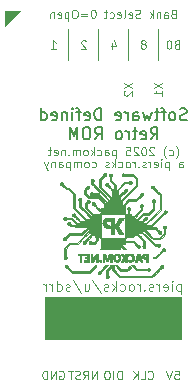
<source format=gbr>
%TF.GenerationSoftware,KiCad,Pcbnew,8.0.5*%
%TF.CreationDate,2025-07-05T09:51:00+01:00*%
%TF.ProjectId,sdrr rev f,73647272-2072-4657-9620-662e6b696361,rev?*%
%TF.SameCoordinates,Original*%
%TF.FileFunction,Legend,Bot*%
%TF.FilePolarity,Positive*%
%FSLAX46Y46*%
G04 Gerber Fmt 4.6, Leading zero omitted, Abs format (unit mm)*
G04 Created by KiCad (PCBNEW 8.0.5) date 2025-07-05 09:51:00*
%MOMM*%
%LPD*%
G01*
G04 APERTURE LIST*
%ADD10C,0.100000*%
%ADD11C,0.125000*%
%ADD12C,0.150000*%
%ADD13C,0.010000*%
G04 APERTURE END LIST*
D10*
X100076000Y-31496000D02*
X100076000Y-30226000D01*
X101371400Y-30226000D01*
X100076000Y-31496000D01*
G36*
X100076000Y-31496000D02*
G01*
X100076000Y-30226000D01*
X101371400Y-30226000D01*
X100076000Y-31496000D01*
G37*
X103479600Y-54432200D02*
X114960400Y-54432200D01*
X114960400Y-57962800D01*
X103479600Y-57962800D01*
X103479600Y-54432200D01*
G36*
X103479600Y-54432200D02*
G01*
X114960400Y-54432200D01*
X114960400Y-57962800D01*
X103479600Y-57962800D01*
X103479600Y-54432200D01*
G37*
X113030000Y-31710400D02*
X113030000Y-34301200D01*
X110490000Y-31710400D02*
X110490000Y-34301200D01*
X107950000Y-31715000D02*
X107950000Y-34305800D01*
X105359200Y-31710400D02*
X105359200Y-34301200D01*
X114433333Y-60654833D02*
X114766666Y-60654833D01*
X114766666Y-60654833D02*
X114799999Y-60988166D01*
X114799999Y-60988166D02*
X114766666Y-60954833D01*
X114766666Y-60954833D02*
X114699999Y-60921500D01*
X114699999Y-60921500D02*
X114533333Y-60921500D01*
X114533333Y-60921500D02*
X114466666Y-60954833D01*
X114466666Y-60954833D02*
X114433333Y-60988166D01*
X114433333Y-60988166D02*
X114399999Y-61054833D01*
X114399999Y-61054833D02*
X114399999Y-61221500D01*
X114399999Y-61221500D02*
X114433333Y-61288166D01*
X114433333Y-61288166D02*
X114466666Y-61321500D01*
X114466666Y-61321500D02*
X114533333Y-61354833D01*
X114533333Y-61354833D02*
X114699999Y-61354833D01*
X114699999Y-61354833D02*
X114766666Y-61321500D01*
X114766666Y-61321500D02*
X114799999Y-61288166D01*
X114199999Y-60654833D02*
X113966666Y-61354833D01*
X113966666Y-61354833D02*
X113733332Y-60654833D01*
D11*
X114982694Y-53312460D02*
X114982694Y-54162460D01*
X114982694Y-53352936D02*
X114901741Y-53312460D01*
X114901741Y-53312460D02*
X114739836Y-53312460D01*
X114739836Y-53312460D02*
X114658884Y-53352936D01*
X114658884Y-53352936D02*
X114618408Y-53393412D01*
X114618408Y-53393412D02*
X114577932Y-53474365D01*
X114577932Y-53474365D02*
X114577932Y-53717222D01*
X114577932Y-53717222D02*
X114618408Y-53798174D01*
X114618408Y-53798174D02*
X114658884Y-53838651D01*
X114658884Y-53838651D02*
X114739836Y-53879127D01*
X114739836Y-53879127D02*
X114901741Y-53879127D01*
X114901741Y-53879127D02*
X114982694Y-53838651D01*
X114213646Y-53879127D02*
X114213646Y-53312460D01*
X114213646Y-53029127D02*
X114254122Y-53069603D01*
X114254122Y-53069603D02*
X114213646Y-53110079D01*
X114213646Y-53110079D02*
X114173169Y-53069603D01*
X114173169Y-53069603D02*
X114213646Y-53029127D01*
X114213646Y-53029127D02*
X114213646Y-53110079D01*
X113485074Y-53838651D02*
X113566026Y-53879127D01*
X113566026Y-53879127D02*
X113727931Y-53879127D01*
X113727931Y-53879127D02*
X113808884Y-53838651D01*
X113808884Y-53838651D02*
X113849360Y-53757698D01*
X113849360Y-53757698D02*
X113849360Y-53433889D01*
X113849360Y-53433889D02*
X113808884Y-53352936D01*
X113808884Y-53352936D02*
X113727931Y-53312460D01*
X113727931Y-53312460D02*
X113566026Y-53312460D01*
X113566026Y-53312460D02*
X113485074Y-53352936D01*
X113485074Y-53352936D02*
X113444598Y-53433889D01*
X113444598Y-53433889D02*
X113444598Y-53514841D01*
X113444598Y-53514841D02*
X113849360Y-53595793D01*
X113080313Y-53879127D02*
X113080313Y-53312460D01*
X113080313Y-53474365D02*
X113039836Y-53393412D01*
X113039836Y-53393412D02*
X112999360Y-53352936D01*
X112999360Y-53352936D02*
X112918408Y-53312460D01*
X112918408Y-53312460D02*
X112837455Y-53312460D01*
X112594599Y-53838651D02*
X112513646Y-53879127D01*
X112513646Y-53879127D02*
X112351742Y-53879127D01*
X112351742Y-53879127D02*
X112270789Y-53838651D01*
X112270789Y-53838651D02*
X112230313Y-53757698D01*
X112230313Y-53757698D02*
X112230313Y-53717222D01*
X112230313Y-53717222D02*
X112270789Y-53636270D01*
X112270789Y-53636270D02*
X112351742Y-53595793D01*
X112351742Y-53595793D02*
X112473170Y-53595793D01*
X112473170Y-53595793D02*
X112554123Y-53555317D01*
X112554123Y-53555317D02*
X112594599Y-53474365D01*
X112594599Y-53474365D02*
X112594599Y-53433889D01*
X112594599Y-53433889D02*
X112554123Y-53352936D01*
X112554123Y-53352936D02*
X112473170Y-53312460D01*
X112473170Y-53312460D02*
X112351742Y-53312460D01*
X112351742Y-53312460D02*
X112270789Y-53352936D01*
X111866028Y-53798174D02*
X111825551Y-53838651D01*
X111825551Y-53838651D02*
X111866028Y-53879127D01*
X111866028Y-53879127D02*
X111906504Y-53838651D01*
X111906504Y-53838651D02*
X111866028Y-53798174D01*
X111866028Y-53798174D02*
X111866028Y-53879127D01*
X111461266Y-53879127D02*
X111461266Y-53312460D01*
X111461266Y-53474365D02*
X111420789Y-53393412D01*
X111420789Y-53393412D02*
X111380313Y-53352936D01*
X111380313Y-53352936D02*
X111299361Y-53312460D01*
X111299361Y-53312460D02*
X111218408Y-53312460D01*
X110813647Y-53879127D02*
X110894599Y-53838651D01*
X110894599Y-53838651D02*
X110935076Y-53798174D01*
X110935076Y-53798174D02*
X110975552Y-53717222D01*
X110975552Y-53717222D02*
X110975552Y-53474365D01*
X110975552Y-53474365D02*
X110935076Y-53393412D01*
X110935076Y-53393412D02*
X110894599Y-53352936D01*
X110894599Y-53352936D02*
X110813647Y-53312460D01*
X110813647Y-53312460D02*
X110692218Y-53312460D01*
X110692218Y-53312460D02*
X110611266Y-53352936D01*
X110611266Y-53352936D02*
X110570790Y-53393412D01*
X110570790Y-53393412D02*
X110530314Y-53474365D01*
X110530314Y-53474365D02*
X110530314Y-53717222D01*
X110530314Y-53717222D02*
X110570790Y-53798174D01*
X110570790Y-53798174D02*
X110611266Y-53838651D01*
X110611266Y-53838651D02*
X110692218Y-53879127D01*
X110692218Y-53879127D02*
X110813647Y-53879127D01*
X109801742Y-53838651D02*
X109882694Y-53879127D01*
X109882694Y-53879127D02*
X110044599Y-53879127D01*
X110044599Y-53879127D02*
X110125551Y-53838651D01*
X110125551Y-53838651D02*
X110166028Y-53798174D01*
X110166028Y-53798174D02*
X110206504Y-53717222D01*
X110206504Y-53717222D02*
X110206504Y-53474365D01*
X110206504Y-53474365D02*
X110166028Y-53393412D01*
X110166028Y-53393412D02*
X110125551Y-53352936D01*
X110125551Y-53352936D02*
X110044599Y-53312460D01*
X110044599Y-53312460D02*
X109882694Y-53312460D01*
X109882694Y-53312460D02*
X109801742Y-53352936D01*
X109437457Y-53879127D02*
X109437457Y-53029127D01*
X109356504Y-53555317D02*
X109113647Y-53879127D01*
X109113647Y-53312460D02*
X109437457Y-53636270D01*
X108789838Y-53838651D02*
X108708885Y-53879127D01*
X108708885Y-53879127D02*
X108546981Y-53879127D01*
X108546981Y-53879127D02*
X108466028Y-53838651D01*
X108466028Y-53838651D02*
X108425552Y-53757698D01*
X108425552Y-53757698D02*
X108425552Y-53717222D01*
X108425552Y-53717222D02*
X108466028Y-53636270D01*
X108466028Y-53636270D02*
X108546981Y-53595793D01*
X108546981Y-53595793D02*
X108668409Y-53595793D01*
X108668409Y-53595793D02*
X108749362Y-53555317D01*
X108749362Y-53555317D02*
X108789838Y-53474365D01*
X108789838Y-53474365D02*
X108789838Y-53433889D01*
X108789838Y-53433889D02*
X108749362Y-53352936D01*
X108749362Y-53352936D02*
X108668409Y-53312460D01*
X108668409Y-53312460D02*
X108546981Y-53312460D01*
X108546981Y-53312460D02*
X108466028Y-53352936D01*
X107454124Y-52988651D02*
X108182695Y-54081508D01*
X106806505Y-53312460D02*
X106806505Y-53879127D01*
X107170791Y-53312460D02*
X107170791Y-53757698D01*
X107170791Y-53757698D02*
X107130314Y-53838651D01*
X107130314Y-53838651D02*
X107049362Y-53879127D01*
X107049362Y-53879127D02*
X106927933Y-53879127D01*
X106927933Y-53879127D02*
X106846981Y-53838651D01*
X106846981Y-53838651D02*
X106806505Y-53798174D01*
X105794600Y-52988651D02*
X106523171Y-54081508D01*
X105551743Y-53838651D02*
X105470790Y-53879127D01*
X105470790Y-53879127D02*
X105308886Y-53879127D01*
X105308886Y-53879127D02*
X105227933Y-53838651D01*
X105227933Y-53838651D02*
X105187457Y-53757698D01*
X105187457Y-53757698D02*
X105187457Y-53717222D01*
X105187457Y-53717222D02*
X105227933Y-53636270D01*
X105227933Y-53636270D02*
X105308886Y-53595793D01*
X105308886Y-53595793D02*
X105430314Y-53595793D01*
X105430314Y-53595793D02*
X105511267Y-53555317D01*
X105511267Y-53555317D02*
X105551743Y-53474365D01*
X105551743Y-53474365D02*
X105551743Y-53433889D01*
X105551743Y-53433889D02*
X105511267Y-53352936D01*
X105511267Y-53352936D02*
X105430314Y-53312460D01*
X105430314Y-53312460D02*
X105308886Y-53312460D01*
X105308886Y-53312460D02*
X105227933Y-53352936D01*
X104458886Y-53879127D02*
X104458886Y-53029127D01*
X104458886Y-53838651D02*
X104539838Y-53879127D01*
X104539838Y-53879127D02*
X104701743Y-53879127D01*
X104701743Y-53879127D02*
X104782695Y-53838651D01*
X104782695Y-53838651D02*
X104823172Y-53798174D01*
X104823172Y-53798174D02*
X104863648Y-53717222D01*
X104863648Y-53717222D02*
X104863648Y-53474365D01*
X104863648Y-53474365D02*
X104823172Y-53393412D01*
X104823172Y-53393412D02*
X104782695Y-53352936D01*
X104782695Y-53352936D02*
X104701743Y-53312460D01*
X104701743Y-53312460D02*
X104539838Y-53312460D01*
X104539838Y-53312460D02*
X104458886Y-53352936D01*
X104054124Y-53879127D02*
X104054124Y-53312460D01*
X104054124Y-53474365D02*
X104013647Y-53393412D01*
X104013647Y-53393412D02*
X103973171Y-53352936D01*
X103973171Y-53352936D02*
X103892219Y-53312460D01*
X103892219Y-53312460D02*
X103811266Y-53312460D01*
X103527934Y-53879127D02*
X103527934Y-53312460D01*
X103527934Y-53474365D02*
X103487457Y-53393412D01*
X103487457Y-53393412D02*
X103446981Y-53352936D01*
X103446981Y-53352936D02*
X103366029Y-53312460D01*
X103366029Y-53312460D02*
X103285076Y-53312460D01*
D10*
X114513499Y-42673100D02*
X114546832Y-42639766D01*
X114546832Y-42639766D02*
X114613499Y-42539766D01*
X114613499Y-42539766D02*
X114646832Y-42473100D01*
X114646832Y-42473100D02*
X114680166Y-42373100D01*
X114680166Y-42373100D02*
X114713499Y-42206433D01*
X114713499Y-42206433D02*
X114713499Y-42073100D01*
X114713499Y-42073100D02*
X114680166Y-41906433D01*
X114680166Y-41906433D02*
X114646832Y-41806433D01*
X114646832Y-41806433D02*
X114613499Y-41739766D01*
X114613499Y-41739766D02*
X114546832Y-41639766D01*
X114546832Y-41639766D02*
X114513499Y-41606433D01*
X113946832Y-42373100D02*
X114013499Y-42406433D01*
X114013499Y-42406433D02*
X114146832Y-42406433D01*
X114146832Y-42406433D02*
X114213499Y-42373100D01*
X114213499Y-42373100D02*
X114246832Y-42339766D01*
X114246832Y-42339766D02*
X114280165Y-42273100D01*
X114280165Y-42273100D02*
X114280165Y-42073100D01*
X114280165Y-42073100D02*
X114246832Y-42006433D01*
X114246832Y-42006433D02*
X114213499Y-41973100D01*
X114213499Y-41973100D02*
X114146832Y-41939766D01*
X114146832Y-41939766D02*
X114013499Y-41939766D01*
X114013499Y-41939766D02*
X113946832Y-41973100D01*
X113713499Y-42673100D02*
X113680165Y-42639766D01*
X113680165Y-42639766D02*
X113613499Y-42539766D01*
X113613499Y-42539766D02*
X113580165Y-42473100D01*
X113580165Y-42473100D02*
X113546832Y-42373100D01*
X113546832Y-42373100D02*
X113513499Y-42206433D01*
X113513499Y-42206433D02*
X113513499Y-42073100D01*
X113513499Y-42073100D02*
X113546832Y-41906433D01*
X113546832Y-41906433D02*
X113580165Y-41806433D01*
X113580165Y-41806433D02*
X113613499Y-41739766D01*
X113613499Y-41739766D02*
X113680165Y-41639766D01*
X113680165Y-41639766D02*
X113713499Y-41606433D01*
X112680165Y-41773100D02*
X112646832Y-41739766D01*
X112646832Y-41739766D02*
X112580165Y-41706433D01*
X112580165Y-41706433D02*
X112413499Y-41706433D01*
X112413499Y-41706433D02*
X112346832Y-41739766D01*
X112346832Y-41739766D02*
X112313499Y-41773100D01*
X112313499Y-41773100D02*
X112280165Y-41839766D01*
X112280165Y-41839766D02*
X112280165Y-41906433D01*
X112280165Y-41906433D02*
X112313499Y-42006433D01*
X112313499Y-42006433D02*
X112713499Y-42406433D01*
X112713499Y-42406433D02*
X112280165Y-42406433D01*
X111846832Y-41706433D02*
X111780165Y-41706433D01*
X111780165Y-41706433D02*
X111713498Y-41739766D01*
X111713498Y-41739766D02*
X111680165Y-41773100D01*
X111680165Y-41773100D02*
X111646832Y-41839766D01*
X111646832Y-41839766D02*
X111613498Y-41973100D01*
X111613498Y-41973100D02*
X111613498Y-42139766D01*
X111613498Y-42139766D02*
X111646832Y-42273100D01*
X111646832Y-42273100D02*
X111680165Y-42339766D01*
X111680165Y-42339766D02*
X111713498Y-42373100D01*
X111713498Y-42373100D02*
X111780165Y-42406433D01*
X111780165Y-42406433D02*
X111846832Y-42406433D01*
X111846832Y-42406433D02*
X111913498Y-42373100D01*
X111913498Y-42373100D02*
X111946832Y-42339766D01*
X111946832Y-42339766D02*
X111980165Y-42273100D01*
X111980165Y-42273100D02*
X112013498Y-42139766D01*
X112013498Y-42139766D02*
X112013498Y-41973100D01*
X112013498Y-41973100D02*
X111980165Y-41839766D01*
X111980165Y-41839766D02*
X111946832Y-41773100D01*
X111946832Y-41773100D02*
X111913498Y-41739766D01*
X111913498Y-41739766D02*
X111846832Y-41706433D01*
X111346831Y-41773100D02*
X111313498Y-41739766D01*
X111313498Y-41739766D02*
X111246831Y-41706433D01*
X111246831Y-41706433D02*
X111080165Y-41706433D01*
X111080165Y-41706433D02*
X111013498Y-41739766D01*
X111013498Y-41739766D02*
X110980165Y-41773100D01*
X110980165Y-41773100D02*
X110946831Y-41839766D01*
X110946831Y-41839766D02*
X110946831Y-41906433D01*
X110946831Y-41906433D02*
X110980165Y-42006433D01*
X110980165Y-42006433D02*
X111380165Y-42406433D01*
X111380165Y-42406433D02*
X110946831Y-42406433D01*
X110313498Y-41706433D02*
X110646831Y-41706433D01*
X110646831Y-41706433D02*
X110680164Y-42039766D01*
X110680164Y-42039766D02*
X110646831Y-42006433D01*
X110646831Y-42006433D02*
X110580164Y-41973100D01*
X110580164Y-41973100D02*
X110413498Y-41973100D01*
X110413498Y-41973100D02*
X110346831Y-42006433D01*
X110346831Y-42006433D02*
X110313498Y-42039766D01*
X110313498Y-42039766D02*
X110280164Y-42106433D01*
X110280164Y-42106433D02*
X110280164Y-42273100D01*
X110280164Y-42273100D02*
X110313498Y-42339766D01*
X110313498Y-42339766D02*
X110346831Y-42373100D01*
X110346831Y-42373100D02*
X110413498Y-42406433D01*
X110413498Y-42406433D02*
X110580164Y-42406433D01*
X110580164Y-42406433D02*
X110646831Y-42373100D01*
X110646831Y-42373100D02*
X110680164Y-42339766D01*
X109446831Y-41939766D02*
X109446831Y-42639766D01*
X109446831Y-41973100D02*
X109380164Y-41939766D01*
X109380164Y-41939766D02*
X109246831Y-41939766D01*
X109246831Y-41939766D02*
X109180164Y-41973100D01*
X109180164Y-41973100D02*
X109146831Y-42006433D01*
X109146831Y-42006433D02*
X109113498Y-42073100D01*
X109113498Y-42073100D02*
X109113498Y-42273100D01*
X109113498Y-42273100D02*
X109146831Y-42339766D01*
X109146831Y-42339766D02*
X109180164Y-42373100D01*
X109180164Y-42373100D02*
X109246831Y-42406433D01*
X109246831Y-42406433D02*
X109380164Y-42406433D01*
X109380164Y-42406433D02*
X109446831Y-42373100D01*
X108513498Y-42406433D02*
X108513498Y-42039766D01*
X108513498Y-42039766D02*
X108546831Y-41973100D01*
X108546831Y-41973100D02*
X108613498Y-41939766D01*
X108613498Y-41939766D02*
X108746831Y-41939766D01*
X108746831Y-41939766D02*
X108813498Y-41973100D01*
X108513498Y-42373100D02*
X108580165Y-42406433D01*
X108580165Y-42406433D02*
X108746831Y-42406433D01*
X108746831Y-42406433D02*
X108813498Y-42373100D01*
X108813498Y-42373100D02*
X108846831Y-42306433D01*
X108846831Y-42306433D02*
X108846831Y-42239766D01*
X108846831Y-42239766D02*
X108813498Y-42173100D01*
X108813498Y-42173100D02*
X108746831Y-42139766D01*
X108746831Y-42139766D02*
X108580165Y-42139766D01*
X108580165Y-42139766D02*
X108513498Y-42106433D01*
X107880165Y-42373100D02*
X107946832Y-42406433D01*
X107946832Y-42406433D02*
X108080165Y-42406433D01*
X108080165Y-42406433D02*
X108146832Y-42373100D01*
X108146832Y-42373100D02*
X108180165Y-42339766D01*
X108180165Y-42339766D02*
X108213498Y-42273100D01*
X108213498Y-42273100D02*
X108213498Y-42073100D01*
X108213498Y-42073100D02*
X108180165Y-42006433D01*
X108180165Y-42006433D02*
X108146832Y-41973100D01*
X108146832Y-41973100D02*
X108080165Y-41939766D01*
X108080165Y-41939766D02*
X107946832Y-41939766D01*
X107946832Y-41939766D02*
X107880165Y-41973100D01*
X107580165Y-42406433D02*
X107580165Y-41706433D01*
X107513498Y-42139766D02*
X107313498Y-42406433D01*
X107313498Y-41939766D02*
X107580165Y-42206433D01*
X106913498Y-42406433D02*
X106980165Y-42373100D01*
X106980165Y-42373100D02*
X107013498Y-42339766D01*
X107013498Y-42339766D02*
X107046831Y-42273100D01*
X107046831Y-42273100D02*
X107046831Y-42073100D01*
X107046831Y-42073100D02*
X107013498Y-42006433D01*
X107013498Y-42006433D02*
X106980165Y-41973100D01*
X106980165Y-41973100D02*
X106913498Y-41939766D01*
X106913498Y-41939766D02*
X106813498Y-41939766D01*
X106813498Y-41939766D02*
X106746831Y-41973100D01*
X106746831Y-41973100D02*
X106713498Y-42006433D01*
X106713498Y-42006433D02*
X106680165Y-42073100D01*
X106680165Y-42073100D02*
X106680165Y-42273100D01*
X106680165Y-42273100D02*
X106713498Y-42339766D01*
X106713498Y-42339766D02*
X106746831Y-42373100D01*
X106746831Y-42373100D02*
X106813498Y-42406433D01*
X106813498Y-42406433D02*
X106913498Y-42406433D01*
X106380165Y-42406433D02*
X106380165Y-41939766D01*
X106380165Y-42006433D02*
X106346832Y-41973100D01*
X106346832Y-41973100D02*
X106280165Y-41939766D01*
X106280165Y-41939766D02*
X106180165Y-41939766D01*
X106180165Y-41939766D02*
X106113498Y-41973100D01*
X106113498Y-41973100D02*
X106080165Y-42039766D01*
X106080165Y-42039766D02*
X106080165Y-42406433D01*
X106080165Y-42039766D02*
X106046832Y-41973100D01*
X106046832Y-41973100D02*
X105980165Y-41939766D01*
X105980165Y-41939766D02*
X105880165Y-41939766D01*
X105880165Y-41939766D02*
X105813498Y-41973100D01*
X105813498Y-41973100D02*
X105780165Y-42039766D01*
X105780165Y-42039766D02*
X105780165Y-42406433D01*
X105446832Y-42339766D02*
X105413499Y-42373100D01*
X105413499Y-42373100D02*
X105446832Y-42406433D01*
X105446832Y-42406433D02*
X105480165Y-42373100D01*
X105480165Y-42373100D02*
X105446832Y-42339766D01*
X105446832Y-42339766D02*
X105446832Y-42406433D01*
X105113499Y-41939766D02*
X105113499Y-42406433D01*
X105113499Y-42006433D02*
X105080166Y-41973100D01*
X105080166Y-41973100D02*
X105013499Y-41939766D01*
X105013499Y-41939766D02*
X104913499Y-41939766D01*
X104913499Y-41939766D02*
X104846832Y-41973100D01*
X104846832Y-41973100D02*
X104813499Y-42039766D01*
X104813499Y-42039766D02*
X104813499Y-42406433D01*
X104213499Y-42373100D02*
X104280166Y-42406433D01*
X104280166Y-42406433D02*
X104413499Y-42406433D01*
X104413499Y-42406433D02*
X104480166Y-42373100D01*
X104480166Y-42373100D02*
X104513499Y-42306433D01*
X104513499Y-42306433D02*
X104513499Y-42039766D01*
X104513499Y-42039766D02*
X104480166Y-41973100D01*
X104480166Y-41973100D02*
X104413499Y-41939766D01*
X104413499Y-41939766D02*
X104280166Y-41939766D01*
X104280166Y-41939766D02*
X104213499Y-41973100D01*
X104213499Y-41973100D02*
X104180166Y-42039766D01*
X104180166Y-42039766D02*
X104180166Y-42106433D01*
X104180166Y-42106433D02*
X104513499Y-42173100D01*
X103980166Y-41939766D02*
X103713499Y-41939766D01*
X103880166Y-41706433D02*
X103880166Y-42306433D01*
X103880166Y-42306433D02*
X103846833Y-42373100D01*
X103846833Y-42373100D02*
X103780166Y-42406433D01*
X103780166Y-42406433D02*
X103713499Y-42406433D01*
X111826666Y-32964033D02*
X111893333Y-32930700D01*
X111893333Y-32930700D02*
X111926666Y-32897366D01*
X111926666Y-32897366D02*
X111959999Y-32830700D01*
X111959999Y-32830700D02*
X111959999Y-32797366D01*
X111959999Y-32797366D02*
X111926666Y-32730700D01*
X111926666Y-32730700D02*
X111893333Y-32697366D01*
X111893333Y-32697366D02*
X111826666Y-32664033D01*
X111826666Y-32664033D02*
X111693333Y-32664033D01*
X111693333Y-32664033D02*
X111626666Y-32697366D01*
X111626666Y-32697366D02*
X111593333Y-32730700D01*
X111593333Y-32730700D02*
X111559999Y-32797366D01*
X111559999Y-32797366D02*
X111559999Y-32830700D01*
X111559999Y-32830700D02*
X111593333Y-32897366D01*
X111593333Y-32897366D02*
X111626666Y-32930700D01*
X111626666Y-32930700D02*
X111693333Y-32964033D01*
X111693333Y-32964033D02*
X111826666Y-32964033D01*
X111826666Y-32964033D02*
X111893333Y-32997366D01*
X111893333Y-32997366D02*
X111926666Y-33030700D01*
X111926666Y-33030700D02*
X111959999Y-33097366D01*
X111959999Y-33097366D02*
X111959999Y-33230700D01*
X111959999Y-33230700D02*
X111926666Y-33297366D01*
X111926666Y-33297366D02*
X111893333Y-33330700D01*
X111893333Y-33330700D02*
X111826666Y-33364033D01*
X111826666Y-33364033D02*
X111693333Y-33364033D01*
X111693333Y-33364033D02*
X111626666Y-33330700D01*
X111626666Y-33330700D02*
X111593333Y-33297366D01*
X111593333Y-33297366D02*
X111559999Y-33230700D01*
X111559999Y-33230700D02*
X111559999Y-33097366D01*
X111559999Y-33097366D02*
X111593333Y-33030700D01*
X111593333Y-33030700D02*
X111626666Y-32997366D01*
X111626666Y-32997366D02*
X111693333Y-32964033D01*
X114303333Y-30406566D02*
X114203333Y-30439900D01*
X114203333Y-30439900D02*
X114169999Y-30473233D01*
X114169999Y-30473233D02*
X114136666Y-30539900D01*
X114136666Y-30539900D02*
X114136666Y-30639900D01*
X114136666Y-30639900D02*
X114169999Y-30706566D01*
X114169999Y-30706566D02*
X114203333Y-30739900D01*
X114203333Y-30739900D02*
X114269999Y-30773233D01*
X114269999Y-30773233D02*
X114536666Y-30773233D01*
X114536666Y-30773233D02*
X114536666Y-30073233D01*
X114536666Y-30073233D02*
X114303333Y-30073233D01*
X114303333Y-30073233D02*
X114236666Y-30106566D01*
X114236666Y-30106566D02*
X114203333Y-30139900D01*
X114203333Y-30139900D02*
X114169999Y-30206566D01*
X114169999Y-30206566D02*
X114169999Y-30273233D01*
X114169999Y-30273233D02*
X114203333Y-30339900D01*
X114203333Y-30339900D02*
X114236666Y-30373233D01*
X114236666Y-30373233D02*
X114303333Y-30406566D01*
X114303333Y-30406566D02*
X114536666Y-30406566D01*
X113536666Y-30773233D02*
X113536666Y-30406566D01*
X113536666Y-30406566D02*
X113569999Y-30339900D01*
X113569999Y-30339900D02*
X113636666Y-30306566D01*
X113636666Y-30306566D02*
X113769999Y-30306566D01*
X113769999Y-30306566D02*
X113836666Y-30339900D01*
X113536666Y-30739900D02*
X113603333Y-30773233D01*
X113603333Y-30773233D02*
X113769999Y-30773233D01*
X113769999Y-30773233D02*
X113836666Y-30739900D01*
X113836666Y-30739900D02*
X113869999Y-30673233D01*
X113869999Y-30673233D02*
X113869999Y-30606566D01*
X113869999Y-30606566D02*
X113836666Y-30539900D01*
X113836666Y-30539900D02*
X113769999Y-30506566D01*
X113769999Y-30506566D02*
X113603333Y-30506566D01*
X113603333Y-30506566D02*
X113536666Y-30473233D01*
X113203333Y-30306566D02*
X113203333Y-30773233D01*
X113203333Y-30373233D02*
X113170000Y-30339900D01*
X113170000Y-30339900D02*
X113103333Y-30306566D01*
X113103333Y-30306566D02*
X113003333Y-30306566D01*
X113003333Y-30306566D02*
X112936666Y-30339900D01*
X112936666Y-30339900D02*
X112903333Y-30406566D01*
X112903333Y-30406566D02*
X112903333Y-30773233D01*
X112570000Y-30773233D02*
X112570000Y-30073233D01*
X112503333Y-30506566D02*
X112303333Y-30773233D01*
X112303333Y-30306566D02*
X112570000Y-30573233D01*
X111503333Y-30739900D02*
X111403333Y-30773233D01*
X111403333Y-30773233D02*
X111236667Y-30773233D01*
X111236667Y-30773233D02*
X111170000Y-30739900D01*
X111170000Y-30739900D02*
X111136667Y-30706566D01*
X111136667Y-30706566D02*
X111103333Y-30639900D01*
X111103333Y-30639900D02*
X111103333Y-30573233D01*
X111103333Y-30573233D02*
X111136667Y-30506566D01*
X111136667Y-30506566D02*
X111170000Y-30473233D01*
X111170000Y-30473233D02*
X111236667Y-30439900D01*
X111236667Y-30439900D02*
X111370000Y-30406566D01*
X111370000Y-30406566D02*
X111436667Y-30373233D01*
X111436667Y-30373233D02*
X111470000Y-30339900D01*
X111470000Y-30339900D02*
X111503333Y-30273233D01*
X111503333Y-30273233D02*
X111503333Y-30206566D01*
X111503333Y-30206566D02*
X111470000Y-30139900D01*
X111470000Y-30139900D02*
X111436667Y-30106566D01*
X111436667Y-30106566D02*
X111370000Y-30073233D01*
X111370000Y-30073233D02*
X111203333Y-30073233D01*
X111203333Y-30073233D02*
X111103333Y-30106566D01*
X110536666Y-30739900D02*
X110603333Y-30773233D01*
X110603333Y-30773233D02*
X110736666Y-30773233D01*
X110736666Y-30773233D02*
X110803333Y-30739900D01*
X110803333Y-30739900D02*
X110836666Y-30673233D01*
X110836666Y-30673233D02*
X110836666Y-30406566D01*
X110836666Y-30406566D02*
X110803333Y-30339900D01*
X110803333Y-30339900D02*
X110736666Y-30306566D01*
X110736666Y-30306566D02*
X110603333Y-30306566D01*
X110603333Y-30306566D02*
X110536666Y-30339900D01*
X110536666Y-30339900D02*
X110503333Y-30406566D01*
X110503333Y-30406566D02*
X110503333Y-30473233D01*
X110503333Y-30473233D02*
X110836666Y-30539900D01*
X110103333Y-30773233D02*
X110170000Y-30739900D01*
X110170000Y-30739900D02*
X110203333Y-30673233D01*
X110203333Y-30673233D02*
X110203333Y-30073233D01*
X109569999Y-30739900D02*
X109636666Y-30773233D01*
X109636666Y-30773233D02*
X109769999Y-30773233D01*
X109769999Y-30773233D02*
X109836666Y-30739900D01*
X109836666Y-30739900D02*
X109869999Y-30673233D01*
X109869999Y-30673233D02*
X109869999Y-30406566D01*
X109869999Y-30406566D02*
X109836666Y-30339900D01*
X109836666Y-30339900D02*
X109769999Y-30306566D01*
X109769999Y-30306566D02*
X109636666Y-30306566D01*
X109636666Y-30306566D02*
X109569999Y-30339900D01*
X109569999Y-30339900D02*
X109536666Y-30406566D01*
X109536666Y-30406566D02*
X109536666Y-30473233D01*
X109536666Y-30473233D02*
X109869999Y-30539900D01*
X108936666Y-30739900D02*
X109003333Y-30773233D01*
X109003333Y-30773233D02*
X109136666Y-30773233D01*
X109136666Y-30773233D02*
X109203333Y-30739900D01*
X109203333Y-30739900D02*
X109236666Y-30706566D01*
X109236666Y-30706566D02*
X109269999Y-30639900D01*
X109269999Y-30639900D02*
X109269999Y-30439900D01*
X109269999Y-30439900D02*
X109236666Y-30373233D01*
X109236666Y-30373233D02*
X109203333Y-30339900D01*
X109203333Y-30339900D02*
X109136666Y-30306566D01*
X109136666Y-30306566D02*
X109003333Y-30306566D01*
X109003333Y-30306566D02*
X108936666Y-30339900D01*
X108736666Y-30306566D02*
X108469999Y-30306566D01*
X108636666Y-30073233D02*
X108636666Y-30673233D01*
X108636666Y-30673233D02*
X108603333Y-30739900D01*
X108603333Y-30739900D02*
X108536666Y-30773233D01*
X108536666Y-30773233D02*
X108469999Y-30773233D01*
X107570000Y-30073233D02*
X107503333Y-30073233D01*
X107503333Y-30073233D02*
X107436666Y-30106566D01*
X107436666Y-30106566D02*
X107403333Y-30139900D01*
X107403333Y-30139900D02*
X107370000Y-30206566D01*
X107370000Y-30206566D02*
X107336666Y-30339900D01*
X107336666Y-30339900D02*
X107336666Y-30506566D01*
X107336666Y-30506566D02*
X107370000Y-30639900D01*
X107370000Y-30639900D02*
X107403333Y-30706566D01*
X107403333Y-30706566D02*
X107436666Y-30739900D01*
X107436666Y-30739900D02*
X107503333Y-30773233D01*
X107503333Y-30773233D02*
X107570000Y-30773233D01*
X107570000Y-30773233D02*
X107636666Y-30739900D01*
X107636666Y-30739900D02*
X107670000Y-30706566D01*
X107670000Y-30706566D02*
X107703333Y-30639900D01*
X107703333Y-30639900D02*
X107736666Y-30506566D01*
X107736666Y-30506566D02*
X107736666Y-30339900D01*
X107736666Y-30339900D02*
X107703333Y-30206566D01*
X107703333Y-30206566D02*
X107670000Y-30139900D01*
X107670000Y-30139900D02*
X107636666Y-30106566D01*
X107636666Y-30106566D02*
X107570000Y-30073233D01*
X107036666Y-30406566D02*
X106503333Y-30406566D01*
X106503333Y-30606566D02*
X107036666Y-30606566D01*
X106036666Y-30073233D02*
X105903332Y-30073233D01*
X105903332Y-30073233D02*
X105836666Y-30106566D01*
X105836666Y-30106566D02*
X105769999Y-30173233D01*
X105769999Y-30173233D02*
X105736666Y-30306566D01*
X105736666Y-30306566D02*
X105736666Y-30539900D01*
X105736666Y-30539900D02*
X105769999Y-30673233D01*
X105769999Y-30673233D02*
X105836666Y-30739900D01*
X105836666Y-30739900D02*
X105903332Y-30773233D01*
X105903332Y-30773233D02*
X106036666Y-30773233D01*
X106036666Y-30773233D02*
X106103332Y-30739900D01*
X106103332Y-30739900D02*
X106169999Y-30673233D01*
X106169999Y-30673233D02*
X106203332Y-30539900D01*
X106203332Y-30539900D02*
X106203332Y-30306566D01*
X106203332Y-30306566D02*
X106169999Y-30173233D01*
X106169999Y-30173233D02*
X106103332Y-30106566D01*
X106103332Y-30106566D02*
X106036666Y-30073233D01*
X105436666Y-30306566D02*
X105436666Y-31006566D01*
X105436666Y-30339900D02*
X105369999Y-30306566D01*
X105369999Y-30306566D02*
X105236666Y-30306566D01*
X105236666Y-30306566D02*
X105169999Y-30339900D01*
X105169999Y-30339900D02*
X105136666Y-30373233D01*
X105136666Y-30373233D02*
X105103333Y-30439900D01*
X105103333Y-30439900D02*
X105103333Y-30639900D01*
X105103333Y-30639900D02*
X105136666Y-30706566D01*
X105136666Y-30706566D02*
X105169999Y-30739900D01*
X105169999Y-30739900D02*
X105236666Y-30773233D01*
X105236666Y-30773233D02*
X105369999Y-30773233D01*
X105369999Y-30773233D02*
X105436666Y-30739900D01*
X104536666Y-30739900D02*
X104603333Y-30773233D01*
X104603333Y-30773233D02*
X104736666Y-30773233D01*
X104736666Y-30773233D02*
X104803333Y-30739900D01*
X104803333Y-30739900D02*
X104836666Y-30673233D01*
X104836666Y-30673233D02*
X104836666Y-30406566D01*
X104836666Y-30406566D02*
X104803333Y-30339900D01*
X104803333Y-30339900D02*
X104736666Y-30306566D01*
X104736666Y-30306566D02*
X104603333Y-30306566D01*
X104603333Y-30306566D02*
X104536666Y-30339900D01*
X104536666Y-30339900D02*
X104503333Y-30406566D01*
X104503333Y-30406566D02*
X104503333Y-30473233D01*
X104503333Y-30473233D02*
X104836666Y-30539900D01*
X104203333Y-30306566D02*
X104203333Y-30773233D01*
X104203333Y-30373233D02*
X104170000Y-30339900D01*
X104170000Y-30339900D02*
X104103333Y-30306566D01*
X104103333Y-30306566D02*
X104003333Y-30306566D01*
X104003333Y-30306566D02*
X103936666Y-30339900D01*
X103936666Y-30339900D02*
X103903333Y-30406566D01*
X103903333Y-30406566D02*
X103903333Y-30773233D01*
X104673332Y-60688166D02*
X104739999Y-60654833D01*
X104739999Y-60654833D02*
X104839999Y-60654833D01*
X104839999Y-60654833D02*
X104939999Y-60688166D01*
X104939999Y-60688166D02*
X105006666Y-60754833D01*
X105006666Y-60754833D02*
X105039999Y-60821500D01*
X105039999Y-60821500D02*
X105073332Y-60954833D01*
X105073332Y-60954833D02*
X105073332Y-61054833D01*
X105073332Y-61054833D02*
X105039999Y-61188166D01*
X105039999Y-61188166D02*
X105006666Y-61254833D01*
X105006666Y-61254833D02*
X104939999Y-61321500D01*
X104939999Y-61321500D02*
X104839999Y-61354833D01*
X104839999Y-61354833D02*
X104773332Y-61354833D01*
X104773332Y-61354833D02*
X104673332Y-61321500D01*
X104673332Y-61321500D02*
X104639999Y-61288166D01*
X104639999Y-61288166D02*
X104639999Y-61054833D01*
X104639999Y-61054833D02*
X104773332Y-61054833D01*
X104339999Y-61354833D02*
X104339999Y-60654833D01*
X104339999Y-60654833D02*
X103939999Y-61354833D01*
X103939999Y-61354833D02*
X103939999Y-60654833D01*
X103606666Y-61354833D02*
X103606666Y-60654833D01*
X103606666Y-60654833D02*
X103439999Y-60654833D01*
X103439999Y-60654833D02*
X103339999Y-60688166D01*
X103339999Y-60688166D02*
X103273333Y-60754833D01*
X103273333Y-60754833D02*
X103239999Y-60821500D01*
X103239999Y-60821500D02*
X103206666Y-60954833D01*
X103206666Y-60954833D02*
X103206666Y-61054833D01*
X103206666Y-61054833D02*
X103239999Y-61188166D01*
X103239999Y-61188166D02*
X103273333Y-61254833D01*
X103273333Y-61254833D02*
X103339999Y-61321500D01*
X103339999Y-61321500D02*
X103439999Y-61354833D01*
X103439999Y-61354833D02*
X103606666Y-61354833D01*
X114583333Y-32997366D02*
X114483333Y-33030700D01*
X114483333Y-33030700D02*
X114449999Y-33064033D01*
X114449999Y-33064033D02*
X114416666Y-33130700D01*
X114416666Y-33130700D02*
X114416666Y-33230700D01*
X114416666Y-33230700D02*
X114449999Y-33297366D01*
X114449999Y-33297366D02*
X114483333Y-33330700D01*
X114483333Y-33330700D02*
X114549999Y-33364033D01*
X114549999Y-33364033D02*
X114816666Y-33364033D01*
X114816666Y-33364033D02*
X114816666Y-32664033D01*
X114816666Y-32664033D02*
X114583333Y-32664033D01*
X114583333Y-32664033D02*
X114516666Y-32697366D01*
X114516666Y-32697366D02*
X114483333Y-32730700D01*
X114483333Y-32730700D02*
X114449999Y-32797366D01*
X114449999Y-32797366D02*
X114449999Y-32864033D01*
X114449999Y-32864033D02*
X114483333Y-32930700D01*
X114483333Y-32930700D02*
X114516666Y-32964033D01*
X114516666Y-32964033D02*
X114583333Y-32997366D01*
X114583333Y-32997366D02*
X114816666Y-32997366D01*
X113983333Y-32664033D02*
X113916666Y-32664033D01*
X113916666Y-32664033D02*
X113849999Y-32697366D01*
X113849999Y-32697366D02*
X113816666Y-32730700D01*
X113816666Y-32730700D02*
X113783333Y-32797366D01*
X113783333Y-32797366D02*
X113749999Y-32930700D01*
X113749999Y-32930700D02*
X113749999Y-33097366D01*
X113749999Y-33097366D02*
X113783333Y-33230700D01*
X113783333Y-33230700D02*
X113816666Y-33297366D01*
X113816666Y-33297366D02*
X113849999Y-33330700D01*
X113849999Y-33330700D02*
X113916666Y-33364033D01*
X113916666Y-33364033D02*
X113983333Y-33364033D01*
X113983333Y-33364033D02*
X114049999Y-33330700D01*
X114049999Y-33330700D02*
X114083333Y-33297366D01*
X114083333Y-33297366D02*
X114116666Y-33230700D01*
X114116666Y-33230700D02*
X114149999Y-33097366D01*
X114149999Y-33097366D02*
X114149999Y-32930700D01*
X114149999Y-32930700D02*
X114116666Y-32797366D01*
X114116666Y-32797366D02*
X114083333Y-32730700D01*
X114083333Y-32730700D02*
X114049999Y-32697366D01*
X114049999Y-32697366D02*
X113983333Y-32664033D01*
X112674033Y-36263333D02*
X113374033Y-36729999D01*
X112674033Y-36729999D02*
X113374033Y-36263333D01*
X113374033Y-37363333D02*
X113374033Y-36963333D01*
X113374033Y-37163333D02*
X112674033Y-37163333D01*
X112674033Y-37163333D02*
X112774033Y-37096666D01*
X112774033Y-37096666D02*
X112840700Y-37030000D01*
X112840700Y-37030000D02*
X112874033Y-36963333D01*
X106905399Y-32730700D02*
X106872066Y-32697366D01*
X106872066Y-32697366D02*
X106805399Y-32664033D01*
X106805399Y-32664033D02*
X106638733Y-32664033D01*
X106638733Y-32664033D02*
X106572066Y-32697366D01*
X106572066Y-32697366D02*
X106538733Y-32730700D01*
X106538733Y-32730700D02*
X106505399Y-32797366D01*
X106505399Y-32797366D02*
X106505399Y-32864033D01*
X106505399Y-32864033D02*
X106538733Y-32964033D01*
X106538733Y-32964033D02*
X106938733Y-33364033D01*
X106938733Y-33364033D02*
X106505399Y-33364033D01*
X107829999Y-61354833D02*
X107829999Y-60654833D01*
X107829999Y-60654833D02*
X107429999Y-61354833D01*
X107429999Y-61354833D02*
X107429999Y-60654833D01*
X106696666Y-61354833D02*
X106929999Y-61021500D01*
X107096666Y-61354833D02*
X107096666Y-60654833D01*
X107096666Y-60654833D02*
X106829999Y-60654833D01*
X106829999Y-60654833D02*
X106763333Y-60688166D01*
X106763333Y-60688166D02*
X106729999Y-60721500D01*
X106729999Y-60721500D02*
X106696666Y-60788166D01*
X106696666Y-60788166D02*
X106696666Y-60888166D01*
X106696666Y-60888166D02*
X106729999Y-60954833D01*
X106729999Y-60954833D02*
X106763333Y-60988166D01*
X106763333Y-60988166D02*
X106829999Y-61021500D01*
X106829999Y-61021500D02*
X107096666Y-61021500D01*
X106429999Y-61321500D02*
X106329999Y-61354833D01*
X106329999Y-61354833D02*
X106163333Y-61354833D01*
X106163333Y-61354833D02*
X106096666Y-61321500D01*
X106096666Y-61321500D02*
X106063333Y-61288166D01*
X106063333Y-61288166D02*
X106029999Y-61221500D01*
X106029999Y-61221500D02*
X106029999Y-61154833D01*
X106029999Y-61154833D02*
X106063333Y-61088166D01*
X106063333Y-61088166D02*
X106096666Y-61054833D01*
X106096666Y-61054833D02*
X106163333Y-61021500D01*
X106163333Y-61021500D02*
X106296666Y-60988166D01*
X106296666Y-60988166D02*
X106363333Y-60954833D01*
X106363333Y-60954833D02*
X106396666Y-60921500D01*
X106396666Y-60921500D02*
X106429999Y-60854833D01*
X106429999Y-60854833D02*
X106429999Y-60788166D01*
X106429999Y-60788166D02*
X106396666Y-60721500D01*
X106396666Y-60721500D02*
X106363333Y-60688166D01*
X106363333Y-60688166D02*
X106296666Y-60654833D01*
X106296666Y-60654833D02*
X106129999Y-60654833D01*
X106129999Y-60654833D02*
X106029999Y-60688166D01*
X105829999Y-60654833D02*
X105429999Y-60654833D01*
X105629999Y-61354833D02*
X105629999Y-60654833D01*
X103965399Y-33364033D02*
X104365399Y-33364033D01*
X104165399Y-33364033D02*
X104165399Y-32664033D01*
X104165399Y-32664033D02*
X104232066Y-32764033D01*
X104232066Y-32764033D02*
X104298733Y-32830700D01*
X104298733Y-32830700D02*
X104365399Y-32864033D01*
X112176666Y-61288166D02*
X112209999Y-61321500D01*
X112209999Y-61321500D02*
X112309999Y-61354833D01*
X112309999Y-61354833D02*
X112376666Y-61354833D01*
X112376666Y-61354833D02*
X112476666Y-61321500D01*
X112476666Y-61321500D02*
X112543333Y-61254833D01*
X112543333Y-61254833D02*
X112576666Y-61188166D01*
X112576666Y-61188166D02*
X112609999Y-61054833D01*
X112609999Y-61054833D02*
X112609999Y-60954833D01*
X112609999Y-60954833D02*
X112576666Y-60821500D01*
X112576666Y-60821500D02*
X112543333Y-60754833D01*
X112543333Y-60754833D02*
X112476666Y-60688166D01*
X112476666Y-60688166D02*
X112376666Y-60654833D01*
X112376666Y-60654833D02*
X112309999Y-60654833D01*
X112309999Y-60654833D02*
X112209999Y-60688166D01*
X112209999Y-60688166D02*
X112176666Y-60721500D01*
X111543333Y-61354833D02*
X111876666Y-61354833D01*
X111876666Y-61354833D02*
X111876666Y-60654833D01*
X111309999Y-61354833D02*
X111309999Y-60654833D01*
X110909999Y-61354833D02*
X111209999Y-60954833D01*
X110909999Y-60654833D02*
X111309999Y-61054833D01*
X114804131Y-43422433D02*
X114804131Y-43055766D01*
X114804131Y-43055766D02*
X114837464Y-42989100D01*
X114837464Y-42989100D02*
X114904131Y-42955766D01*
X114904131Y-42955766D02*
X115037464Y-42955766D01*
X115037464Y-42955766D02*
X115104131Y-42989100D01*
X114804131Y-43389100D02*
X114870798Y-43422433D01*
X114870798Y-43422433D02*
X115037464Y-43422433D01*
X115037464Y-43422433D02*
X115104131Y-43389100D01*
X115104131Y-43389100D02*
X115137464Y-43322433D01*
X115137464Y-43322433D02*
X115137464Y-43255766D01*
X115137464Y-43255766D02*
X115104131Y-43189100D01*
X115104131Y-43189100D02*
X115037464Y-43155766D01*
X115037464Y-43155766D02*
X114870798Y-43155766D01*
X114870798Y-43155766D02*
X114804131Y-43122433D01*
X113937465Y-42955766D02*
X113937465Y-43655766D01*
X113937465Y-42989100D02*
X113870798Y-42955766D01*
X113870798Y-42955766D02*
X113737465Y-42955766D01*
X113737465Y-42955766D02*
X113670798Y-42989100D01*
X113670798Y-42989100D02*
X113637465Y-43022433D01*
X113637465Y-43022433D02*
X113604132Y-43089100D01*
X113604132Y-43089100D02*
X113604132Y-43289100D01*
X113604132Y-43289100D02*
X113637465Y-43355766D01*
X113637465Y-43355766D02*
X113670798Y-43389100D01*
X113670798Y-43389100D02*
X113737465Y-43422433D01*
X113737465Y-43422433D02*
X113870798Y-43422433D01*
X113870798Y-43422433D02*
X113937465Y-43389100D01*
X113304132Y-43422433D02*
X113304132Y-42955766D01*
X113304132Y-42722433D02*
X113337465Y-42755766D01*
X113337465Y-42755766D02*
X113304132Y-42789100D01*
X113304132Y-42789100D02*
X113270799Y-42755766D01*
X113270799Y-42755766D02*
X113304132Y-42722433D01*
X113304132Y-42722433D02*
X113304132Y-42789100D01*
X112704132Y-43389100D02*
X112770799Y-43422433D01*
X112770799Y-43422433D02*
X112904132Y-43422433D01*
X112904132Y-43422433D02*
X112970799Y-43389100D01*
X112970799Y-43389100D02*
X113004132Y-43322433D01*
X113004132Y-43322433D02*
X113004132Y-43055766D01*
X113004132Y-43055766D02*
X112970799Y-42989100D01*
X112970799Y-42989100D02*
X112904132Y-42955766D01*
X112904132Y-42955766D02*
X112770799Y-42955766D01*
X112770799Y-42955766D02*
X112704132Y-42989100D01*
X112704132Y-42989100D02*
X112670799Y-43055766D01*
X112670799Y-43055766D02*
X112670799Y-43122433D01*
X112670799Y-43122433D02*
X113004132Y-43189100D01*
X112370799Y-43422433D02*
X112370799Y-42955766D01*
X112370799Y-43089100D02*
X112337466Y-43022433D01*
X112337466Y-43022433D02*
X112304132Y-42989100D01*
X112304132Y-42989100D02*
X112237466Y-42955766D01*
X112237466Y-42955766D02*
X112170799Y-42955766D01*
X111970799Y-43389100D02*
X111904133Y-43422433D01*
X111904133Y-43422433D02*
X111770799Y-43422433D01*
X111770799Y-43422433D02*
X111704133Y-43389100D01*
X111704133Y-43389100D02*
X111670799Y-43322433D01*
X111670799Y-43322433D02*
X111670799Y-43289100D01*
X111670799Y-43289100D02*
X111704133Y-43222433D01*
X111704133Y-43222433D02*
X111770799Y-43189100D01*
X111770799Y-43189100D02*
X111870799Y-43189100D01*
X111870799Y-43189100D02*
X111937466Y-43155766D01*
X111937466Y-43155766D02*
X111970799Y-43089100D01*
X111970799Y-43089100D02*
X111970799Y-43055766D01*
X111970799Y-43055766D02*
X111937466Y-42989100D01*
X111937466Y-42989100D02*
X111870799Y-42955766D01*
X111870799Y-42955766D02*
X111770799Y-42955766D01*
X111770799Y-42955766D02*
X111704133Y-42989100D01*
X111370799Y-43355766D02*
X111337466Y-43389100D01*
X111337466Y-43389100D02*
X111370799Y-43422433D01*
X111370799Y-43422433D02*
X111404132Y-43389100D01*
X111404132Y-43389100D02*
X111370799Y-43355766D01*
X111370799Y-43355766D02*
X111370799Y-43422433D01*
X111037466Y-43422433D02*
X111037466Y-42955766D01*
X111037466Y-43089100D02*
X111004133Y-43022433D01*
X111004133Y-43022433D02*
X110970799Y-42989100D01*
X110970799Y-42989100D02*
X110904133Y-42955766D01*
X110904133Y-42955766D02*
X110837466Y-42955766D01*
X110504133Y-43422433D02*
X110570800Y-43389100D01*
X110570800Y-43389100D02*
X110604133Y-43355766D01*
X110604133Y-43355766D02*
X110637466Y-43289100D01*
X110637466Y-43289100D02*
X110637466Y-43089100D01*
X110637466Y-43089100D02*
X110604133Y-43022433D01*
X110604133Y-43022433D02*
X110570800Y-42989100D01*
X110570800Y-42989100D02*
X110504133Y-42955766D01*
X110504133Y-42955766D02*
X110404133Y-42955766D01*
X110404133Y-42955766D02*
X110337466Y-42989100D01*
X110337466Y-42989100D02*
X110304133Y-43022433D01*
X110304133Y-43022433D02*
X110270800Y-43089100D01*
X110270800Y-43089100D02*
X110270800Y-43289100D01*
X110270800Y-43289100D02*
X110304133Y-43355766D01*
X110304133Y-43355766D02*
X110337466Y-43389100D01*
X110337466Y-43389100D02*
X110404133Y-43422433D01*
X110404133Y-43422433D02*
X110504133Y-43422433D01*
X109670800Y-43389100D02*
X109737467Y-43422433D01*
X109737467Y-43422433D02*
X109870800Y-43422433D01*
X109870800Y-43422433D02*
X109937467Y-43389100D01*
X109937467Y-43389100D02*
X109970800Y-43355766D01*
X109970800Y-43355766D02*
X110004133Y-43289100D01*
X110004133Y-43289100D02*
X110004133Y-43089100D01*
X110004133Y-43089100D02*
X109970800Y-43022433D01*
X109970800Y-43022433D02*
X109937467Y-42989100D01*
X109937467Y-42989100D02*
X109870800Y-42955766D01*
X109870800Y-42955766D02*
X109737467Y-42955766D01*
X109737467Y-42955766D02*
X109670800Y-42989100D01*
X109370800Y-43422433D02*
X109370800Y-42722433D01*
X109304133Y-43155766D02*
X109104133Y-43422433D01*
X109104133Y-42955766D02*
X109370800Y-43222433D01*
X108837466Y-43389100D02*
X108770800Y-43422433D01*
X108770800Y-43422433D02*
X108637466Y-43422433D01*
X108637466Y-43422433D02*
X108570800Y-43389100D01*
X108570800Y-43389100D02*
X108537466Y-43322433D01*
X108537466Y-43322433D02*
X108537466Y-43289100D01*
X108537466Y-43289100D02*
X108570800Y-43222433D01*
X108570800Y-43222433D02*
X108637466Y-43189100D01*
X108637466Y-43189100D02*
X108737466Y-43189100D01*
X108737466Y-43189100D02*
X108804133Y-43155766D01*
X108804133Y-43155766D02*
X108837466Y-43089100D01*
X108837466Y-43089100D02*
X108837466Y-43055766D01*
X108837466Y-43055766D02*
X108804133Y-42989100D01*
X108804133Y-42989100D02*
X108737466Y-42955766D01*
X108737466Y-42955766D02*
X108637466Y-42955766D01*
X108637466Y-42955766D02*
X108570800Y-42989100D01*
X107404133Y-43389100D02*
X107470800Y-43422433D01*
X107470800Y-43422433D02*
X107604133Y-43422433D01*
X107604133Y-43422433D02*
X107670800Y-43389100D01*
X107670800Y-43389100D02*
X107704133Y-43355766D01*
X107704133Y-43355766D02*
X107737466Y-43289100D01*
X107737466Y-43289100D02*
X107737466Y-43089100D01*
X107737466Y-43089100D02*
X107704133Y-43022433D01*
X107704133Y-43022433D02*
X107670800Y-42989100D01*
X107670800Y-42989100D02*
X107604133Y-42955766D01*
X107604133Y-42955766D02*
X107470800Y-42955766D01*
X107470800Y-42955766D02*
X107404133Y-42989100D01*
X107004133Y-43422433D02*
X107070800Y-43389100D01*
X107070800Y-43389100D02*
X107104133Y-43355766D01*
X107104133Y-43355766D02*
X107137466Y-43289100D01*
X107137466Y-43289100D02*
X107137466Y-43089100D01*
X107137466Y-43089100D02*
X107104133Y-43022433D01*
X107104133Y-43022433D02*
X107070800Y-42989100D01*
X107070800Y-42989100D02*
X107004133Y-42955766D01*
X107004133Y-42955766D02*
X106904133Y-42955766D01*
X106904133Y-42955766D02*
X106837466Y-42989100D01*
X106837466Y-42989100D02*
X106804133Y-43022433D01*
X106804133Y-43022433D02*
X106770800Y-43089100D01*
X106770800Y-43089100D02*
X106770800Y-43289100D01*
X106770800Y-43289100D02*
X106804133Y-43355766D01*
X106804133Y-43355766D02*
X106837466Y-43389100D01*
X106837466Y-43389100D02*
X106904133Y-43422433D01*
X106904133Y-43422433D02*
X107004133Y-43422433D01*
X106470800Y-43422433D02*
X106470800Y-42955766D01*
X106470800Y-43022433D02*
X106437467Y-42989100D01*
X106437467Y-42989100D02*
X106370800Y-42955766D01*
X106370800Y-42955766D02*
X106270800Y-42955766D01*
X106270800Y-42955766D02*
X106204133Y-42989100D01*
X106204133Y-42989100D02*
X106170800Y-43055766D01*
X106170800Y-43055766D02*
X106170800Y-43422433D01*
X106170800Y-43055766D02*
X106137467Y-42989100D01*
X106137467Y-42989100D02*
X106070800Y-42955766D01*
X106070800Y-42955766D02*
X105970800Y-42955766D01*
X105970800Y-42955766D02*
X105904133Y-42989100D01*
X105904133Y-42989100D02*
X105870800Y-43055766D01*
X105870800Y-43055766D02*
X105870800Y-43422433D01*
X105537467Y-42955766D02*
X105537467Y-43655766D01*
X105537467Y-42989100D02*
X105470800Y-42955766D01*
X105470800Y-42955766D02*
X105337467Y-42955766D01*
X105337467Y-42955766D02*
X105270800Y-42989100D01*
X105270800Y-42989100D02*
X105237467Y-43022433D01*
X105237467Y-43022433D02*
X105204134Y-43089100D01*
X105204134Y-43089100D02*
X105204134Y-43289100D01*
X105204134Y-43289100D02*
X105237467Y-43355766D01*
X105237467Y-43355766D02*
X105270800Y-43389100D01*
X105270800Y-43389100D02*
X105337467Y-43422433D01*
X105337467Y-43422433D02*
X105470800Y-43422433D01*
X105470800Y-43422433D02*
X105537467Y-43389100D01*
X104604134Y-43422433D02*
X104604134Y-43055766D01*
X104604134Y-43055766D02*
X104637467Y-42989100D01*
X104637467Y-42989100D02*
X104704134Y-42955766D01*
X104704134Y-42955766D02*
X104837467Y-42955766D01*
X104837467Y-42955766D02*
X104904134Y-42989100D01*
X104604134Y-43389100D02*
X104670801Y-43422433D01*
X104670801Y-43422433D02*
X104837467Y-43422433D01*
X104837467Y-43422433D02*
X104904134Y-43389100D01*
X104904134Y-43389100D02*
X104937467Y-43322433D01*
X104937467Y-43322433D02*
X104937467Y-43255766D01*
X104937467Y-43255766D02*
X104904134Y-43189100D01*
X104904134Y-43189100D02*
X104837467Y-43155766D01*
X104837467Y-43155766D02*
X104670801Y-43155766D01*
X104670801Y-43155766D02*
X104604134Y-43122433D01*
X104270801Y-42955766D02*
X104270801Y-43422433D01*
X104270801Y-43022433D02*
X104237468Y-42989100D01*
X104237468Y-42989100D02*
X104170801Y-42955766D01*
X104170801Y-42955766D02*
X104070801Y-42955766D01*
X104070801Y-42955766D02*
X104004134Y-42989100D01*
X104004134Y-42989100D02*
X103970801Y-43055766D01*
X103970801Y-43055766D02*
X103970801Y-43422433D01*
X103704135Y-42955766D02*
X103537468Y-43422433D01*
X103370801Y-42955766D02*
X103537468Y-43422433D01*
X103537468Y-43422433D02*
X103604135Y-43589100D01*
X103604135Y-43589100D02*
X103637468Y-43622433D01*
X103637468Y-43622433D02*
X103704135Y-43655766D01*
D12*
X115435876Y-39378628D02*
X115293019Y-39426247D01*
X115293019Y-39426247D02*
X115054924Y-39426247D01*
X115054924Y-39426247D02*
X114959686Y-39378628D01*
X114959686Y-39378628D02*
X114912067Y-39331008D01*
X114912067Y-39331008D02*
X114864448Y-39235770D01*
X114864448Y-39235770D02*
X114864448Y-39140532D01*
X114864448Y-39140532D02*
X114912067Y-39045294D01*
X114912067Y-39045294D02*
X114959686Y-38997675D01*
X114959686Y-38997675D02*
X115054924Y-38950056D01*
X115054924Y-38950056D02*
X115245400Y-38902437D01*
X115245400Y-38902437D02*
X115340638Y-38854818D01*
X115340638Y-38854818D02*
X115388257Y-38807199D01*
X115388257Y-38807199D02*
X115435876Y-38711961D01*
X115435876Y-38711961D02*
X115435876Y-38616723D01*
X115435876Y-38616723D02*
X115388257Y-38521485D01*
X115388257Y-38521485D02*
X115340638Y-38473866D01*
X115340638Y-38473866D02*
X115245400Y-38426247D01*
X115245400Y-38426247D02*
X115007305Y-38426247D01*
X115007305Y-38426247D02*
X114864448Y-38473866D01*
X114293019Y-39426247D02*
X114388257Y-39378628D01*
X114388257Y-39378628D02*
X114435876Y-39331008D01*
X114435876Y-39331008D02*
X114483495Y-39235770D01*
X114483495Y-39235770D02*
X114483495Y-38950056D01*
X114483495Y-38950056D02*
X114435876Y-38854818D01*
X114435876Y-38854818D02*
X114388257Y-38807199D01*
X114388257Y-38807199D02*
X114293019Y-38759580D01*
X114293019Y-38759580D02*
X114150162Y-38759580D01*
X114150162Y-38759580D02*
X114054924Y-38807199D01*
X114054924Y-38807199D02*
X114007305Y-38854818D01*
X114007305Y-38854818D02*
X113959686Y-38950056D01*
X113959686Y-38950056D02*
X113959686Y-39235770D01*
X113959686Y-39235770D02*
X114007305Y-39331008D01*
X114007305Y-39331008D02*
X114054924Y-39378628D01*
X114054924Y-39378628D02*
X114150162Y-39426247D01*
X114150162Y-39426247D02*
X114293019Y-39426247D01*
X113673971Y-38759580D02*
X113293019Y-38759580D01*
X113531114Y-39426247D02*
X113531114Y-38569104D01*
X113531114Y-38569104D02*
X113483495Y-38473866D01*
X113483495Y-38473866D02*
X113388257Y-38426247D01*
X113388257Y-38426247D02*
X113293019Y-38426247D01*
X113102542Y-38759580D02*
X112721590Y-38759580D01*
X112959685Y-38426247D02*
X112959685Y-39283389D01*
X112959685Y-39283389D02*
X112912066Y-39378628D01*
X112912066Y-39378628D02*
X112816828Y-39426247D01*
X112816828Y-39426247D02*
X112721590Y-39426247D01*
X112483494Y-38759580D02*
X112293018Y-39426247D01*
X112293018Y-39426247D02*
X112102542Y-38950056D01*
X112102542Y-38950056D02*
X111912066Y-39426247D01*
X111912066Y-39426247D02*
X111721590Y-38759580D01*
X110912066Y-39426247D02*
X110912066Y-38902437D01*
X110912066Y-38902437D02*
X110959685Y-38807199D01*
X110959685Y-38807199D02*
X111054923Y-38759580D01*
X111054923Y-38759580D02*
X111245399Y-38759580D01*
X111245399Y-38759580D02*
X111340637Y-38807199D01*
X110912066Y-39378628D02*
X111007304Y-39426247D01*
X111007304Y-39426247D02*
X111245399Y-39426247D01*
X111245399Y-39426247D02*
X111340637Y-39378628D01*
X111340637Y-39378628D02*
X111388256Y-39283389D01*
X111388256Y-39283389D02*
X111388256Y-39188151D01*
X111388256Y-39188151D02*
X111340637Y-39092913D01*
X111340637Y-39092913D02*
X111245399Y-39045294D01*
X111245399Y-39045294D02*
X111007304Y-39045294D01*
X111007304Y-39045294D02*
X110912066Y-38997675D01*
X110435875Y-39426247D02*
X110435875Y-38759580D01*
X110435875Y-38950056D02*
X110388256Y-38854818D01*
X110388256Y-38854818D02*
X110340637Y-38807199D01*
X110340637Y-38807199D02*
X110245399Y-38759580D01*
X110245399Y-38759580D02*
X110150161Y-38759580D01*
X109435875Y-39378628D02*
X109531113Y-39426247D01*
X109531113Y-39426247D02*
X109721589Y-39426247D01*
X109721589Y-39426247D02*
X109816827Y-39378628D01*
X109816827Y-39378628D02*
X109864446Y-39283389D01*
X109864446Y-39283389D02*
X109864446Y-38902437D01*
X109864446Y-38902437D02*
X109816827Y-38807199D01*
X109816827Y-38807199D02*
X109721589Y-38759580D01*
X109721589Y-38759580D02*
X109531113Y-38759580D01*
X109531113Y-38759580D02*
X109435875Y-38807199D01*
X109435875Y-38807199D02*
X109388256Y-38902437D01*
X109388256Y-38902437D02*
X109388256Y-38997675D01*
X109388256Y-38997675D02*
X109864446Y-39092913D01*
X108197779Y-39426247D02*
X108197779Y-38426247D01*
X108197779Y-38426247D02*
X107959684Y-38426247D01*
X107959684Y-38426247D02*
X107816827Y-38473866D01*
X107816827Y-38473866D02*
X107721589Y-38569104D01*
X107721589Y-38569104D02*
X107673970Y-38664342D01*
X107673970Y-38664342D02*
X107626351Y-38854818D01*
X107626351Y-38854818D02*
X107626351Y-38997675D01*
X107626351Y-38997675D02*
X107673970Y-39188151D01*
X107673970Y-39188151D02*
X107721589Y-39283389D01*
X107721589Y-39283389D02*
X107816827Y-39378628D01*
X107816827Y-39378628D02*
X107959684Y-39426247D01*
X107959684Y-39426247D02*
X108197779Y-39426247D01*
X106816827Y-39378628D02*
X106912065Y-39426247D01*
X106912065Y-39426247D02*
X107102541Y-39426247D01*
X107102541Y-39426247D02*
X107197779Y-39378628D01*
X107197779Y-39378628D02*
X107245398Y-39283389D01*
X107245398Y-39283389D02*
X107245398Y-38902437D01*
X107245398Y-38902437D02*
X107197779Y-38807199D01*
X107197779Y-38807199D02*
X107102541Y-38759580D01*
X107102541Y-38759580D02*
X106912065Y-38759580D01*
X106912065Y-38759580D02*
X106816827Y-38807199D01*
X106816827Y-38807199D02*
X106769208Y-38902437D01*
X106769208Y-38902437D02*
X106769208Y-38997675D01*
X106769208Y-38997675D02*
X107245398Y-39092913D01*
X106483493Y-38759580D02*
X106102541Y-38759580D01*
X106340636Y-39426247D02*
X106340636Y-38569104D01*
X106340636Y-38569104D02*
X106293017Y-38473866D01*
X106293017Y-38473866D02*
X106197779Y-38426247D01*
X106197779Y-38426247D02*
X106102541Y-38426247D01*
X105769207Y-39426247D02*
X105769207Y-38759580D01*
X105769207Y-38426247D02*
X105816826Y-38473866D01*
X105816826Y-38473866D02*
X105769207Y-38521485D01*
X105769207Y-38521485D02*
X105721588Y-38473866D01*
X105721588Y-38473866D02*
X105769207Y-38426247D01*
X105769207Y-38426247D02*
X105769207Y-38521485D01*
X105293017Y-38759580D02*
X105293017Y-39426247D01*
X105293017Y-38854818D02*
X105245398Y-38807199D01*
X105245398Y-38807199D02*
X105150160Y-38759580D01*
X105150160Y-38759580D02*
X105007303Y-38759580D01*
X105007303Y-38759580D02*
X104912065Y-38807199D01*
X104912065Y-38807199D02*
X104864446Y-38902437D01*
X104864446Y-38902437D02*
X104864446Y-39426247D01*
X104007303Y-39378628D02*
X104102541Y-39426247D01*
X104102541Y-39426247D02*
X104293017Y-39426247D01*
X104293017Y-39426247D02*
X104388255Y-39378628D01*
X104388255Y-39378628D02*
X104435874Y-39283389D01*
X104435874Y-39283389D02*
X104435874Y-38902437D01*
X104435874Y-38902437D02*
X104388255Y-38807199D01*
X104388255Y-38807199D02*
X104293017Y-38759580D01*
X104293017Y-38759580D02*
X104102541Y-38759580D01*
X104102541Y-38759580D02*
X104007303Y-38807199D01*
X104007303Y-38807199D02*
X103959684Y-38902437D01*
X103959684Y-38902437D02*
X103959684Y-38997675D01*
X103959684Y-38997675D02*
X104435874Y-39092913D01*
X103102541Y-39426247D02*
X103102541Y-38426247D01*
X103102541Y-39378628D02*
X103197779Y-39426247D01*
X103197779Y-39426247D02*
X103388255Y-39426247D01*
X103388255Y-39426247D02*
X103483493Y-39378628D01*
X103483493Y-39378628D02*
X103531112Y-39331008D01*
X103531112Y-39331008D02*
X103578731Y-39235770D01*
X103578731Y-39235770D02*
X103578731Y-38950056D01*
X103578731Y-38950056D02*
X103531112Y-38854818D01*
X103531112Y-38854818D02*
X103483493Y-38807199D01*
X103483493Y-38807199D02*
X103388255Y-38759580D01*
X103388255Y-38759580D02*
X103197779Y-38759580D01*
X103197779Y-38759580D02*
X103102541Y-38807199D01*
X112388257Y-41036191D02*
X112721590Y-40560000D01*
X112959685Y-41036191D02*
X112959685Y-40036191D01*
X112959685Y-40036191D02*
X112578733Y-40036191D01*
X112578733Y-40036191D02*
X112483495Y-40083810D01*
X112483495Y-40083810D02*
X112435876Y-40131429D01*
X112435876Y-40131429D02*
X112388257Y-40226667D01*
X112388257Y-40226667D02*
X112388257Y-40369524D01*
X112388257Y-40369524D02*
X112435876Y-40464762D01*
X112435876Y-40464762D02*
X112483495Y-40512381D01*
X112483495Y-40512381D02*
X112578733Y-40560000D01*
X112578733Y-40560000D02*
X112959685Y-40560000D01*
X111578733Y-40988572D02*
X111673971Y-41036191D01*
X111673971Y-41036191D02*
X111864447Y-41036191D01*
X111864447Y-41036191D02*
X111959685Y-40988572D01*
X111959685Y-40988572D02*
X112007304Y-40893333D01*
X112007304Y-40893333D02*
X112007304Y-40512381D01*
X112007304Y-40512381D02*
X111959685Y-40417143D01*
X111959685Y-40417143D02*
X111864447Y-40369524D01*
X111864447Y-40369524D02*
X111673971Y-40369524D01*
X111673971Y-40369524D02*
X111578733Y-40417143D01*
X111578733Y-40417143D02*
X111531114Y-40512381D01*
X111531114Y-40512381D02*
X111531114Y-40607619D01*
X111531114Y-40607619D02*
X112007304Y-40702857D01*
X111245399Y-40369524D02*
X110864447Y-40369524D01*
X111102542Y-40036191D02*
X111102542Y-40893333D01*
X111102542Y-40893333D02*
X111054923Y-40988572D01*
X111054923Y-40988572D02*
X110959685Y-41036191D01*
X110959685Y-41036191D02*
X110864447Y-41036191D01*
X110531113Y-41036191D02*
X110531113Y-40369524D01*
X110531113Y-40560000D02*
X110483494Y-40464762D01*
X110483494Y-40464762D02*
X110435875Y-40417143D01*
X110435875Y-40417143D02*
X110340637Y-40369524D01*
X110340637Y-40369524D02*
X110245399Y-40369524D01*
X109769208Y-41036191D02*
X109864446Y-40988572D01*
X109864446Y-40988572D02*
X109912065Y-40940952D01*
X109912065Y-40940952D02*
X109959684Y-40845714D01*
X109959684Y-40845714D02*
X109959684Y-40560000D01*
X109959684Y-40560000D02*
X109912065Y-40464762D01*
X109912065Y-40464762D02*
X109864446Y-40417143D01*
X109864446Y-40417143D02*
X109769208Y-40369524D01*
X109769208Y-40369524D02*
X109626351Y-40369524D01*
X109626351Y-40369524D02*
X109531113Y-40417143D01*
X109531113Y-40417143D02*
X109483494Y-40464762D01*
X109483494Y-40464762D02*
X109435875Y-40560000D01*
X109435875Y-40560000D02*
X109435875Y-40845714D01*
X109435875Y-40845714D02*
X109483494Y-40940952D01*
X109483494Y-40940952D02*
X109531113Y-40988572D01*
X109531113Y-40988572D02*
X109626351Y-41036191D01*
X109626351Y-41036191D02*
X109769208Y-41036191D01*
X107673970Y-41036191D02*
X108007303Y-40560000D01*
X108245398Y-41036191D02*
X108245398Y-40036191D01*
X108245398Y-40036191D02*
X107864446Y-40036191D01*
X107864446Y-40036191D02*
X107769208Y-40083810D01*
X107769208Y-40083810D02*
X107721589Y-40131429D01*
X107721589Y-40131429D02*
X107673970Y-40226667D01*
X107673970Y-40226667D02*
X107673970Y-40369524D01*
X107673970Y-40369524D02*
X107721589Y-40464762D01*
X107721589Y-40464762D02*
X107769208Y-40512381D01*
X107769208Y-40512381D02*
X107864446Y-40560000D01*
X107864446Y-40560000D02*
X108245398Y-40560000D01*
X107054922Y-40036191D02*
X106864446Y-40036191D01*
X106864446Y-40036191D02*
X106769208Y-40083810D01*
X106769208Y-40083810D02*
X106673970Y-40179048D01*
X106673970Y-40179048D02*
X106626351Y-40369524D01*
X106626351Y-40369524D02*
X106626351Y-40702857D01*
X106626351Y-40702857D02*
X106673970Y-40893333D01*
X106673970Y-40893333D02*
X106769208Y-40988572D01*
X106769208Y-40988572D02*
X106864446Y-41036191D01*
X106864446Y-41036191D02*
X107054922Y-41036191D01*
X107054922Y-41036191D02*
X107150160Y-40988572D01*
X107150160Y-40988572D02*
X107245398Y-40893333D01*
X107245398Y-40893333D02*
X107293017Y-40702857D01*
X107293017Y-40702857D02*
X107293017Y-40369524D01*
X107293017Y-40369524D02*
X107245398Y-40179048D01*
X107245398Y-40179048D02*
X107150160Y-40083810D01*
X107150160Y-40083810D02*
X107054922Y-40036191D01*
X106197779Y-41036191D02*
X106197779Y-40036191D01*
X106197779Y-40036191D02*
X105864446Y-40750476D01*
X105864446Y-40750476D02*
X105531113Y-40036191D01*
X105531113Y-40036191D02*
X105531113Y-41036191D01*
D10*
X109936666Y-61354833D02*
X109936666Y-60654833D01*
X109936666Y-60654833D02*
X109769999Y-60654833D01*
X109769999Y-60654833D02*
X109669999Y-60688166D01*
X109669999Y-60688166D02*
X109603333Y-60754833D01*
X109603333Y-60754833D02*
X109569999Y-60821500D01*
X109569999Y-60821500D02*
X109536666Y-60954833D01*
X109536666Y-60954833D02*
X109536666Y-61054833D01*
X109536666Y-61054833D02*
X109569999Y-61188166D01*
X109569999Y-61188166D02*
X109603333Y-61254833D01*
X109603333Y-61254833D02*
X109669999Y-61321500D01*
X109669999Y-61321500D02*
X109769999Y-61354833D01*
X109769999Y-61354833D02*
X109936666Y-61354833D01*
X109236666Y-61354833D02*
X109236666Y-60654833D01*
X108770000Y-60654833D02*
X108636666Y-60654833D01*
X108636666Y-60654833D02*
X108570000Y-60688166D01*
X108570000Y-60688166D02*
X108503333Y-60754833D01*
X108503333Y-60754833D02*
X108470000Y-60888166D01*
X108470000Y-60888166D02*
X108470000Y-61121500D01*
X108470000Y-61121500D02*
X108503333Y-61254833D01*
X108503333Y-61254833D02*
X108570000Y-61321500D01*
X108570000Y-61321500D02*
X108636666Y-61354833D01*
X108636666Y-61354833D02*
X108770000Y-61354833D01*
X108770000Y-61354833D02*
X108836666Y-61321500D01*
X108836666Y-61321500D02*
X108903333Y-61254833D01*
X108903333Y-61254833D02*
X108936666Y-61121500D01*
X108936666Y-61121500D02*
X108936666Y-60888166D01*
X108936666Y-60888166D02*
X108903333Y-60754833D01*
X108903333Y-60754833D02*
X108836666Y-60688166D01*
X108836666Y-60688166D02*
X108770000Y-60654833D01*
X110134033Y-36263333D02*
X110834033Y-36729999D01*
X110134033Y-36729999D02*
X110834033Y-36263333D01*
X110200700Y-36963333D02*
X110167366Y-36996666D01*
X110167366Y-36996666D02*
X110134033Y-37063333D01*
X110134033Y-37063333D02*
X110134033Y-37230000D01*
X110134033Y-37230000D02*
X110167366Y-37296666D01*
X110167366Y-37296666D02*
X110200700Y-37330000D01*
X110200700Y-37330000D02*
X110267366Y-37363333D01*
X110267366Y-37363333D02*
X110334033Y-37363333D01*
X110334033Y-37363333D02*
X110434033Y-37330000D01*
X110434033Y-37330000D02*
X110834033Y-36930000D01*
X110834033Y-36930000D02*
X110834033Y-37363333D01*
X109127066Y-32922766D02*
X109127066Y-33389433D01*
X109293733Y-32656100D02*
X109460399Y-33156100D01*
X109460399Y-33156100D02*
X109027066Y-33156100D01*
D13*
%TO.C,G\u002A\u002A\u002A*%
X109082416Y-50361850D02*
X108955416Y-50361850D01*
X108955416Y-49515183D01*
X109082416Y-49515183D01*
X109082416Y-50361850D01*
G36*
X109082416Y-50361850D02*
G01*
X108955416Y-50361850D01*
X108955416Y-49515183D01*
X109082416Y-49515183D01*
X109082416Y-50361850D01*
G37*
X109442250Y-50361850D02*
X109315250Y-50361850D01*
X109315250Y-49515183D01*
X109442250Y-49515183D01*
X109442250Y-50361850D01*
G36*
X109442250Y-50361850D02*
G01*
X109315250Y-50361850D01*
X109315250Y-49515183D01*
X109442250Y-49515183D01*
X109442250Y-50361850D01*
G37*
X106722333Y-50859266D02*
X106531833Y-50859266D01*
X106531833Y-51399016D01*
X106383666Y-51399016D01*
X106383666Y-50859266D01*
X106203750Y-50859266D01*
X106203750Y-50742850D01*
X106722333Y-50742850D01*
X106722333Y-50859266D01*
G36*
X106722333Y-50859266D02*
G01*
X106531833Y-50859266D01*
X106531833Y-51399016D01*
X106383666Y-51399016D01*
X106383666Y-50859266D01*
X106203750Y-50859266D01*
X106203750Y-50742850D01*
X106722333Y-50742850D01*
X106722333Y-50859266D01*
G37*
X109992583Y-50017658D02*
X110336301Y-50361850D01*
X110156341Y-50361850D01*
X110009310Y-50214536D01*
X109862278Y-50067223D01*
X109861285Y-49793849D01*
X109860291Y-49520475D01*
X109992583Y-49514173D01*
X109992583Y-50017658D01*
G36*
X109992583Y-50017658D02*
G01*
X110336301Y-50361850D01*
X110156341Y-50361850D01*
X110009310Y-50214536D01*
X109862278Y-50067223D01*
X109861285Y-49793849D01*
X109860291Y-49520475D01*
X109992583Y-49514173D01*
X109992583Y-50017658D01*
G37*
X108722583Y-49730439D02*
X108722409Y-49783407D01*
X108721513Y-49876667D01*
X108719984Y-49975402D01*
X108717969Y-50070730D01*
X108715614Y-50153773D01*
X108708646Y-50361850D01*
X108585000Y-50361850D01*
X108585000Y-49515183D01*
X108722583Y-49515183D01*
X108722583Y-49730439D01*
G36*
X108722583Y-49730439D02*
G01*
X108722409Y-49783407D01*
X108721513Y-49876667D01*
X108719984Y-49975402D01*
X108717969Y-50070730D01*
X108715614Y-50153773D01*
X108708646Y-50361850D01*
X108585000Y-50361850D01*
X108585000Y-49515183D01*
X108722583Y-49515183D01*
X108722583Y-49730439D01*
G37*
X109262333Y-50361850D02*
X109135333Y-50361850D01*
X109135305Y-50152829D01*
X109135132Y-50102127D01*
X109134235Y-50009831D01*
X109132705Y-49910987D01*
X109130689Y-49814555D01*
X109128334Y-49729495D01*
X109121390Y-49515183D01*
X109262333Y-49515183D01*
X109262333Y-50361850D01*
G36*
X109262333Y-50361850D02*
G01*
X109135333Y-50361850D01*
X109135305Y-50152829D01*
X109135132Y-50102127D01*
X109134235Y-50009831D01*
X109132705Y-49910987D01*
X109130689Y-49814555D01*
X109128334Y-49729495D01*
X109121390Y-49515183D01*
X109262333Y-49515183D01*
X109262333Y-50361850D01*
G37*
X107918250Y-51399016D02*
X107781079Y-51399016D01*
X107775375Y-50944924D01*
X107474131Y-51399016D01*
X107325583Y-51399016D01*
X107325583Y-50742850D01*
X107462746Y-50742850D01*
X107465602Y-50966255D01*
X107468458Y-51189661D01*
X107757296Y-50748141D01*
X107918250Y-50741959D01*
X107918250Y-51399016D01*
G36*
X107918250Y-51399016D02*
G01*
X107781079Y-51399016D01*
X107775375Y-50944924D01*
X107474131Y-51399016D01*
X107325583Y-51399016D01*
X107325583Y-50742850D01*
X107462746Y-50742850D01*
X107465602Y-50966255D01*
X107468458Y-51189661D01*
X107757296Y-50748141D01*
X107918250Y-50741959D01*
X107918250Y-51399016D01*
G37*
X108902500Y-49828702D02*
X108902238Y-49914602D01*
X108901533Y-49999560D01*
X108900451Y-50079532D01*
X108899058Y-50150472D01*
X108897419Y-50208336D01*
X108895600Y-50249078D01*
X108888700Y-50361850D01*
X108764916Y-50361850D01*
X108764916Y-49515183D01*
X108902500Y-49515183D01*
X108902500Y-49828702D01*
G36*
X108902500Y-49828702D02*
G01*
X108902238Y-49914602D01*
X108901533Y-49999560D01*
X108900451Y-50079532D01*
X108899058Y-50150472D01*
X108897419Y-50208336D01*
X108895600Y-50249078D01*
X108888700Y-50361850D01*
X108764916Y-50361850D01*
X108764916Y-49515183D01*
X108902500Y-49515183D01*
X108902500Y-49828702D01*
G37*
X107177416Y-51399016D02*
X106775250Y-51399016D01*
X106775250Y-51282600D01*
X107029250Y-51282600D01*
X107029250Y-51123850D01*
X106807000Y-51123850D01*
X106807000Y-51007433D01*
X107029250Y-51007433D01*
X107029250Y-50859266D01*
X106796416Y-50859266D01*
X106796416Y-50742850D01*
X107177416Y-50742850D01*
X107177416Y-51399016D01*
G36*
X107177416Y-51399016D02*
G01*
X106775250Y-51399016D01*
X106775250Y-51282600D01*
X107029250Y-51282600D01*
X107029250Y-51123850D01*
X106807000Y-51123850D01*
X106807000Y-51007433D01*
X107029250Y-51007433D01*
X107029250Y-50859266D01*
X106796416Y-50859266D01*
X106796416Y-50742850D01*
X107177416Y-50742850D01*
X107177416Y-51399016D01*
G37*
X108537375Y-49520475D02*
X108540838Y-49631600D01*
X108540865Y-49632499D01*
X108541502Y-49673376D01*
X108541575Y-49731262D01*
X108541123Y-49802127D01*
X108540181Y-49881940D01*
X108538788Y-49966670D01*
X108536980Y-50052287D01*
X108529659Y-50361850D01*
X108405083Y-50361850D01*
X108405083Y-49514173D01*
X108537375Y-49520475D01*
G36*
X108537375Y-49520475D02*
G01*
X108540838Y-49631600D01*
X108540865Y-49632499D01*
X108541502Y-49673376D01*
X108541575Y-49731262D01*
X108541123Y-49802127D01*
X108540181Y-49881940D01*
X108538788Y-49966670D01*
X108536980Y-50052287D01*
X108529659Y-50361850D01*
X108405083Y-50361850D01*
X108405083Y-49514173D01*
X108537375Y-49520475D01*
G37*
X109632750Y-50361850D02*
X109508811Y-50361850D01*
X109502064Y-50290412D01*
X109501149Y-50277484D01*
X109499572Y-50239188D01*
X109498165Y-50184626D01*
X109496977Y-50116966D01*
X109496059Y-50039376D01*
X109495464Y-49955024D01*
X109495242Y-49867079D01*
X109495166Y-49515183D01*
X109632750Y-49515183D01*
X109632750Y-50361850D01*
G36*
X109632750Y-50361850D02*
G01*
X109508811Y-50361850D01*
X109502064Y-50290412D01*
X109501149Y-50277484D01*
X109499572Y-50239188D01*
X109498165Y-50184626D01*
X109496977Y-50116966D01*
X109496059Y-50039376D01*
X109495464Y-49955024D01*
X109495242Y-49867079D01*
X109495166Y-49515183D01*
X109632750Y-49515183D01*
X109632750Y-50361850D01*
G37*
X109812666Y-50361850D02*
X109688436Y-50361850D01*
X109681876Y-50322162D01*
X109680481Y-50304988D01*
X109679067Y-50268377D01*
X109677810Y-50215747D01*
X109676753Y-50149789D01*
X109675937Y-50073190D01*
X109675405Y-49988641D01*
X109675200Y-49898829D01*
X109675083Y-49515183D01*
X109812666Y-49515183D01*
X109812666Y-50361850D01*
G36*
X109812666Y-50361850D02*
G01*
X109688436Y-50361850D01*
X109681876Y-50322162D01*
X109680481Y-50304988D01*
X109679067Y-50268377D01*
X109677810Y-50215747D01*
X109676753Y-50149789D01*
X109675937Y-50073190D01*
X109675405Y-49988641D01*
X109675200Y-49898829D01*
X109675083Y-49515183D01*
X109812666Y-49515183D01*
X109812666Y-50361850D01*
G37*
X108352166Y-50292050D02*
X108318340Y-50326950D01*
X108316137Y-50329220D01*
X108299742Y-50344960D01*
X108284381Y-50354596D01*
X108264504Y-50359624D01*
X108234560Y-50361543D01*
X108189000Y-50361850D01*
X108093486Y-50361850D01*
X108224026Y-50229558D01*
X108217647Y-49872370D01*
X108211268Y-49515183D01*
X108352166Y-49515183D01*
X108352166Y-50292050D01*
G36*
X108352166Y-50292050D02*
G01*
X108318340Y-50326950D01*
X108316137Y-50329220D01*
X108299742Y-50344960D01*
X108284381Y-50354596D01*
X108264504Y-50359624D01*
X108234560Y-50361543D01*
X108189000Y-50361850D01*
X108093486Y-50361850D01*
X108224026Y-50229558D01*
X108217647Y-49872370D01*
X108211268Y-49515183D01*
X108352166Y-49515183D01*
X108352166Y-50292050D01*
G37*
X108132515Y-51262552D02*
X108167326Y-51275474D01*
X108191272Y-51299137D01*
X108202173Y-51328850D01*
X108197847Y-51359923D01*
X108176114Y-51387665D01*
X108147873Y-51402967D01*
X108117425Y-51409600D01*
X108097085Y-51405833D01*
X108067013Y-51388662D01*
X108043904Y-51363162D01*
X108034666Y-51335516D01*
X108038874Y-51317308D01*
X108058056Y-51290389D01*
X108086542Y-51269702D01*
X108117425Y-51261433D01*
X108132515Y-51262552D01*
G36*
X108132515Y-51262552D02*
G01*
X108167326Y-51275474D01*
X108191272Y-51299137D01*
X108202173Y-51328850D01*
X108197847Y-51359923D01*
X108176114Y-51387665D01*
X108147873Y-51402967D01*
X108117425Y-51409600D01*
X108097085Y-51405833D01*
X108067013Y-51388662D01*
X108043904Y-51363162D01*
X108034666Y-51335516D01*
X108038874Y-51317308D01*
X108058056Y-51290389D01*
X108086542Y-51269702D01*
X108117425Y-51261433D01*
X108132515Y-51262552D01*
G37*
X110134335Y-50898140D02*
X110236000Y-51053431D01*
X110236000Y-50742850D01*
X110384166Y-50742850D01*
X110384166Y-51399016D01*
X110236000Y-51399016D01*
X110236000Y-51078961D01*
X110128249Y-51238989D01*
X110020498Y-51399016D01*
X109932457Y-51399016D01*
X109917553Y-51398929D01*
X109880196Y-51397830D01*
X109854180Y-51395734D01*
X109844416Y-51392980D01*
X109844429Y-51392877D01*
X109850868Y-51382135D01*
X109867804Y-51357194D01*
X109893306Y-51320807D01*
X109925446Y-51275727D01*
X109962295Y-51224708D01*
X109963936Y-51222449D01*
X110000604Y-51171559D01*
X110032433Y-51126640D01*
X110057498Y-51090463D01*
X110073879Y-51065803D01*
X110079653Y-51055430D01*
X110074670Y-51046789D01*
X110058956Y-51023539D01*
X110034473Y-50988689D01*
X110003231Y-50945096D01*
X109967238Y-50895618D01*
X109855342Y-50742850D01*
X110032670Y-50742850D01*
X110134335Y-50898140D01*
G36*
X110134335Y-50898140D02*
G01*
X110236000Y-51053431D01*
X110236000Y-50742850D01*
X110384166Y-50742850D01*
X110384166Y-51399016D01*
X110236000Y-51399016D01*
X110236000Y-51078961D01*
X110128249Y-51238989D01*
X110020498Y-51399016D01*
X109932457Y-51399016D01*
X109917553Y-51398929D01*
X109880196Y-51397830D01*
X109854180Y-51395734D01*
X109844416Y-51392980D01*
X109844429Y-51392877D01*
X109850868Y-51382135D01*
X109867804Y-51357194D01*
X109893306Y-51320807D01*
X109925446Y-51275727D01*
X109962295Y-51224708D01*
X109963936Y-51222449D01*
X110000604Y-51171559D01*
X110032433Y-51126640D01*
X110057498Y-51090463D01*
X110073879Y-51065803D01*
X110079653Y-51055430D01*
X110074670Y-51046789D01*
X110058956Y-51023539D01*
X110034473Y-50988689D01*
X110003231Y-50945096D01*
X109967238Y-50895618D01*
X109855342Y-50742850D01*
X110032670Y-50742850D01*
X110134335Y-50898140D01*
G37*
X112337430Y-52082866D02*
X112334412Y-52091365D01*
X112318115Y-52119062D01*
X112294893Y-52146823D01*
X112266329Y-52168644D01*
X112221329Y-52183401D01*
X112175087Y-52179181D01*
X112132347Y-52155725D01*
X112100903Y-52129266D01*
X111172416Y-52129266D01*
X111097788Y-52054561D01*
X112166430Y-52054561D01*
X112172279Y-52075469D01*
X112174841Y-52079581D01*
X112196510Y-52094755D01*
X112223617Y-52095720D01*
X112246789Y-52081694D01*
X112250317Y-52076939D01*
X112253487Y-52061249D01*
X112242549Y-52039361D01*
X112223366Y-52018238D01*
X112202296Y-52015350D01*
X112178838Y-52033136D01*
X112177100Y-52035094D01*
X112166430Y-52054561D01*
X111097788Y-52054561D01*
X110971541Y-51928183D01*
X110770667Y-51727100D01*
X110950692Y-51727100D01*
X111082666Y-51859391D01*
X111214641Y-51991683D01*
X112088266Y-51991683D01*
X112132096Y-51959933D01*
X112135010Y-51957858D01*
X112174694Y-51936148D01*
X112209814Y-51928183D01*
X112212631Y-51928225D01*
X112254954Y-51938698D01*
X112292606Y-51964259D01*
X112321576Y-52000049D01*
X112337854Y-52041205D01*
X112337650Y-52061249D01*
X112337430Y-52082866D01*
G36*
X112337430Y-52082866D02*
G01*
X112334412Y-52091365D01*
X112318115Y-52119062D01*
X112294893Y-52146823D01*
X112266329Y-52168644D01*
X112221329Y-52183401D01*
X112175087Y-52179181D01*
X112132347Y-52155725D01*
X112100903Y-52129266D01*
X111172416Y-52129266D01*
X111097788Y-52054561D01*
X112166430Y-52054561D01*
X112172279Y-52075469D01*
X112174841Y-52079581D01*
X112196510Y-52094755D01*
X112223617Y-52095720D01*
X112246789Y-52081694D01*
X112250317Y-52076939D01*
X112253487Y-52061249D01*
X112242549Y-52039361D01*
X112223366Y-52018238D01*
X112202296Y-52015350D01*
X112178838Y-52033136D01*
X112177100Y-52035094D01*
X112166430Y-52054561D01*
X111097788Y-52054561D01*
X110971541Y-51928183D01*
X110770667Y-51727100D01*
X110950692Y-51727100D01*
X111082666Y-51859391D01*
X111214641Y-51991683D01*
X112088266Y-51991683D01*
X112132096Y-51959933D01*
X112135010Y-51957858D01*
X112174694Y-51936148D01*
X112209814Y-51928183D01*
X112212631Y-51928225D01*
X112254954Y-51938698D01*
X112292606Y-51964259D01*
X112321576Y-52000049D01*
X112337854Y-52041205D01*
X112337650Y-52061249D01*
X112337430Y-52082866D01*
G37*
X112151583Y-51399016D02*
X112003416Y-51399016D01*
X112003416Y-51179486D01*
X111919452Y-51174625D01*
X111870079Y-51169428D01*
X111800557Y-51150729D01*
X111745202Y-51118616D01*
X111701888Y-51072089D01*
X111686062Y-51047594D01*
X111675742Y-51023004D01*
X111671112Y-50993492D01*
X111670311Y-50961693D01*
X111824057Y-50961693D01*
X111828131Y-50995695D01*
X111837066Y-51018933D01*
X111849253Y-51031313D01*
X111873075Y-51048037D01*
X111882884Y-51051851D01*
X111913559Y-51057945D01*
X111949804Y-51060350D01*
X112003416Y-51060350D01*
X112003416Y-50859266D01*
X111949974Y-50859266D01*
X111928337Y-50860239D01*
X111883312Y-50869097D01*
X111848833Y-50885498D01*
X111830074Y-50907365D01*
X111825468Y-50926901D01*
X111824057Y-50961693D01*
X111670311Y-50961693D01*
X111670041Y-50950959D01*
X111674891Y-50889410D01*
X111691542Y-50840167D01*
X111722019Y-50802484D01*
X111768336Y-50772705D01*
X111788873Y-50763476D01*
X111810641Y-50756515D01*
X111836977Y-50751682D01*
X111872032Y-50748439D01*
X111919955Y-50746247D01*
X111984896Y-50744566D01*
X112151583Y-50740990D01*
X112151583Y-50859266D01*
X112151583Y-51399016D01*
G36*
X112151583Y-51399016D02*
G01*
X112003416Y-51399016D01*
X112003416Y-51179486D01*
X111919452Y-51174625D01*
X111870079Y-51169428D01*
X111800557Y-51150729D01*
X111745202Y-51118616D01*
X111701888Y-51072089D01*
X111686062Y-51047594D01*
X111675742Y-51023004D01*
X111671112Y-50993492D01*
X111670311Y-50961693D01*
X111824057Y-50961693D01*
X111828131Y-50995695D01*
X111837066Y-51018933D01*
X111849253Y-51031313D01*
X111873075Y-51048037D01*
X111882884Y-51051851D01*
X111913559Y-51057945D01*
X111949804Y-51060350D01*
X112003416Y-51060350D01*
X112003416Y-50859266D01*
X111949974Y-50859266D01*
X111928337Y-50860239D01*
X111883312Y-50869097D01*
X111848833Y-50885498D01*
X111830074Y-50907365D01*
X111825468Y-50926901D01*
X111824057Y-50961693D01*
X111670311Y-50961693D01*
X111670041Y-50950959D01*
X111674891Y-50889410D01*
X111691542Y-50840167D01*
X111722019Y-50802484D01*
X111768336Y-50772705D01*
X111788873Y-50763476D01*
X111810641Y-50756515D01*
X111836977Y-50751682D01*
X111872032Y-50748439D01*
X111919955Y-50746247D01*
X111984896Y-50744566D01*
X112151583Y-50740990D01*
X112151583Y-50859266D01*
X112151583Y-51399016D01*
G37*
X111693952Y-51399861D02*
X111613773Y-51396793D01*
X111533593Y-51393725D01*
X111512366Y-51327261D01*
X111491138Y-51260798D01*
X111369505Y-51263761D01*
X111247871Y-51266725D01*
X111226731Y-51332870D01*
X111205591Y-51399016D01*
X111128254Y-51399016D01*
X111122579Y-51398995D01*
X111086247Y-51397735D01*
X111060581Y-51394917D01*
X111050830Y-51391079D01*
X111051948Y-51386782D01*
X111059029Y-51364958D01*
X111071912Y-51327019D01*
X111089753Y-51275397D01*
X111111710Y-51212523D01*
X111136940Y-51140828D01*
X111143422Y-51122530D01*
X111294333Y-51122530D01*
X111301317Y-51128374D01*
X111328204Y-51132896D01*
X111374421Y-51134433D01*
X111403479Y-51134337D01*
X111432054Y-51133223D01*
X111446100Y-51129775D01*
X111449600Y-51122680D01*
X111446538Y-51110620D01*
X111442515Y-51098165D01*
X111432780Y-51067198D01*
X111419770Y-51025303D01*
X111405177Y-50977907D01*
X111371787Y-50869006D01*
X111333060Y-50989816D01*
X111318204Y-51037075D01*
X111305801Y-51078321D01*
X111297415Y-51108277D01*
X111294333Y-51122530D01*
X111143422Y-51122530D01*
X111164600Y-51062745D01*
X111278458Y-50742349D01*
X111455592Y-50748141D01*
X111592576Y-51122680D01*
X111693952Y-51399861D01*
G36*
X111693952Y-51399861D02*
G01*
X111613773Y-51396793D01*
X111533593Y-51393725D01*
X111512366Y-51327261D01*
X111491138Y-51260798D01*
X111369505Y-51263761D01*
X111247871Y-51266725D01*
X111226731Y-51332870D01*
X111205591Y-51399016D01*
X111128254Y-51399016D01*
X111122579Y-51398995D01*
X111086247Y-51397735D01*
X111060581Y-51394917D01*
X111050830Y-51391079D01*
X111051948Y-51386782D01*
X111059029Y-51364958D01*
X111071912Y-51327019D01*
X111089753Y-51275397D01*
X111111710Y-51212523D01*
X111136940Y-51140828D01*
X111143422Y-51122530D01*
X111294333Y-51122530D01*
X111301317Y-51128374D01*
X111328204Y-51132896D01*
X111374421Y-51134433D01*
X111403479Y-51134337D01*
X111432054Y-51133223D01*
X111446100Y-51129775D01*
X111449600Y-51122680D01*
X111446538Y-51110620D01*
X111442515Y-51098165D01*
X111432780Y-51067198D01*
X111419770Y-51025303D01*
X111405177Y-50977907D01*
X111371787Y-50869006D01*
X111333060Y-50989816D01*
X111318204Y-51037075D01*
X111305801Y-51078321D01*
X111297415Y-51108277D01*
X111294333Y-51122530D01*
X111143422Y-51122530D01*
X111164600Y-51062745D01*
X111278458Y-50742349D01*
X111455592Y-50748141D01*
X111592576Y-51122680D01*
X111693952Y-51399861D01*
G37*
X113600938Y-50448188D02*
X113589439Y-50477269D01*
X113565516Y-50505783D01*
X113542240Y-50526442D01*
X113516728Y-50538698D01*
X113483882Y-50541766D01*
X113438231Y-50541766D01*
X112844791Y-51134328D01*
X112699271Y-51134381D01*
X112553750Y-51134433D01*
X112553750Y-51007433D01*
X112791728Y-51007433D01*
X113069614Y-50729695D01*
X113148270Y-50650664D01*
X113212736Y-50584927D01*
X113263548Y-50531870D01*
X113301569Y-50490559D01*
X113327661Y-50460056D01*
X113342684Y-50439425D01*
X113347500Y-50427730D01*
X113350923Y-50409417D01*
X113437262Y-50409417D01*
X113442750Y-50435933D01*
X113447732Y-50443311D01*
X113471052Y-50455633D01*
X113503604Y-50450090D01*
X113507798Y-50447411D01*
X113515796Y-50429526D01*
X113514602Y-50405454D01*
X113504133Y-50385133D01*
X113488573Y-50374959D01*
X113465439Y-50374572D01*
X113446580Y-50387511D01*
X113437262Y-50409417D01*
X113350923Y-50409417D01*
X113355044Y-50387372D01*
X113376189Y-50344255D01*
X113405853Y-50310710D01*
X113411124Y-50306852D01*
X113452683Y-50290328D01*
X113499560Y-50290811D01*
X113545262Y-50308406D01*
X113565929Y-50322870D01*
X113591357Y-50353671D01*
X113601594Y-50393600D01*
X113602722Y-50410120D01*
X113601812Y-50429526D01*
X113600938Y-50448188D01*
G36*
X113600938Y-50448188D02*
G01*
X113589439Y-50477269D01*
X113565516Y-50505783D01*
X113542240Y-50526442D01*
X113516728Y-50538698D01*
X113483882Y-50541766D01*
X113438231Y-50541766D01*
X112844791Y-51134328D01*
X112699271Y-51134381D01*
X112553750Y-51134433D01*
X112553750Y-51007433D01*
X112791728Y-51007433D01*
X113069614Y-50729695D01*
X113148270Y-50650664D01*
X113212736Y-50584927D01*
X113263548Y-50531870D01*
X113301569Y-50490559D01*
X113327661Y-50460056D01*
X113342684Y-50439425D01*
X113347500Y-50427730D01*
X113350923Y-50409417D01*
X113437262Y-50409417D01*
X113442750Y-50435933D01*
X113447732Y-50443311D01*
X113471052Y-50455633D01*
X113503604Y-50450090D01*
X113507798Y-50447411D01*
X113515796Y-50429526D01*
X113514602Y-50405454D01*
X113504133Y-50385133D01*
X113488573Y-50374959D01*
X113465439Y-50374572D01*
X113446580Y-50387511D01*
X113437262Y-50409417D01*
X113350923Y-50409417D01*
X113355044Y-50387372D01*
X113376189Y-50344255D01*
X113405853Y-50310710D01*
X113411124Y-50306852D01*
X113452683Y-50290328D01*
X113499560Y-50290811D01*
X113545262Y-50308406D01*
X113565929Y-50322870D01*
X113591357Y-50353671D01*
X113601594Y-50393600D01*
X113602722Y-50410120D01*
X113601812Y-50429526D01*
X113600938Y-50448188D01*
G37*
X113695119Y-48508914D02*
X113687285Y-48532916D01*
X113668982Y-48559932D01*
X113638541Y-48599725D01*
X113633250Y-48835136D01*
X113627958Y-49070548D01*
X113416391Y-49282282D01*
X113204823Y-49494016D01*
X112559457Y-49494016D01*
X112209633Y-49144766D01*
X111859810Y-48795516D01*
X110341833Y-48795516D01*
X110341833Y-48668516D01*
X111912726Y-48668516D01*
X112612374Y-49367016D01*
X113151481Y-49367016D01*
X113328866Y-49189862D01*
X113506250Y-49012708D01*
X113506250Y-48604833D01*
X113473546Y-48559945D01*
X113469502Y-48554332D01*
X113451628Y-48525215D01*
X113444815Y-48499742D01*
X113445522Y-48481375D01*
X113529170Y-48481375D01*
X113538422Y-48504983D01*
X113547381Y-48512717D01*
X113569750Y-48520350D01*
X113575629Y-48519976D01*
X113598275Y-48508856D01*
X113609044Y-48487484D01*
X113606265Y-48462904D01*
X113588271Y-48442163D01*
X113573453Y-48436701D01*
X113551192Y-48441555D01*
X113534929Y-48458339D01*
X113529170Y-48481375D01*
X113445522Y-48481375D01*
X113446045Y-48467796D01*
X113456797Y-48427788D01*
X113484498Y-48387582D01*
X113524438Y-48360769D01*
X113572640Y-48351016D01*
X113610448Y-48355691D01*
X113652240Y-48376830D01*
X113680624Y-48413751D01*
X113694132Y-48465075D01*
X113695218Y-48477610D01*
X113695186Y-48487484D01*
X113695119Y-48508914D01*
G36*
X113695119Y-48508914D02*
G01*
X113687285Y-48532916D01*
X113668982Y-48559932D01*
X113638541Y-48599725D01*
X113633250Y-48835136D01*
X113627958Y-49070548D01*
X113416391Y-49282282D01*
X113204823Y-49494016D01*
X112559457Y-49494016D01*
X112209633Y-49144766D01*
X111859810Y-48795516D01*
X110341833Y-48795516D01*
X110341833Y-48668516D01*
X111912726Y-48668516D01*
X112612374Y-49367016D01*
X113151481Y-49367016D01*
X113328866Y-49189862D01*
X113506250Y-49012708D01*
X113506250Y-48604833D01*
X113473546Y-48559945D01*
X113469502Y-48554332D01*
X113451628Y-48525215D01*
X113444815Y-48499742D01*
X113445522Y-48481375D01*
X113529170Y-48481375D01*
X113538422Y-48504983D01*
X113547381Y-48512717D01*
X113569750Y-48520350D01*
X113575629Y-48519976D01*
X113598275Y-48508856D01*
X113609044Y-48487484D01*
X113606265Y-48462904D01*
X113588271Y-48442163D01*
X113573453Y-48436701D01*
X113551192Y-48441555D01*
X113534929Y-48458339D01*
X113529170Y-48481375D01*
X113445522Y-48481375D01*
X113446045Y-48467796D01*
X113456797Y-48427788D01*
X113484498Y-48387582D01*
X113524438Y-48360769D01*
X113572640Y-48351016D01*
X113610448Y-48355691D01*
X113652240Y-48376830D01*
X113680624Y-48413751D01*
X113694132Y-48465075D01*
X113695218Y-48477610D01*
X113695186Y-48487484D01*
X113695119Y-48508914D01*
G37*
X108796666Y-44870439D02*
X108797175Y-44878352D01*
X108800374Y-44890165D01*
X108807869Y-44904351D01*
X108821204Y-44922689D01*
X108841923Y-44946961D01*
X108871569Y-44978945D01*
X108911684Y-45020422D01*
X108963814Y-45073172D01*
X109029500Y-45138975D01*
X109262333Y-45371627D01*
X109262333Y-47218600D01*
X109135333Y-47218600D01*
X109135333Y-45424086D01*
X108913934Y-45210093D01*
X108870544Y-45168422D01*
X108807111Y-45108680D01*
X108754484Y-45060716D01*
X108713641Y-45025392D01*
X108685556Y-45003566D01*
X108671206Y-44996100D01*
X108651155Y-44993662D01*
X108622325Y-44985624D01*
X108621546Y-44985325D01*
X108580816Y-44959916D01*
X108554625Y-44923921D01*
X108542754Y-44881851D01*
X108543246Y-44872221D01*
X108628959Y-44872221D01*
X108638031Y-44895695D01*
X108647163Y-44904485D01*
X108670309Y-44910122D01*
X108695369Y-44894802D01*
X108707892Y-44876338D01*
X108708576Y-44852216D01*
X108692606Y-44833983D01*
X108662460Y-44826766D01*
X108648744Y-44830401D01*
X108633487Y-44847755D01*
X108628959Y-44872221D01*
X108543246Y-44872221D01*
X108544985Y-44838217D01*
X108561098Y-44797530D01*
X108590874Y-44764303D01*
X108634095Y-44743044D01*
X108680095Y-44739290D01*
X108724945Y-44752936D01*
X108762057Y-44781485D01*
X108787331Y-44821723D01*
X108793175Y-44852216D01*
X108796666Y-44870439D01*
G36*
X108796666Y-44870439D02*
G01*
X108797175Y-44878352D01*
X108800374Y-44890165D01*
X108807869Y-44904351D01*
X108821204Y-44922689D01*
X108841923Y-44946961D01*
X108871569Y-44978945D01*
X108911684Y-45020422D01*
X108963814Y-45073172D01*
X109029500Y-45138975D01*
X109262333Y-45371627D01*
X109262333Y-47218600D01*
X109135333Y-47218600D01*
X109135333Y-45424086D01*
X108913934Y-45210093D01*
X108870544Y-45168422D01*
X108807111Y-45108680D01*
X108754484Y-45060716D01*
X108713641Y-45025392D01*
X108685556Y-45003566D01*
X108671206Y-44996100D01*
X108651155Y-44993662D01*
X108622325Y-44985624D01*
X108621546Y-44985325D01*
X108580816Y-44959916D01*
X108554625Y-44923921D01*
X108542754Y-44881851D01*
X108543246Y-44872221D01*
X108628959Y-44872221D01*
X108638031Y-44895695D01*
X108647163Y-44904485D01*
X108670309Y-44910122D01*
X108695369Y-44894802D01*
X108707892Y-44876338D01*
X108708576Y-44852216D01*
X108692606Y-44833983D01*
X108662460Y-44826766D01*
X108648744Y-44830401D01*
X108633487Y-44847755D01*
X108628959Y-44872221D01*
X108543246Y-44872221D01*
X108544985Y-44838217D01*
X108561098Y-44797530D01*
X108590874Y-44764303D01*
X108634095Y-44743044D01*
X108680095Y-44739290D01*
X108724945Y-44752936D01*
X108762057Y-44781485D01*
X108787331Y-44821723D01*
X108793175Y-44852216D01*
X108796666Y-44870439D01*
G37*
X110718042Y-51958267D02*
X110686226Y-51998657D01*
X110668644Y-52014715D01*
X110641684Y-52029942D01*
X110609856Y-52034016D01*
X110590498Y-52035318D01*
X110572526Y-52041168D01*
X110552542Y-52054306D01*
X110526411Y-52077467D01*
X110490000Y-52113391D01*
X110411155Y-52192766D01*
X109829515Y-52192766D01*
X109362875Y-51727230D01*
X109452957Y-51727165D01*
X109543040Y-51727100D01*
X109881210Y-52065766D01*
X110357043Y-52065766D01*
X110412938Y-52010565D01*
X110413701Y-52009810D01*
X110446035Y-51974956D01*
X110463560Y-51948169D01*
X110468833Y-51925559D01*
X110471720Y-51907016D01*
X110553500Y-51907016D01*
X110556795Y-51915716D01*
X110570131Y-51932719D01*
X110581846Y-51942023D01*
X110607484Y-51948762D01*
X110628822Y-51939744D01*
X110640524Y-51918484D01*
X110637257Y-51888495D01*
X110627517Y-51873815D01*
X110607513Y-51864683D01*
X110605149Y-51864785D01*
X110582385Y-51872986D01*
X110562204Y-51889387D01*
X110553500Y-51907016D01*
X110471720Y-51907016D01*
X110474923Y-51886441D01*
X110493469Y-51842124D01*
X110519860Y-51807869D01*
X110524994Y-51803962D01*
X110553345Y-51790876D01*
X110587466Y-51783122D01*
X110607385Y-51782512D01*
X110654949Y-51794468D01*
X110694339Y-51823582D01*
X110721074Y-51867040D01*
X110723891Y-51874975D01*
X110730243Y-51918379D01*
X110730210Y-51918484D01*
X110718042Y-51958267D01*
G36*
X110718042Y-51958267D02*
G01*
X110686226Y-51998657D01*
X110668644Y-52014715D01*
X110641684Y-52029942D01*
X110609856Y-52034016D01*
X110590498Y-52035318D01*
X110572526Y-52041168D01*
X110552542Y-52054306D01*
X110526411Y-52077467D01*
X110490000Y-52113391D01*
X110411155Y-52192766D01*
X109829515Y-52192766D01*
X109362875Y-51727230D01*
X109452957Y-51727165D01*
X109543040Y-51727100D01*
X109881210Y-52065766D01*
X110357043Y-52065766D01*
X110412938Y-52010565D01*
X110413701Y-52009810D01*
X110446035Y-51974956D01*
X110463560Y-51948169D01*
X110468833Y-51925559D01*
X110471720Y-51907016D01*
X110553500Y-51907016D01*
X110556795Y-51915716D01*
X110570131Y-51932719D01*
X110581846Y-51942023D01*
X110607484Y-51948762D01*
X110628822Y-51939744D01*
X110640524Y-51918484D01*
X110637257Y-51888495D01*
X110627517Y-51873815D01*
X110607513Y-51864683D01*
X110605149Y-51864785D01*
X110582385Y-51872986D01*
X110562204Y-51889387D01*
X110553500Y-51907016D01*
X110471720Y-51907016D01*
X110474923Y-51886441D01*
X110493469Y-51842124D01*
X110519860Y-51807869D01*
X110524994Y-51803962D01*
X110553345Y-51790876D01*
X110587466Y-51783122D01*
X110607385Y-51782512D01*
X110654949Y-51794468D01*
X110694339Y-51823582D01*
X110721074Y-51867040D01*
X110723891Y-51874975D01*
X110730243Y-51918379D01*
X110730210Y-51918484D01*
X110718042Y-51958267D01*
G37*
X110727983Y-50739627D02*
X110807239Y-50763009D01*
X110877296Y-50801913D01*
X110935403Y-50855156D01*
X110978810Y-50921558D01*
X110992069Y-50957598D01*
X111003989Y-51018875D01*
X111008252Y-51086549D01*
X111004488Y-51152762D01*
X110992330Y-51209655D01*
X110964963Y-51265670D01*
X110920880Y-51319888D01*
X110866584Y-51363627D01*
X110807500Y-51391547D01*
X110806735Y-51391779D01*
X110759117Y-51400983D01*
X110700128Y-51405107D01*
X110637773Y-51404253D01*
X110580055Y-51398525D01*
X110534979Y-51388026D01*
X110527756Y-51385410D01*
X110512201Y-51377774D01*
X110504117Y-51366089D01*
X110501059Y-51344650D01*
X110500583Y-51307751D01*
X110500583Y-51239723D01*
X110534049Y-51257029D01*
X110569047Y-51270286D01*
X110626612Y-51279863D01*
X110686411Y-51279008D01*
X110738822Y-51267243D01*
X110742504Y-51265788D01*
X110791814Y-51234929D01*
X110828625Y-51189743D01*
X110851438Y-51133812D01*
X110858753Y-51070717D01*
X110849070Y-51004038D01*
X110833082Y-50967508D01*
X110802484Y-50925560D01*
X110764833Y-50890547D01*
X110726305Y-50869249D01*
X110726119Y-50869188D01*
X110682349Y-50861573D01*
X110629314Y-50861766D01*
X110576897Y-50869068D01*
X110534979Y-50882781D01*
X110500583Y-50899977D01*
X110500583Y-50754934D01*
X110561437Y-50742293D01*
X110642280Y-50732948D01*
X110727983Y-50739627D01*
G36*
X110727983Y-50739627D02*
G01*
X110807239Y-50763009D01*
X110877296Y-50801913D01*
X110935403Y-50855156D01*
X110978810Y-50921558D01*
X110992069Y-50957598D01*
X111003989Y-51018875D01*
X111008252Y-51086549D01*
X111004488Y-51152762D01*
X110992330Y-51209655D01*
X110964963Y-51265670D01*
X110920880Y-51319888D01*
X110866584Y-51363627D01*
X110807500Y-51391547D01*
X110806735Y-51391779D01*
X110759117Y-51400983D01*
X110700128Y-51405107D01*
X110637773Y-51404253D01*
X110580055Y-51398525D01*
X110534979Y-51388026D01*
X110527756Y-51385410D01*
X110512201Y-51377774D01*
X110504117Y-51366089D01*
X110501059Y-51344650D01*
X110500583Y-51307751D01*
X110500583Y-51239723D01*
X110534049Y-51257029D01*
X110569047Y-51270286D01*
X110626612Y-51279863D01*
X110686411Y-51279008D01*
X110738822Y-51267243D01*
X110742504Y-51265788D01*
X110791814Y-51234929D01*
X110828625Y-51189743D01*
X110851438Y-51133812D01*
X110858753Y-51070717D01*
X110849070Y-51004038D01*
X110833082Y-50967508D01*
X110802484Y-50925560D01*
X110764833Y-50890547D01*
X110726305Y-50869249D01*
X110726119Y-50869188D01*
X110682349Y-50861573D01*
X110629314Y-50861766D01*
X110576897Y-50869068D01*
X110534979Y-50882781D01*
X110500583Y-50899977D01*
X110500583Y-50754934D01*
X110561437Y-50742293D01*
X110642280Y-50732948D01*
X110727983Y-50739627D01*
G37*
X113291912Y-48973352D02*
X113281400Y-48998017D01*
X113258600Y-49024116D01*
X113233089Y-49046443D01*
X113207881Y-49057451D01*
X113173778Y-49060100D01*
X113134328Y-49054385D01*
X113090884Y-49031328D01*
X113059651Y-48993411D01*
X113044016Y-48943676D01*
X113042028Y-48931389D01*
X113129969Y-48931389D01*
X113136243Y-48955033D01*
X113138136Y-48958016D01*
X113157565Y-48971533D01*
X113182793Y-48975718D01*
X113202861Y-48968377D01*
X113203781Y-48967370D01*
X113209869Y-48947146D01*
X113206311Y-48921425D01*
X113194549Y-48901771D01*
X113173118Y-48894275D01*
X113148143Y-48900369D01*
X113131557Y-48918394D01*
X113129969Y-48931389D01*
X113042028Y-48931389D01*
X113041496Y-48928104D01*
X113036210Y-48911473D01*
X113026365Y-48893652D01*
X113009856Y-48871909D01*
X112984578Y-48843512D01*
X112948426Y-48805729D01*
X112899295Y-48755829D01*
X112760419Y-48615600D01*
X110341833Y-48615600D01*
X110341833Y-48480725D01*
X112813041Y-48490781D01*
X112971791Y-48647288D01*
X113012755Y-48687603D01*
X113056139Y-48729782D01*
X113088950Y-48760450D01*
X113113727Y-48781553D01*
X113133012Y-48795036D01*
X113149347Y-48802845D01*
X113165274Y-48806925D01*
X113183333Y-48809222D01*
X113223041Y-48818226D01*
X113262363Y-48843393D01*
X113286422Y-48883027D01*
X113294583Y-48936404D01*
X113294576Y-48939300D01*
X113293962Y-48947146D01*
X113291912Y-48973352D01*
G36*
X113291912Y-48973352D02*
G01*
X113281400Y-48998017D01*
X113258600Y-49024116D01*
X113233089Y-49046443D01*
X113207881Y-49057451D01*
X113173778Y-49060100D01*
X113134328Y-49054385D01*
X113090884Y-49031328D01*
X113059651Y-48993411D01*
X113044016Y-48943676D01*
X113042028Y-48931389D01*
X113129969Y-48931389D01*
X113136243Y-48955033D01*
X113138136Y-48958016D01*
X113157565Y-48971533D01*
X113182793Y-48975718D01*
X113202861Y-48968377D01*
X113203781Y-48967370D01*
X113209869Y-48947146D01*
X113206311Y-48921425D01*
X113194549Y-48901771D01*
X113173118Y-48894275D01*
X113148143Y-48900369D01*
X113131557Y-48918394D01*
X113129969Y-48931389D01*
X113042028Y-48931389D01*
X113041496Y-48928104D01*
X113036210Y-48911473D01*
X113026365Y-48893652D01*
X113009856Y-48871909D01*
X112984578Y-48843512D01*
X112948426Y-48805729D01*
X112899295Y-48755829D01*
X112760419Y-48615600D01*
X110341833Y-48615600D01*
X110341833Y-48480725D01*
X112813041Y-48490781D01*
X112971791Y-48647288D01*
X113012755Y-48687603D01*
X113056139Y-48729782D01*
X113088950Y-48760450D01*
X113113727Y-48781553D01*
X113133012Y-48795036D01*
X113149347Y-48802845D01*
X113165274Y-48806925D01*
X113183333Y-48809222D01*
X113223041Y-48818226D01*
X113262363Y-48843393D01*
X113286422Y-48883027D01*
X113294583Y-48936404D01*
X113294576Y-48939300D01*
X113293962Y-48947146D01*
X113291912Y-48973352D01*
G37*
X113202403Y-50053337D02*
X113178889Y-50093749D01*
X113136814Y-50125637D01*
X113102780Y-50141927D01*
X113075040Y-50148555D01*
X113050103Y-50143341D01*
X113020268Y-50126331D01*
X113013223Y-50121713D01*
X112978914Y-50100262D01*
X112951374Y-50086925D01*
X112923620Y-50079768D01*
X112888669Y-50076857D01*
X112839538Y-50076256D01*
X112739034Y-50076100D01*
X112678520Y-50015601D01*
X113042595Y-50015601D01*
X113043890Y-50035498D01*
X113057429Y-50054388D01*
X113079424Y-50058372D01*
X113103841Y-50044592D01*
X113105338Y-50043086D01*
X113122011Y-50022154D01*
X113121403Y-50005508D01*
X113103464Y-49985581D01*
X113095613Y-49979560D01*
X113071891Y-49973864D01*
X113052812Y-49986571D01*
X113042595Y-50015601D01*
X112678520Y-50015601D01*
X112191212Y-49528412D01*
X111643390Y-48980725D01*
X110347125Y-48980725D01*
X110343931Y-48912920D01*
X110340737Y-48845116D01*
X111699961Y-48857262D01*
X112245956Y-49403181D01*
X112791950Y-49949100D01*
X112874025Y-49949100D01*
X112884962Y-49949073D01*
X112924936Y-49947811D01*
X112952586Y-49943323D01*
X112975166Y-49933779D01*
X112999929Y-49917350D01*
X113002844Y-49915275D01*
X113042528Y-49893564D01*
X113077648Y-49885600D01*
X113094474Y-49887178D01*
X113136824Y-49903713D01*
X113173593Y-49934365D01*
X113198211Y-49974299D01*
X113206424Y-50006694D01*
X113205091Y-50022154D01*
X113202403Y-50053337D01*
G36*
X113202403Y-50053337D02*
G01*
X113178889Y-50093749D01*
X113136814Y-50125637D01*
X113102780Y-50141927D01*
X113075040Y-50148555D01*
X113050103Y-50143341D01*
X113020268Y-50126331D01*
X113013223Y-50121713D01*
X112978914Y-50100262D01*
X112951374Y-50086925D01*
X112923620Y-50079768D01*
X112888669Y-50076857D01*
X112839538Y-50076256D01*
X112739034Y-50076100D01*
X112678520Y-50015601D01*
X113042595Y-50015601D01*
X113043890Y-50035498D01*
X113057429Y-50054388D01*
X113079424Y-50058372D01*
X113103841Y-50044592D01*
X113105338Y-50043086D01*
X113122011Y-50022154D01*
X113121403Y-50005508D01*
X113103464Y-49985581D01*
X113095613Y-49979560D01*
X113071891Y-49973864D01*
X113052812Y-49986571D01*
X113042595Y-50015601D01*
X112678520Y-50015601D01*
X112191212Y-49528412D01*
X111643390Y-48980725D01*
X110347125Y-48980725D01*
X110343931Y-48912920D01*
X110340737Y-48845116D01*
X111699961Y-48857262D01*
X112245956Y-49403181D01*
X112791950Y-49949100D01*
X112874025Y-49949100D01*
X112884962Y-49949073D01*
X112924936Y-49947811D01*
X112952586Y-49943323D01*
X112975166Y-49933779D01*
X112999929Y-49917350D01*
X113002844Y-49915275D01*
X113042528Y-49893564D01*
X113077648Y-49885600D01*
X113094474Y-49887178D01*
X113136824Y-49903713D01*
X113173593Y-49934365D01*
X113198211Y-49974299D01*
X113206424Y-50006694D01*
X113205091Y-50022154D01*
X113202403Y-50053337D01*
G37*
X108601257Y-50924184D02*
X108618040Y-50972730D01*
X108639052Y-51034410D01*
X108657698Y-51090116D01*
X108672419Y-51135185D01*
X108681659Y-51164955D01*
X108690338Y-51190806D01*
X108698965Y-51207999D01*
X108704351Y-51208516D01*
X108704581Y-51207838D01*
X108710731Y-51189093D01*
X108721043Y-51157164D01*
X108733415Y-51118558D01*
X108736063Y-51110339D01*
X108749909Y-51068463D01*
X108768189Y-51014328D01*
X108788834Y-50954029D01*
X108809774Y-50893662D01*
X108862477Y-50742850D01*
X109082416Y-50742850D01*
X109082416Y-51399016D01*
X108943492Y-51399016D01*
X108946808Y-51137079D01*
X108950125Y-50875141D01*
X108895838Y-51033891D01*
X108889720Y-51051750D01*
X108866872Y-51117977D01*
X108843572Y-51184901D01*
X108822236Y-51245608D01*
X108805279Y-51293183D01*
X108769007Y-51393725D01*
X108645866Y-51393725D01*
X108572383Y-51182058D01*
X108567748Y-51168684D01*
X108544933Y-51102228D01*
X108523880Y-51039925D01*
X108505904Y-50985729D01*
X108492318Y-50943594D01*
X108484438Y-50917475D01*
X108484252Y-50916794D01*
X108479872Y-50902305D01*
X108476473Y-50895895D01*
X108473923Y-50899433D01*
X108472090Y-50914789D01*
X108470841Y-50943833D01*
X108470045Y-50988434D01*
X108469568Y-51050462D01*
X108469280Y-51131787D01*
X108468583Y-51399016D01*
X108331000Y-51399016D01*
X108331000Y-50742850D01*
X108538139Y-50742850D01*
X108601257Y-50924184D01*
G36*
X108601257Y-50924184D02*
G01*
X108618040Y-50972730D01*
X108639052Y-51034410D01*
X108657698Y-51090116D01*
X108672419Y-51135185D01*
X108681659Y-51164955D01*
X108690338Y-51190806D01*
X108698965Y-51207999D01*
X108704351Y-51208516D01*
X108704581Y-51207838D01*
X108710731Y-51189093D01*
X108721043Y-51157164D01*
X108733415Y-51118558D01*
X108736063Y-51110339D01*
X108749909Y-51068463D01*
X108768189Y-51014328D01*
X108788834Y-50954029D01*
X108809774Y-50893662D01*
X108862477Y-50742850D01*
X109082416Y-50742850D01*
X109082416Y-51399016D01*
X108943492Y-51399016D01*
X108946808Y-51137079D01*
X108950125Y-50875141D01*
X108895838Y-51033891D01*
X108889720Y-51051750D01*
X108866872Y-51117977D01*
X108843572Y-51184901D01*
X108822236Y-51245608D01*
X108805279Y-51293183D01*
X108769007Y-51393725D01*
X108645866Y-51393725D01*
X108572383Y-51182058D01*
X108567748Y-51168684D01*
X108544933Y-51102228D01*
X108523880Y-51039925D01*
X108505904Y-50985729D01*
X108492318Y-50943594D01*
X108484438Y-50917475D01*
X108484252Y-50916794D01*
X108479872Y-50902305D01*
X108476473Y-50895895D01*
X108473923Y-50899433D01*
X108472090Y-50914789D01*
X108470841Y-50943833D01*
X108470045Y-50988434D01*
X108469568Y-51050462D01*
X108469280Y-51131787D01*
X108468583Y-51399016D01*
X108331000Y-51399016D01*
X108331000Y-50742850D01*
X108538139Y-50742850D01*
X108601257Y-50924184D01*
G37*
X110415916Y-45361745D02*
X110413362Y-45382465D01*
X110395300Y-45423004D01*
X110364375Y-45458569D01*
X110325877Y-45483836D01*
X110285094Y-45493477D01*
X110280377Y-45493906D01*
X110267514Y-45498458D01*
X110250081Y-45509172D01*
X110226345Y-45527517D01*
X110194575Y-45554960D01*
X110153039Y-45592971D01*
X110100005Y-45643017D01*
X110033740Y-45706567D01*
X109812666Y-45919617D01*
X109812666Y-47229183D01*
X109776948Y-47229183D01*
X109743730Y-47227358D01*
X109706596Y-47222256D01*
X109671963Y-47215330D01*
X109683127Y-45871938D01*
X109917230Y-45637662D01*
X109938450Y-45616388D01*
X110007054Y-45546901D01*
X110061270Y-45490659D01*
X110101953Y-45446723D01*
X110129956Y-45414148D01*
X110146131Y-45391994D01*
X110151333Y-45379319D01*
X110152258Y-45363371D01*
X110154713Y-45355287D01*
X110243906Y-45355287D01*
X110244837Y-45379468D01*
X110261686Y-45400750D01*
X110278138Y-45407373D01*
X110300442Y-45402259D01*
X110315706Y-45383030D01*
X110318833Y-45353870D01*
X110312092Y-45336972D01*
X110289509Y-45325824D01*
X110279694Y-45325447D01*
X110256367Y-45335012D01*
X110243906Y-45355287D01*
X110154713Y-45355287D01*
X110166850Y-45315316D01*
X110196187Y-45275930D01*
X110236401Y-45249301D01*
X110283625Y-45239516D01*
X110300270Y-45240842D01*
X110343331Y-45255958D01*
X110380308Y-45284240D01*
X110406177Y-45321050D01*
X110414032Y-45353870D01*
X110415916Y-45361745D01*
G36*
X110415916Y-45361745D02*
G01*
X110413362Y-45382465D01*
X110395300Y-45423004D01*
X110364375Y-45458569D01*
X110325877Y-45483836D01*
X110285094Y-45493477D01*
X110280377Y-45493906D01*
X110267514Y-45498458D01*
X110250081Y-45509172D01*
X110226345Y-45527517D01*
X110194575Y-45554960D01*
X110153039Y-45592971D01*
X110100005Y-45643017D01*
X110033740Y-45706567D01*
X109812666Y-45919617D01*
X109812666Y-47229183D01*
X109776948Y-47229183D01*
X109743730Y-47227358D01*
X109706596Y-47222256D01*
X109671963Y-47215330D01*
X109683127Y-45871938D01*
X109917230Y-45637662D01*
X109938450Y-45616388D01*
X110007054Y-45546901D01*
X110061270Y-45490659D01*
X110101953Y-45446723D01*
X110129956Y-45414148D01*
X110146131Y-45391994D01*
X110151333Y-45379319D01*
X110152258Y-45363371D01*
X110154713Y-45355287D01*
X110243906Y-45355287D01*
X110244837Y-45379468D01*
X110261686Y-45400750D01*
X110278138Y-45407373D01*
X110300442Y-45402259D01*
X110315706Y-45383030D01*
X110318833Y-45353870D01*
X110312092Y-45336972D01*
X110289509Y-45325824D01*
X110279694Y-45325447D01*
X110256367Y-45335012D01*
X110243906Y-45355287D01*
X110154713Y-45355287D01*
X110166850Y-45315316D01*
X110196187Y-45275930D01*
X110236401Y-45249301D01*
X110283625Y-45239516D01*
X110300270Y-45240842D01*
X110343331Y-45255958D01*
X110380308Y-45284240D01*
X110406177Y-45321050D01*
X110414032Y-45353870D01*
X110415916Y-45361745D01*
G37*
X111734057Y-46695699D02*
X111733884Y-46696591D01*
X111721709Y-46730050D01*
X111702255Y-46761036D01*
X111694350Y-46771156D01*
X111686360Y-46785656D01*
X111680990Y-46804700D01*
X111677537Y-46832442D01*
X111675298Y-46873038D01*
X111673571Y-46930644D01*
X111670041Y-47070360D01*
X111352608Y-47387897D01*
X111035174Y-47705433D01*
X110340823Y-47705433D01*
X110347125Y-47573141D01*
X110669916Y-47570364D01*
X110992708Y-47567587D01*
X111265229Y-47295274D01*
X111537750Y-47022960D01*
X111537750Y-46908407D01*
X111537728Y-46890359D01*
X111537098Y-46844621D01*
X111534882Y-46813415D01*
X111530130Y-46791689D01*
X111521893Y-46774386D01*
X111509224Y-46756455D01*
X111507050Y-46753528D01*
X111485981Y-46708949D01*
X111483850Y-46674421D01*
X111570001Y-46674421D01*
X111575926Y-46697370D01*
X111578979Y-46701723D01*
X111600778Y-46717136D01*
X111624798Y-46716909D01*
X111643239Y-46700658D01*
X111644893Y-46697330D01*
X111648896Y-46670737D01*
X111638409Y-46650390D01*
X111619025Y-46639640D01*
X111596333Y-46641836D01*
X111575926Y-46660329D01*
X111570001Y-46674421D01*
X111483850Y-46674421D01*
X111483165Y-46663324D01*
X111496534Y-46620728D01*
X111524017Y-46585239D01*
X111563546Y-46560934D01*
X111613052Y-46551889D01*
X111642423Y-46556205D01*
X111682519Y-46576904D01*
X111713904Y-46610317D01*
X111732457Y-46651548D01*
X111733153Y-46670737D01*
X111734057Y-46695699D01*
G36*
X111734057Y-46695699D02*
G01*
X111733884Y-46696591D01*
X111721709Y-46730050D01*
X111702255Y-46761036D01*
X111694350Y-46771156D01*
X111686360Y-46785656D01*
X111680990Y-46804700D01*
X111677537Y-46832442D01*
X111675298Y-46873038D01*
X111673571Y-46930644D01*
X111670041Y-47070360D01*
X111352608Y-47387897D01*
X111035174Y-47705433D01*
X110340823Y-47705433D01*
X110347125Y-47573141D01*
X110669916Y-47570364D01*
X110992708Y-47567587D01*
X111265229Y-47295274D01*
X111537750Y-47022960D01*
X111537750Y-46908407D01*
X111537728Y-46890359D01*
X111537098Y-46844621D01*
X111534882Y-46813415D01*
X111530130Y-46791689D01*
X111521893Y-46774386D01*
X111509224Y-46756455D01*
X111507050Y-46753528D01*
X111485981Y-46708949D01*
X111483850Y-46674421D01*
X111570001Y-46674421D01*
X111575926Y-46697370D01*
X111578979Y-46701723D01*
X111600778Y-46717136D01*
X111624798Y-46716909D01*
X111643239Y-46700658D01*
X111644893Y-46697330D01*
X111648896Y-46670737D01*
X111638409Y-46650390D01*
X111619025Y-46639640D01*
X111596333Y-46641836D01*
X111575926Y-46660329D01*
X111570001Y-46674421D01*
X111483850Y-46674421D01*
X111483165Y-46663324D01*
X111496534Y-46620728D01*
X111524017Y-46585239D01*
X111563546Y-46560934D01*
X111613052Y-46551889D01*
X111642423Y-46556205D01*
X111682519Y-46576904D01*
X111713904Y-46610317D01*
X111732457Y-46651548D01*
X111733153Y-46670737D01*
X111734057Y-46695699D01*
G37*
X110649191Y-46995485D02*
X110641985Y-47008563D01*
X110625012Y-47033171D01*
X110611230Y-47045622D01*
X110608191Y-47047523D01*
X110603064Y-47056909D01*
X110599519Y-47075946D01*
X110597302Y-47107511D01*
X110596158Y-47154480D01*
X110595833Y-47219732D01*
X110595833Y-47387933D01*
X110722833Y-47387933D01*
X110722833Y-47525516D01*
X110341833Y-47525516D01*
X110341833Y-47387933D01*
X110468833Y-47387933D01*
X110468833Y-47223185D01*
X110468802Y-47188294D01*
X110468378Y-47135000D01*
X110467067Y-47097149D01*
X110464380Y-47070970D01*
X110459832Y-47052691D01*
X110452934Y-47038540D01*
X110443199Y-47024748D01*
X110420632Y-46988565D01*
X110410705Y-46950968D01*
X110501714Y-46950968D01*
X110513283Y-46973066D01*
X110520543Y-46978979D01*
X110537625Y-46985766D01*
X110543294Y-46985193D01*
X110562312Y-46972615D01*
X110572681Y-46949361D01*
X110572401Y-46923140D01*
X110559468Y-46901661D01*
X110553685Y-46897687D01*
X110532904Y-46894998D01*
X110514998Y-46906563D01*
X110503443Y-46927010D01*
X110501714Y-46950968D01*
X110410705Y-46950968D01*
X110408694Y-46943350D01*
X110415672Y-46896548D01*
X110419001Y-46887689D01*
X110446318Y-46848384D01*
X110487479Y-46822248D01*
X110538355Y-46812125D01*
X110569309Y-46813994D01*
X110594212Y-46824352D01*
X110621589Y-46847506D01*
X110637858Y-46864903D01*
X110661707Y-46905703D01*
X110665303Y-46948256D01*
X110664926Y-46949361D01*
X110649191Y-46995485D01*
G36*
X110649191Y-46995485D02*
G01*
X110641985Y-47008563D01*
X110625012Y-47033171D01*
X110611230Y-47045622D01*
X110608191Y-47047523D01*
X110603064Y-47056909D01*
X110599519Y-47075946D01*
X110597302Y-47107511D01*
X110596158Y-47154480D01*
X110595833Y-47219732D01*
X110595833Y-47387933D01*
X110722833Y-47387933D01*
X110722833Y-47525516D01*
X110341833Y-47525516D01*
X110341833Y-47387933D01*
X110468833Y-47387933D01*
X110468833Y-47223185D01*
X110468802Y-47188294D01*
X110468378Y-47135000D01*
X110467067Y-47097149D01*
X110464380Y-47070970D01*
X110459832Y-47052691D01*
X110452934Y-47038540D01*
X110443199Y-47024748D01*
X110420632Y-46988565D01*
X110410705Y-46950968D01*
X110501714Y-46950968D01*
X110513283Y-46973066D01*
X110520543Y-46978979D01*
X110537625Y-46985766D01*
X110543294Y-46985193D01*
X110562312Y-46972615D01*
X110572681Y-46949361D01*
X110572401Y-46923140D01*
X110559468Y-46901661D01*
X110553685Y-46897687D01*
X110532904Y-46894998D01*
X110514998Y-46906563D01*
X110503443Y-46927010D01*
X110501714Y-46950968D01*
X110410705Y-46950968D01*
X110408694Y-46943350D01*
X110415672Y-46896548D01*
X110419001Y-46887689D01*
X110446318Y-46848384D01*
X110487479Y-46822248D01*
X110538355Y-46812125D01*
X110569309Y-46813994D01*
X110594212Y-46824352D01*
X110621589Y-46847506D01*
X110637858Y-46864903D01*
X110661707Y-46905703D01*
X110665303Y-46948256D01*
X110664926Y-46949361D01*
X110649191Y-46995485D01*
G37*
X106013250Y-47464231D02*
X106013366Y-47467985D01*
X106015588Y-47479621D01*
X106021850Y-47493218D01*
X106033735Y-47510612D01*
X106052827Y-47533638D01*
X106080711Y-47564131D01*
X106118969Y-47603925D01*
X106169186Y-47654855D01*
X106232946Y-47718757D01*
X106452643Y-47938266D01*
X108055833Y-47938266D01*
X108055833Y-48074511D01*
X106399541Y-48062787D01*
X106161416Y-47827252D01*
X106160355Y-47826203D01*
X106093880Y-47760596D01*
X106040475Y-47708370D01*
X105998287Y-47667944D01*
X105965462Y-47637740D01*
X105940146Y-47616176D01*
X105920486Y-47601672D01*
X105904628Y-47592649D01*
X105890718Y-47587527D01*
X105876904Y-47584725D01*
X105868231Y-47583039D01*
X105829477Y-47567383D01*
X105794454Y-47542006D01*
X105768781Y-47511784D01*
X105758078Y-47481595D01*
X105758450Y-47450868D01*
X105758881Y-47449006D01*
X105845014Y-47449006D01*
X105847141Y-47472561D01*
X105860657Y-47487342D01*
X105867963Y-47489904D01*
X105896857Y-47492207D01*
X105918736Y-47477004D01*
X105925456Y-47460159D01*
X105919693Y-47438305D01*
X105903353Y-47420529D01*
X105881871Y-47412266D01*
X105860679Y-47418947D01*
X105854273Y-47425743D01*
X105845014Y-47449006D01*
X105758881Y-47449006D01*
X105770916Y-47397069D01*
X105798428Y-47357390D01*
X105840105Y-47332841D01*
X105895066Y-47324433D01*
X105913400Y-47326650D01*
X105950996Y-47344656D01*
X105982876Y-47376789D01*
X106004980Y-47418248D01*
X106012518Y-47460159D01*
X106013250Y-47464231D01*
G36*
X106013250Y-47464231D02*
G01*
X106013366Y-47467985D01*
X106015588Y-47479621D01*
X106021850Y-47493218D01*
X106033735Y-47510612D01*
X106052827Y-47533638D01*
X106080711Y-47564131D01*
X106118969Y-47603925D01*
X106169186Y-47654855D01*
X106232946Y-47718757D01*
X106452643Y-47938266D01*
X108055833Y-47938266D01*
X108055833Y-48074511D01*
X106399541Y-48062787D01*
X106161416Y-47827252D01*
X106160355Y-47826203D01*
X106093880Y-47760596D01*
X106040475Y-47708370D01*
X105998287Y-47667944D01*
X105965462Y-47637740D01*
X105940146Y-47616176D01*
X105920486Y-47601672D01*
X105904628Y-47592649D01*
X105890718Y-47587527D01*
X105876904Y-47584725D01*
X105868231Y-47583039D01*
X105829477Y-47567383D01*
X105794454Y-47542006D01*
X105768781Y-47511784D01*
X105758078Y-47481595D01*
X105758450Y-47450868D01*
X105758881Y-47449006D01*
X105845014Y-47449006D01*
X105847141Y-47472561D01*
X105860657Y-47487342D01*
X105867963Y-47489904D01*
X105896857Y-47492207D01*
X105918736Y-47477004D01*
X105925456Y-47460159D01*
X105919693Y-47438305D01*
X105903353Y-47420529D01*
X105881871Y-47412266D01*
X105860679Y-47418947D01*
X105854273Y-47425743D01*
X105845014Y-47449006D01*
X105758881Y-47449006D01*
X105770916Y-47397069D01*
X105798428Y-47357390D01*
X105840105Y-47332841D01*
X105895066Y-47324433D01*
X105913400Y-47326650D01*
X105950996Y-47344656D01*
X105982876Y-47376789D01*
X106004980Y-47418248D01*
X106012518Y-47460159D01*
X106013250Y-47464231D01*
G37*
X107231254Y-46320468D02*
X107220405Y-46365038D01*
X107192807Y-46403487D01*
X107149521Y-46431424D01*
X107148010Y-46432046D01*
X107117065Y-46441934D01*
X107090890Y-46446016D01*
X107079925Y-46448546D01*
X107054398Y-46462711D01*
X107027050Y-46485206D01*
X106986916Y-46524395D01*
X106986916Y-46842741D01*
X107531806Y-47387933D01*
X108055833Y-47387933D01*
X108055833Y-47525516D01*
X107778021Y-47525278D01*
X107500208Y-47525039D01*
X107179556Y-47210423D01*
X106858904Y-46895808D01*
X106859410Y-46683780D01*
X106859916Y-46471751D01*
X106918125Y-46414266D01*
X106920121Y-46412292D01*
X106949649Y-46381625D01*
X106966667Y-46358939D01*
X106974465Y-46338627D01*
X106976333Y-46315085D01*
X106976575Y-46313725D01*
X107061000Y-46313725D01*
X107064137Y-46325231D01*
X107077631Y-46344719D01*
X107089954Y-46355707D01*
X107105524Y-46359781D01*
X107127146Y-46349918D01*
X107136258Y-46342200D01*
X107144361Y-46319710D01*
X107139351Y-46294729D01*
X107123603Y-46274457D01*
X107099493Y-46266100D01*
X107096460Y-46266757D01*
X107081779Y-46278270D01*
X107067449Y-46297031D01*
X107061000Y-46313725D01*
X106976575Y-46313725D01*
X106983497Y-46274802D01*
X107007323Y-46233952D01*
X107043487Y-46203186D01*
X107087451Y-46186187D01*
X107134676Y-46186635D01*
X107143028Y-46189319D01*
X107171343Y-46205906D01*
X107198140Y-46230170D01*
X107198460Y-46230536D01*
X107224292Y-46274170D01*
X107231141Y-46319710D01*
X107231254Y-46320468D01*
G36*
X107231254Y-46320468D02*
G01*
X107220405Y-46365038D01*
X107192807Y-46403487D01*
X107149521Y-46431424D01*
X107148010Y-46432046D01*
X107117065Y-46441934D01*
X107090890Y-46446016D01*
X107079925Y-46448546D01*
X107054398Y-46462711D01*
X107027050Y-46485206D01*
X106986916Y-46524395D01*
X106986916Y-46842741D01*
X107531806Y-47387933D01*
X108055833Y-47387933D01*
X108055833Y-47525516D01*
X107778021Y-47525278D01*
X107500208Y-47525039D01*
X107179556Y-47210423D01*
X106858904Y-46895808D01*
X106859410Y-46683780D01*
X106859916Y-46471751D01*
X106918125Y-46414266D01*
X106920121Y-46412292D01*
X106949649Y-46381625D01*
X106966667Y-46358939D01*
X106974465Y-46338627D01*
X106976333Y-46315085D01*
X106976575Y-46313725D01*
X107061000Y-46313725D01*
X107064137Y-46325231D01*
X107077631Y-46344719D01*
X107089954Y-46355707D01*
X107105524Y-46359781D01*
X107127146Y-46349918D01*
X107136258Y-46342200D01*
X107144361Y-46319710D01*
X107139351Y-46294729D01*
X107123603Y-46274457D01*
X107099493Y-46266100D01*
X107096460Y-46266757D01*
X107081779Y-46278270D01*
X107067449Y-46297031D01*
X107061000Y-46313725D01*
X106976575Y-46313725D01*
X106983497Y-46274802D01*
X107007323Y-46233952D01*
X107043487Y-46203186D01*
X107087451Y-46186187D01*
X107134676Y-46186635D01*
X107143028Y-46189319D01*
X107171343Y-46205906D01*
X107198140Y-46230170D01*
X107198460Y-46230536D01*
X107224292Y-46274170D01*
X107231141Y-46319710D01*
X107231254Y-46320468D01*
G37*
X108831560Y-52709380D02*
X108810621Y-52751706D01*
X108772991Y-52785466D01*
X108739918Y-52801181D01*
X108700615Y-52805038D01*
X108655615Y-52792168D01*
X108640273Y-52784338D01*
X108606913Y-52753588D01*
X108586858Y-52713364D01*
X108581569Y-52672393D01*
X108669666Y-52672393D01*
X108672081Y-52688927D01*
X108682366Y-52709233D01*
X108689175Y-52715042D01*
X108712664Y-52720699D01*
X108737702Y-52705302D01*
X108749626Y-52691512D01*
X108752600Y-52675212D01*
X108740105Y-52653603D01*
X108722079Y-52640564D01*
X108698299Y-52639755D01*
X108678159Y-52651077D01*
X108669666Y-52672393D01*
X108581569Y-52672393D01*
X108581136Y-52669040D01*
X108590776Y-52625990D01*
X108616809Y-52589587D01*
X108618624Y-52587899D01*
X108625368Y-52579818D01*
X108630331Y-52568428D01*
X108633784Y-52550754D01*
X108635998Y-52523818D01*
X108637245Y-52484645D01*
X108637794Y-52430258D01*
X108637916Y-52357681D01*
X108637916Y-52144877D01*
X108796666Y-51986391D01*
X108955416Y-51827906D01*
X108955416Y-51727100D01*
X109085522Y-51727100D01*
X109071664Y-51891046D01*
X108923582Y-52039393D01*
X108775500Y-52187739D01*
X108775500Y-52375923D01*
X108775501Y-52392022D01*
X108775647Y-52455266D01*
X108776323Y-52501405D01*
X108777938Y-52533786D01*
X108780900Y-52555754D01*
X108785618Y-52570655D01*
X108792500Y-52581834D01*
X108801954Y-52592636D01*
X108820494Y-52618119D01*
X108835090Y-52663261D01*
X108834175Y-52675212D01*
X108831560Y-52709380D01*
G36*
X108831560Y-52709380D02*
G01*
X108810621Y-52751706D01*
X108772991Y-52785466D01*
X108739918Y-52801181D01*
X108700615Y-52805038D01*
X108655615Y-52792168D01*
X108640273Y-52784338D01*
X108606913Y-52753588D01*
X108586858Y-52713364D01*
X108581569Y-52672393D01*
X108669666Y-52672393D01*
X108672081Y-52688927D01*
X108682366Y-52709233D01*
X108689175Y-52715042D01*
X108712664Y-52720699D01*
X108737702Y-52705302D01*
X108749626Y-52691512D01*
X108752600Y-52675212D01*
X108740105Y-52653603D01*
X108722079Y-52640564D01*
X108698299Y-52639755D01*
X108678159Y-52651077D01*
X108669666Y-52672393D01*
X108581569Y-52672393D01*
X108581136Y-52669040D01*
X108590776Y-52625990D01*
X108616809Y-52589587D01*
X108618624Y-52587899D01*
X108625368Y-52579818D01*
X108630331Y-52568428D01*
X108633784Y-52550754D01*
X108635998Y-52523818D01*
X108637245Y-52484645D01*
X108637794Y-52430258D01*
X108637916Y-52357681D01*
X108637916Y-52144877D01*
X108796666Y-51986391D01*
X108955416Y-51827906D01*
X108955416Y-51727100D01*
X109085522Y-51727100D01*
X109071664Y-51891046D01*
X108923582Y-52039393D01*
X108775500Y-52187739D01*
X108775500Y-52375923D01*
X108775501Y-52392022D01*
X108775647Y-52455266D01*
X108776323Y-52501405D01*
X108777938Y-52533786D01*
X108780900Y-52555754D01*
X108785618Y-52570655D01*
X108792500Y-52581834D01*
X108801954Y-52592636D01*
X108820494Y-52618119D01*
X108835090Y-52663261D01*
X108834175Y-52675212D01*
X108831560Y-52709380D01*
G37*
X111462180Y-50125233D02*
X111456774Y-50151361D01*
X111441793Y-50175241D01*
X111441446Y-50175677D01*
X111415016Y-50201062D01*
X111385189Y-50219806D01*
X111352296Y-50231287D01*
X111319136Y-50232313D01*
X111284159Y-50219186D01*
X111247686Y-50192962D01*
X111219709Y-50153697D01*
X111211377Y-50116782D01*
X111299101Y-50116782D01*
X111313371Y-50136079D01*
X111338070Y-50143540D01*
X111364194Y-50134835D01*
X111376247Y-50117987D01*
X111376544Y-50094341D01*
X111364640Y-50074099D01*
X111343052Y-50065516D01*
X111317427Y-50071889D01*
X111300064Y-50090774D01*
X111299101Y-50116782D01*
X111211377Y-50116782D01*
X111209666Y-50109200D01*
X111209665Y-50108492D01*
X111208458Y-50094421D01*
X111203698Y-50080112D01*
X111193455Y-50063139D01*
X111175794Y-50041080D01*
X111148785Y-50011507D01*
X111110495Y-49971998D01*
X111058991Y-49920128D01*
X110908315Y-49769183D01*
X110183083Y-49769183D01*
X110183083Y-49885600D01*
X110045500Y-49885600D01*
X110045500Y-49515183D01*
X110183083Y-49515183D01*
X110183083Y-49642183D01*
X110961214Y-49642183D01*
X111123815Y-49805038D01*
X111165196Y-49846401D01*
X111209311Y-49889955D01*
X111242858Y-49921854D01*
X111268300Y-49944050D01*
X111288101Y-49958490D01*
X111304723Y-49967125D01*
X111320629Y-49971903D01*
X111338283Y-49974773D01*
X111371766Y-49981844D01*
X111417524Y-50005036D01*
X111447219Y-50041980D01*
X111460775Y-50092603D01*
X111460850Y-50094341D01*
X111462180Y-50125233D01*
G36*
X111462180Y-50125233D02*
G01*
X111456774Y-50151361D01*
X111441793Y-50175241D01*
X111441446Y-50175677D01*
X111415016Y-50201062D01*
X111385189Y-50219806D01*
X111352296Y-50231287D01*
X111319136Y-50232313D01*
X111284159Y-50219186D01*
X111247686Y-50192962D01*
X111219709Y-50153697D01*
X111211377Y-50116782D01*
X111299101Y-50116782D01*
X111313371Y-50136079D01*
X111338070Y-50143540D01*
X111364194Y-50134835D01*
X111376247Y-50117987D01*
X111376544Y-50094341D01*
X111364640Y-50074099D01*
X111343052Y-50065516D01*
X111317427Y-50071889D01*
X111300064Y-50090774D01*
X111299101Y-50116782D01*
X111211377Y-50116782D01*
X111209666Y-50109200D01*
X111209665Y-50108492D01*
X111208458Y-50094421D01*
X111203698Y-50080112D01*
X111193455Y-50063139D01*
X111175794Y-50041080D01*
X111148785Y-50011507D01*
X111110495Y-49971998D01*
X111058991Y-49920128D01*
X110908315Y-49769183D01*
X110183083Y-49769183D01*
X110183083Y-49885600D01*
X110045500Y-49885600D01*
X110045500Y-49515183D01*
X110183083Y-49515183D01*
X110183083Y-49642183D01*
X110961214Y-49642183D01*
X111123815Y-49805038D01*
X111165196Y-49846401D01*
X111209311Y-49889955D01*
X111242858Y-49921854D01*
X111268300Y-49944050D01*
X111288101Y-49958490D01*
X111304723Y-49967125D01*
X111320629Y-49971903D01*
X111338283Y-49974773D01*
X111371766Y-49981844D01*
X111417524Y-50005036D01*
X111447219Y-50041980D01*
X111460775Y-50092603D01*
X111460850Y-50094341D01*
X111462180Y-50125233D01*
G37*
X108161666Y-52353786D02*
X108159844Y-52370377D01*
X108144027Y-52409959D01*
X108116583Y-52445329D01*
X108083155Y-52468262D01*
X108066005Y-52474056D01*
X108030260Y-52476407D01*
X107989347Y-52464102D01*
X107947922Y-52439071D01*
X107922000Y-52403154D01*
X107910217Y-52353174D01*
X107910155Y-52352392D01*
X107994839Y-52352392D01*
X108008964Y-52377219D01*
X108022219Y-52388786D01*
X108038654Y-52392255D01*
X108060107Y-52380027D01*
X108071050Y-52367797D01*
X108076206Y-52344174D01*
X108067787Y-52322514D01*
X108047313Y-52311016D01*
X108017117Y-52314028D01*
X107998574Y-52329571D01*
X107994839Y-52352392D01*
X107910155Y-52352392D01*
X107908674Y-52333686D01*
X107910324Y-52308370D01*
X107920750Y-52288151D01*
X107943497Y-52263474D01*
X107960123Y-52248120D01*
X107992783Y-52228074D01*
X108033273Y-52218410D01*
X108042821Y-52217030D01*
X108056536Y-52213985D01*
X108070402Y-52208478D01*
X108086266Y-52198943D01*
X108105976Y-52183810D01*
X108131379Y-52161513D01*
X108164325Y-52130485D01*
X108206659Y-52089158D01*
X108260231Y-52035964D01*
X108326888Y-51969336D01*
X108568952Y-51727100D01*
X108748537Y-51727100D01*
X108455102Y-52021223D01*
X108440791Y-52035570D01*
X108369156Y-52107509D01*
X108310912Y-52166369D01*
X108264680Y-52213712D01*
X108229083Y-52251098D01*
X108202742Y-52280090D01*
X108184281Y-52302249D01*
X108172320Y-52319136D01*
X108165483Y-52332314D01*
X108162391Y-52343343D01*
X108162333Y-52344174D01*
X108161666Y-52353786D01*
G36*
X108161666Y-52353786D02*
G01*
X108159844Y-52370377D01*
X108144027Y-52409959D01*
X108116583Y-52445329D01*
X108083155Y-52468262D01*
X108066005Y-52474056D01*
X108030260Y-52476407D01*
X107989347Y-52464102D01*
X107947922Y-52439071D01*
X107922000Y-52403154D01*
X107910217Y-52353174D01*
X107910155Y-52352392D01*
X107994839Y-52352392D01*
X108008964Y-52377219D01*
X108022219Y-52388786D01*
X108038654Y-52392255D01*
X108060107Y-52380027D01*
X108071050Y-52367797D01*
X108076206Y-52344174D01*
X108067787Y-52322514D01*
X108047313Y-52311016D01*
X108017117Y-52314028D01*
X107998574Y-52329571D01*
X107994839Y-52352392D01*
X107910155Y-52352392D01*
X107908674Y-52333686D01*
X107910324Y-52308370D01*
X107920750Y-52288151D01*
X107943497Y-52263474D01*
X107960123Y-52248120D01*
X107992783Y-52228074D01*
X108033273Y-52218410D01*
X108042821Y-52217030D01*
X108056536Y-52213985D01*
X108070402Y-52208478D01*
X108086266Y-52198943D01*
X108105976Y-52183810D01*
X108131379Y-52161513D01*
X108164325Y-52130485D01*
X108206659Y-52089158D01*
X108260231Y-52035964D01*
X108326888Y-51969336D01*
X108568952Y-51727100D01*
X108748537Y-51727100D01*
X108455102Y-52021223D01*
X108440791Y-52035570D01*
X108369156Y-52107509D01*
X108310912Y-52166369D01*
X108264680Y-52213712D01*
X108229083Y-52251098D01*
X108202742Y-52280090D01*
X108184281Y-52302249D01*
X108172320Y-52319136D01*
X108165483Y-52332314D01*
X108162391Y-52343343D01*
X108162333Y-52344174D01*
X108161666Y-52353786D01*
G37*
X112076833Y-47766514D02*
X112066945Y-47800630D01*
X112065208Y-47803487D01*
X112043663Y-47823732D01*
X112010478Y-47843232D01*
X111973626Y-47857975D01*
X111941080Y-47863950D01*
X111927509Y-47867977D01*
X111901029Y-47885338D01*
X111863431Y-47917247D01*
X111813564Y-47964613D01*
X111711343Y-48065043D01*
X111240901Y-48067913D01*
X111204236Y-48068141D01*
X111095347Y-48068854D01*
X110985843Y-48069624D01*
X110879353Y-48070422D01*
X110779508Y-48071218D01*
X110689938Y-48071986D01*
X110614274Y-48072695D01*
X110556146Y-48073317D01*
X110341833Y-48075850D01*
X110341833Y-47938266D01*
X111655968Y-47938266D01*
X111739734Y-47852679D01*
X111776973Y-47813371D01*
X111804152Y-47780912D01*
X111818996Y-47756941D01*
X111823500Y-47738743D01*
X111824535Y-47731891D01*
X111924041Y-47731891D01*
X111924624Y-47744748D01*
X111931972Y-47760905D01*
X111952434Y-47766921D01*
X111973258Y-47765681D01*
X111991711Y-47749862D01*
X111994960Y-47742013D01*
X111993508Y-47717780D01*
X111976943Y-47700631D01*
X111949907Y-47696490D01*
X111941647Y-47698102D01*
X111927601Y-47708224D01*
X111924041Y-47731891D01*
X111824535Y-47731891D01*
X111827714Y-47710842D01*
X111847067Y-47670037D01*
X111877713Y-47634400D01*
X111914761Y-47609173D01*
X111953320Y-47599600D01*
X111962978Y-47600281D01*
X112000199Y-47611320D01*
X112036464Y-47631793D01*
X112061684Y-47656412D01*
X112072361Y-47682261D01*
X112078515Y-47723675D01*
X112077794Y-47742013D01*
X112076833Y-47766514D01*
G36*
X112076833Y-47766514D02*
G01*
X112066945Y-47800630D01*
X112065208Y-47803487D01*
X112043663Y-47823732D01*
X112010478Y-47843232D01*
X111973626Y-47857975D01*
X111941080Y-47863950D01*
X111927509Y-47867977D01*
X111901029Y-47885338D01*
X111863431Y-47917247D01*
X111813564Y-47964613D01*
X111711343Y-48065043D01*
X111240901Y-48067913D01*
X111204236Y-48068141D01*
X111095347Y-48068854D01*
X110985843Y-48069624D01*
X110879353Y-48070422D01*
X110779508Y-48071218D01*
X110689938Y-48071986D01*
X110614274Y-48072695D01*
X110556146Y-48073317D01*
X110341833Y-48075850D01*
X110341833Y-47938266D01*
X111655968Y-47938266D01*
X111739734Y-47852679D01*
X111776973Y-47813371D01*
X111804152Y-47780912D01*
X111818996Y-47756941D01*
X111823500Y-47738743D01*
X111824535Y-47731891D01*
X111924041Y-47731891D01*
X111924624Y-47744748D01*
X111931972Y-47760905D01*
X111952434Y-47766921D01*
X111973258Y-47765681D01*
X111991711Y-47749862D01*
X111994960Y-47742013D01*
X111993508Y-47717780D01*
X111976943Y-47700631D01*
X111949907Y-47696490D01*
X111941647Y-47698102D01*
X111927601Y-47708224D01*
X111924041Y-47731891D01*
X111824535Y-47731891D01*
X111827714Y-47710842D01*
X111847067Y-47670037D01*
X111877713Y-47634400D01*
X111914761Y-47609173D01*
X111953320Y-47599600D01*
X111962978Y-47600281D01*
X112000199Y-47611320D01*
X112036464Y-47631793D01*
X112061684Y-47656412D01*
X112072361Y-47682261D01*
X112078515Y-47723675D01*
X112077794Y-47742013D01*
X112076833Y-47766514D01*
G37*
X108345256Y-45978730D02*
X108712324Y-46345911D01*
X108719156Y-46781151D01*
X108720480Y-46866563D01*
X108721812Y-46958760D01*
X108722677Y-47033220D01*
X108723017Y-47091871D01*
X108722772Y-47136638D01*
X108721886Y-47169449D01*
X108720298Y-47192228D01*
X108717950Y-47206902D01*
X108714785Y-47215398D01*
X108710742Y-47219642D01*
X108705764Y-47221560D01*
X108698304Y-47223021D01*
X108669941Y-47226144D01*
X108635271Y-47227955D01*
X108585000Y-47229183D01*
X108585000Y-46398515D01*
X108254334Y-46067724D01*
X107923667Y-45736933D01*
X107472338Y-45736933D01*
X107434180Y-45766037D01*
X107418536Y-45776981D01*
X107385357Y-45791252D01*
X107344115Y-45795141D01*
X107331789Y-45795004D01*
X107302610Y-45791479D01*
X107280641Y-45779828D01*
X107255978Y-45755609D01*
X107251215Y-45750213D01*
X107225074Y-45705889D01*
X107220635Y-45665374D01*
X107306719Y-45665374D01*
X107313217Y-45689621D01*
X107317961Y-45697842D01*
X107338368Y-45712741D01*
X107361784Y-45712624D01*
X107381069Y-45699014D01*
X107389083Y-45673433D01*
X107382019Y-45650174D01*
X107362366Y-45634921D01*
X107337464Y-45633088D01*
X107314740Y-45647288D01*
X107306719Y-45665374D01*
X107220635Y-45665374D01*
X107219947Y-45659090D01*
X107235804Y-45609586D01*
X107260074Y-45578612D01*
X107299212Y-45555326D01*
X107344807Y-45546395D01*
X107391169Y-45552804D01*
X107432610Y-45575537D01*
X107467178Y-45604641D01*
X107722683Y-45608096D01*
X107978188Y-45611550D01*
X108040053Y-45673433D01*
X108345256Y-45978730D01*
G36*
X108345256Y-45978730D02*
G01*
X108712324Y-46345911D01*
X108719156Y-46781151D01*
X108720480Y-46866563D01*
X108721812Y-46958760D01*
X108722677Y-47033220D01*
X108723017Y-47091871D01*
X108722772Y-47136638D01*
X108721886Y-47169449D01*
X108720298Y-47192228D01*
X108717950Y-47206902D01*
X108714785Y-47215398D01*
X108710742Y-47219642D01*
X108705764Y-47221560D01*
X108698304Y-47223021D01*
X108669941Y-47226144D01*
X108635271Y-47227955D01*
X108585000Y-47229183D01*
X108585000Y-46398515D01*
X108254334Y-46067724D01*
X107923667Y-45736933D01*
X107472338Y-45736933D01*
X107434180Y-45766037D01*
X107418536Y-45776981D01*
X107385357Y-45791252D01*
X107344115Y-45795141D01*
X107331789Y-45795004D01*
X107302610Y-45791479D01*
X107280641Y-45779828D01*
X107255978Y-45755609D01*
X107251215Y-45750213D01*
X107225074Y-45705889D01*
X107220635Y-45665374D01*
X107306719Y-45665374D01*
X107313217Y-45689621D01*
X107317961Y-45697842D01*
X107338368Y-45712741D01*
X107361784Y-45712624D01*
X107381069Y-45699014D01*
X107389083Y-45673433D01*
X107382019Y-45650174D01*
X107362366Y-45634921D01*
X107337464Y-45633088D01*
X107314740Y-45647288D01*
X107306719Y-45665374D01*
X107220635Y-45665374D01*
X107219947Y-45659090D01*
X107235804Y-45609586D01*
X107260074Y-45578612D01*
X107299212Y-45555326D01*
X107344807Y-45546395D01*
X107391169Y-45552804D01*
X107432610Y-45575537D01*
X107467178Y-45604641D01*
X107722683Y-45608096D01*
X107978188Y-45611550D01*
X108040053Y-45673433D01*
X108345256Y-45978730D01*
G37*
X106881057Y-49787944D02*
X106870053Y-49831437D01*
X106840938Y-49868254D01*
X106796416Y-49894905D01*
X106777368Y-49902076D01*
X106760384Y-49904990D01*
X106741628Y-49901086D01*
X106712167Y-49889823D01*
X106701134Y-49884764D01*
X106663011Y-49855581D01*
X106636825Y-49816323D01*
X106627123Y-49773225D01*
X106627754Y-49767056D01*
X106715564Y-49767056D01*
X106718256Y-49787851D01*
X106731547Y-49800459D01*
X106755129Y-49809013D01*
X106778181Y-49808205D01*
X106792080Y-49796968D01*
X106794748Y-49787846D01*
X106792127Y-49756847D01*
X106772751Y-49733422D01*
X106767787Y-49731045D01*
X106746495Y-49732496D01*
X106727032Y-49746552D01*
X106715564Y-49767056D01*
X106627754Y-49767056D01*
X106629208Y-49752847D01*
X106647146Y-49710349D01*
X106679868Y-49675109D01*
X106723008Y-49651072D01*
X106772197Y-49642183D01*
X106780889Y-49640390D01*
X106793998Y-49633547D01*
X106812205Y-49620377D01*
X106836893Y-49599622D01*
X106869446Y-49570018D01*
X106911246Y-49530306D01*
X106963677Y-49479225D01*
X107028122Y-49415514D01*
X107105964Y-49337912D01*
X107410355Y-49033641D01*
X108055833Y-49027205D01*
X108055833Y-49165933D01*
X107458017Y-49165933D01*
X107169550Y-49454257D01*
X107128050Y-49495748D01*
X107062299Y-49561633D01*
X107009391Y-49615047D01*
X106967929Y-49657591D01*
X106936521Y-49690869D01*
X106913771Y-49716483D01*
X106898284Y-49736033D01*
X106888667Y-49751123D01*
X106883524Y-49763355D01*
X106881461Y-49774330D01*
X106881083Y-49785651D01*
X106881058Y-49787846D01*
X106881057Y-49787944D01*
G36*
X106881057Y-49787944D02*
G01*
X106870053Y-49831437D01*
X106840938Y-49868254D01*
X106796416Y-49894905D01*
X106777368Y-49902076D01*
X106760384Y-49904990D01*
X106741628Y-49901086D01*
X106712167Y-49889823D01*
X106701134Y-49884764D01*
X106663011Y-49855581D01*
X106636825Y-49816323D01*
X106627123Y-49773225D01*
X106627754Y-49767056D01*
X106715564Y-49767056D01*
X106718256Y-49787851D01*
X106731547Y-49800459D01*
X106755129Y-49809013D01*
X106778181Y-49808205D01*
X106792080Y-49796968D01*
X106794748Y-49787846D01*
X106792127Y-49756847D01*
X106772751Y-49733422D01*
X106767787Y-49731045D01*
X106746495Y-49732496D01*
X106727032Y-49746552D01*
X106715564Y-49767056D01*
X106627754Y-49767056D01*
X106629208Y-49752847D01*
X106647146Y-49710349D01*
X106679868Y-49675109D01*
X106723008Y-49651072D01*
X106772197Y-49642183D01*
X106780889Y-49640390D01*
X106793998Y-49633547D01*
X106812205Y-49620377D01*
X106836893Y-49599622D01*
X106869446Y-49570018D01*
X106911246Y-49530306D01*
X106963677Y-49479225D01*
X107028122Y-49415514D01*
X107105964Y-49337912D01*
X107410355Y-49033641D01*
X108055833Y-49027205D01*
X108055833Y-49165933D01*
X107458017Y-49165933D01*
X107169550Y-49454257D01*
X107128050Y-49495748D01*
X107062299Y-49561633D01*
X107009391Y-49615047D01*
X106967929Y-49657591D01*
X106936521Y-49690869D01*
X106913771Y-49716483D01*
X106898284Y-49736033D01*
X106888667Y-49751123D01*
X106883524Y-49763355D01*
X106881461Y-49774330D01*
X106881083Y-49785651D01*
X106881058Y-49787846D01*
X106881057Y-49787944D01*
G37*
X109119798Y-44149300D02*
X109092033Y-44187350D01*
X109091197Y-44188118D01*
X109083702Y-44197120D01*
X109078419Y-44210102D01*
X109074969Y-44230502D01*
X109072974Y-44261755D01*
X109072055Y-44307299D01*
X109071833Y-44370570D01*
X109071833Y-44535510D01*
X109256348Y-44720826D01*
X109440863Y-44906141D01*
X109447541Y-47229185D01*
X109405208Y-47229040D01*
X109399494Y-47228966D01*
X109365457Y-47226769D01*
X109339062Y-47222512D01*
X109315250Y-47216131D01*
X109315250Y-44959784D01*
X108934250Y-44576758D01*
X108934250Y-44391194D01*
X108934193Y-44346819D01*
X108933720Y-44291053D01*
X108932492Y-44251221D01*
X108930182Y-44224103D01*
X108926461Y-44206479D01*
X108921004Y-44195129D01*
X108913482Y-44186835D01*
X108887968Y-44151503D01*
X108875955Y-44106363D01*
X108877266Y-44094151D01*
X108966932Y-44094151D01*
X108969369Y-44117678D01*
X108982740Y-44132426D01*
X108991355Y-44135383D01*
X109019946Y-44137113D01*
X109038173Y-44121471D01*
X109043531Y-44106445D01*
X109040464Y-44081822D01*
X109025797Y-44063485D01*
X109004456Y-44056313D01*
X108981367Y-44065188D01*
X108975624Y-44071303D01*
X108966932Y-44094151D01*
X108877266Y-44094151D01*
X108880820Y-44061031D01*
X108880935Y-44060681D01*
X108905420Y-44015043D01*
X108943373Y-43985648D01*
X108995239Y-43972149D01*
X108997693Y-43971918D01*
X109031370Y-43971022D01*
X109055375Y-43977965D01*
X109080052Y-43995609D01*
X109099671Y-44015592D01*
X109123307Y-44058461D01*
X109130120Y-44104684D01*
X109129712Y-44106445D01*
X109119798Y-44149300D01*
G36*
X109119798Y-44149300D02*
G01*
X109092033Y-44187350D01*
X109091197Y-44188118D01*
X109083702Y-44197120D01*
X109078419Y-44210102D01*
X109074969Y-44230502D01*
X109072974Y-44261755D01*
X109072055Y-44307299D01*
X109071833Y-44370570D01*
X109071833Y-44535510D01*
X109256348Y-44720826D01*
X109440863Y-44906141D01*
X109447541Y-47229185D01*
X109405208Y-47229040D01*
X109399494Y-47228966D01*
X109365457Y-47226769D01*
X109339062Y-47222512D01*
X109315250Y-47216131D01*
X109315250Y-44959784D01*
X108934250Y-44576758D01*
X108934250Y-44391194D01*
X108934193Y-44346819D01*
X108933720Y-44291053D01*
X108932492Y-44251221D01*
X108930182Y-44224103D01*
X108926461Y-44206479D01*
X108921004Y-44195129D01*
X108913482Y-44186835D01*
X108887968Y-44151503D01*
X108875955Y-44106363D01*
X108877266Y-44094151D01*
X108966932Y-44094151D01*
X108969369Y-44117678D01*
X108982740Y-44132426D01*
X108991355Y-44135383D01*
X109019946Y-44137113D01*
X109038173Y-44121471D01*
X109043531Y-44106445D01*
X109040464Y-44081822D01*
X109025797Y-44063485D01*
X109004456Y-44056313D01*
X108981367Y-44065188D01*
X108975624Y-44071303D01*
X108966932Y-44094151D01*
X108877266Y-44094151D01*
X108880820Y-44061031D01*
X108880935Y-44060681D01*
X108905420Y-44015043D01*
X108943373Y-43985648D01*
X108995239Y-43972149D01*
X108997693Y-43971918D01*
X109031370Y-43971022D01*
X109055375Y-43977965D01*
X109080052Y-43995609D01*
X109099671Y-44015592D01*
X109123307Y-44058461D01*
X109130120Y-44104684D01*
X109129712Y-44106445D01*
X109119798Y-44149300D01*
G37*
X107658958Y-49872244D02*
X107591260Y-49878922D01*
X107553075Y-49881890D01*
X107497928Y-49884567D01*
X107446364Y-49885600D01*
X107406120Y-49887065D01*
X107375927Y-49891187D01*
X107361944Y-49897285D01*
X107358388Y-49901157D01*
X107339127Y-49914274D01*
X107311048Y-49928724D01*
X107299285Y-49933524D01*
X107268507Y-49941842D01*
X107246208Y-49942156D01*
X107211044Y-49928702D01*
X107168387Y-49898210D01*
X107143295Y-49856355D01*
X107137436Y-49817772D01*
X107220533Y-49817772D01*
X107232450Y-49841150D01*
X107237687Y-49845654D01*
X107261697Y-49853419D01*
X107284323Y-49846198D01*
X107299074Y-49827788D01*
X107299458Y-49801982D01*
X107292229Y-49789206D01*
X107271617Y-49774141D01*
X107264965Y-49772578D01*
X107240585Y-49776995D01*
X107224510Y-49794223D01*
X107220533Y-49817772D01*
X107137436Y-49817772D01*
X107135083Y-49802273D01*
X107135750Y-49786894D01*
X107144627Y-49756483D01*
X107167651Y-49727660D01*
X107174817Y-49720897D01*
X107202191Y-49700166D01*
X107225929Y-49688639D01*
X107263943Y-49685869D01*
X107311343Y-49697119D01*
X107351298Y-49721796D01*
X107352189Y-49722618D01*
X107366585Y-49734305D01*
X107382349Y-49741734D01*
X107404429Y-49745860D01*
X107437775Y-49747636D01*
X107487335Y-49748016D01*
X107595079Y-49748016D01*
X107801833Y-49542038D01*
X107801833Y-49345850D01*
X107674833Y-49345850D01*
X107674833Y-49207778D01*
X108050541Y-49213558D01*
X108056843Y-49345850D01*
X107928833Y-49345850D01*
X107928833Y-49602119D01*
X107793896Y-49737182D01*
X107729155Y-49801982D01*
X107658958Y-49872244D01*
G36*
X107658958Y-49872244D02*
G01*
X107591260Y-49878922D01*
X107553075Y-49881890D01*
X107497928Y-49884567D01*
X107446364Y-49885600D01*
X107406120Y-49887065D01*
X107375927Y-49891187D01*
X107361944Y-49897285D01*
X107358388Y-49901157D01*
X107339127Y-49914274D01*
X107311048Y-49928724D01*
X107299285Y-49933524D01*
X107268507Y-49941842D01*
X107246208Y-49942156D01*
X107211044Y-49928702D01*
X107168387Y-49898210D01*
X107143295Y-49856355D01*
X107137436Y-49817772D01*
X107220533Y-49817772D01*
X107232450Y-49841150D01*
X107237687Y-49845654D01*
X107261697Y-49853419D01*
X107284323Y-49846198D01*
X107299074Y-49827788D01*
X107299458Y-49801982D01*
X107292229Y-49789206D01*
X107271617Y-49774141D01*
X107264965Y-49772578D01*
X107240585Y-49776995D01*
X107224510Y-49794223D01*
X107220533Y-49817772D01*
X107137436Y-49817772D01*
X107135083Y-49802273D01*
X107135750Y-49786894D01*
X107144627Y-49756483D01*
X107167651Y-49727660D01*
X107174817Y-49720897D01*
X107202191Y-49700166D01*
X107225929Y-49688639D01*
X107263943Y-49685869D01*
X107311343Y-49697119D01*
X107351298Y-49721796D01*
X107352189Y-49722618D01*
X107366585Y-49734305D01*
X107382349Y-49741734D01*
X107404429Y-49745860D01*
X107437775Y-49747636D01*
X107487335Y-49748016D01*
X107595079Y-49748016D01*
X107801833Y-49542038D01*
X107801833Y-49345850D01*
X107674833Y-49345850D01*
X107674833Y-49207778D01*
X108050541Y-49213558D01*
X108056843Y-49345850D01*
X107928833Y-49345850D01*
X107928833Y-49602119D01*
X107793896Y-49737182D01*
X107729155Y-49801982D01*
X107658958Y-49872244D01*
G37*
X106530745Y-46143083D02*
X106524178Y-46186562D01*
X106500083Y-46227441D01*
X106468333Y-46263602D01*
X106468333Y-46716239D01*
X106901024Y-47148454D01*
X107333715Y-47580670D01*
X107685325Y-47572825D01*
X107703801Y-47572416D01*
X107798121Y-47570481D01*
X107873665Y-47569280D01*
X107932463Y-47568852D01*
X107976541Y-47569235D01*
X108007928Y-47570467D01*
X108028653Y-47572587D01*
X108040741Y-47575633D01*
X108046222Y-47579644D01*
X108049515Y-47588433D01*
X108053889Y-47615345D01*
X108055671Y-47649870D01*
X108055833Y-47705433D01*
X107666896Y-47705527D01*
X107277958Y-47705620D01*
X106809646Y-47236192D01*
X106341333Y-46766765D01*
X106341333Y-46511666D01*
X106341309Y-46482266D01*
X106340889Y-46404463D01*
X106339864Y-46345006D01*
X106338121Y-46301770D01*
X106335548Y-46272626D01*
X106332034Y-46255446D01*
X106327465Y-46248105D01*
X106304522Y-46226308D01*
X106285108Y-46187758D01*
X106279877Y-46155468D01*
X106362500Y-46155468D01*
X106365698Y-46167602D01*
X106381973Y-46180681D01*
X106405216Y-46184320D01*
X106427680Y-46177968D01*
X106441618Y-46161077D01*
X106444290Y-46136575D01*
X106432114Y-46115217D01*
X106404833Y-46107350D01*
X106390059Y-46109098D01*
X106369344Y-46124327D01*
X106362500Y-46155468D01*
X106279877Y-46155468D01*
X106277833Y-46142848D01*
X106278737Y-46128015D01*
X106294169Y-46082006D01*
X106326239Y-46045231D01*
X106371726Y-46021839D01*
X106383252Y-46018953D01*
X106428930Y-46018746D01*
X106468878Y-46034834D01*
X106500736Y-46063440D01*
X106522145Y-46100782D01*
X106529422Y-46136575D01*
X106530745Y-46143083D01*
G36*
X106530745Y-46143083D02*
G01*
X106524178Y-46186562D01*
X106500083Y-46227441D01*
X106468333Y-46263602D01*
X106468333Y-46716239D01*
X106901024Y-47148454D01*
X107333715Y-47580670D01*
X107685325Y-47572825D01*
X107703801Y-47572416D01*
X107798121Y-47570481D01*
X107873665Y-47569280D01*
X107932463Y-47568852D01*
X107976541Y-47569235D01*
X108007928Y-47570467D01*
X108028653Y-47572587D01*
X108040741Y-47575633D01*
X108046222Y-47579644D01*
X108049515Y-47588433D01*
X108053889Y-47615345D01*
X108055671Y-47649870D01*
X108055833Y-47705433D01*
X107666896Y-47705527D01*
X107277958Y-47705620D01*
X106809646Y-47236192D01*
X106341333Y-46766765D01*
X106341333Y-46511666D01*
X106341309Y-46482266D01*
X106340889Y-46404463D01*
X106339864Y-46345006D01*
X106338121Y-46301770D01*
X106335548Y-46272626D01*
X106332034Y-46255446D01*
X106327465Y-46248105D01*
X106304522Y-46226308D01*
X106285108Y-46187758D01*
X106279877Y-46155468D01*
X106362500Y-46155468D01*
X106365698Y-46167602D01*
X106381973Y-46180681D01*
X106405216Y-46184320D01*
X106427680Y-46177968D01*
X106441618Y-46161077D01*
X106444290Y-46136575D01*
X106432114Y-46115217D01*
X106404833Y-46107350D01*
X106390059Y-46109098D01*
X106369344Y-46124327D01*
X106362500Y-46155468D01*
X106279877Y-46155468D01*
X106277833Y-46142848D01*
X106278737Y-46128015D01*
X106294169Y-46082006D01*
X106326239Y-46045231D01*
X106371726Y-46021839D01*
X106383252Y-46018953D01*
X106428930Y-46018746D01*
X106468878Y-46034834D01*
X106500736Y-46063440D01*
X106522145Y-46100782D01*
X106529422Y-46136575D01*
X106530745Y-46143083D01*
G37*
X112742583Y-46273756D02*
X112733825Y-46317390D01*
X112707723Y-46356505D01*
X112682641Y-46381588D01*
X112679049Y-46699531D01*
X112675458Y-47017473D01*
X112240690Y-47452221D01*
X112002991Y-47458314D01*
X111765291Y-47464408D01*
X111347069Y-47880058D01*
X110889430Y-47885808D01*
X110833844Y-47886499D01*
X110738433Y-47887651D01*
X110649617Y-47888681D01*
X110569825Y-47889564D01*
X110501485Y-47890272D01*
X110447025Y-47890782D01*
X110408873Y-47891066D01*
X110389458Y-47891100D01*
X110347125Y-47890641D01*
X110343974Y-47824495D01*
X110340823Y-47758350D01*
X111289235Y-47758350D01*
X111506000Y-47541391D01*
X111722765Y-47324433D01*
X112188404Y-47324433D01*
X112553750Y-46959535D01*
X112553750Y-46390602D01*
X112522000Y-46354441D01*
X112508254Y-46337282D01*
X112493977Y-46307498D01*
X112490250Y-46269778D01*
X112490378Y-46261251D01*
X112576075Y-46261251D01*
X112581343Y-46284620D01*
X112586010Y-46291049D01*
X112608575Y-46305705D01*
X112632343Y-46302972D01*
X112650453Y-46283011D01*
X112651390Y-46280919D01*
X112657251Y-46257579D01*
X112648836Y-46239444D01*
X112628644Y-46226744D01*
X112605584Y-46228392D01*
X112586108Y-46241201D01*
X112576075Y-46261251D01*
X112490378Y-46261251D01*
X112490421Y-46258356D01*
X112494353Y-46230486D01*
X112506618Y-46207425D01*
X112531338Y-46180188D01*
X112535111Y-46176446D01*
X112562319Y-46152956D01*
X112586348Y-46141878D01*
X112615636Y-46139100D01*
X112641341Y-46141772D01*
X112683376Y-46159612D01*
X112715501Y-46190480D01*
X112735856Y-46229991D01*
X112740097Y-46257579D01*
X112742583Y-46273756D01*
G36*
X112742583Y-46273756D02*
G01*
X112733825Y-46317390D01*
X112707723Y-46356505D01*
X112682641Y-46381588D01*
X112679049Y-46699531D01*
X112675458Y-47017473D01*
X112240690Y-47452221D01*
X112002991Y-47458314D01*
X111765291Y-47464408D01*
X111347069Y-47880058D01*
X110889430Y-47885808D01*
X110833844Y-47886499D01*
X110738433Y-47887651D01*
X110649617Y-47888681D01*
X110569825Y-47889564D01*
X110501485Y-47890272D01*
X110447025Y-47890782D01*
X110408873Y-47891066D01*
X110389458Y-47891100D01*
X110347125Y-47890641D01*
X110343974Y-47824495D01*
X110340823Y-47758350D01*
X111289235Y-47758350D01*
X111506000Y-47541391D01*
X111722765Y-47324433D01*
X112188404Y-47324433D01*
X112553750Y-46959535D01*
X112553750Y-46390602D01*
X112522000Y-46354441D01*
X112508254Y-46337282D01*
X112493977Y-46307498D01*
X112490250Y-46269778D01*
X112490378Y-46261251D01*
X112576075Y-46261251D01*
X112581343Y-46284620D01*
X112586010Y-46291049D01*
X112608575Y-46305705D01*
X112632343Y-46302972D01*
X112650453Y-46283011D01*
X112651390Y-46280919D01*
X112657251Y-46257579D01*
X112648836Y-46239444D01*
X112628644Y-46226744D01*
X112605584Y-46228392D01*
X112586108Y-46241201D01*
X112576075Y-46261251D01*
X112490378Y-46261251D01*
X112490421Y-46258356D01*
X112494353Y-46230486D01*
X112506618Y-46207425D01*
X112531338Y-46180188D01*
X112535111Y-46176446D01*
X112562319Y-46152956D01*
X112586348Y-46141878D01*
X112615636Y-46139100D01*
X112641341Y-46141772D01*
X112683376Y-46159612D01*
X112715501Y-46190480D01*
X112735856Y-46229991D01*
X112740097Y-46257579D01*
X112742583Y-46273756D01*
G37*
X105915373Y-47909162D02*
X106124569Y-48118183D01*
X107083777Y-48118183D01*
X107213426Y-48118198D01*
X107363178Y-48118274D01*
X107494010Y-48118435D01*
X107607190Y-48118702D01*
X107703984Y-48119097D01*
X107785659Y-48119641D01*
X107853481Y-48120358D01*
X107908719Y-48121269D01*
X107952638Y-48122396D01*
X107986505Y-48123761D01*
X108011588Y-48125386D01*
X108029153Y-48127293D01*
X108040467Y-48129503D01*
X108046797Y-48132039D01*
X108049409Y-48134923D01*
X108051383Y-48142596D01*
X108054574Y-48169572D01*
X108055833Y-48203715D01*
X108055833Y-48255766D01*
X106081848Y-48255766D01*
X105648318Y-47821850D01*
X105238169Y-47821850D01*
X105200662Y-47854781D01*
X105193052Y-47861344D01*
X105169065Y-47878172D01*
X105145435Y-47884205D01*
X105111607Y-47882760D01*
X105106454Y-47882200D01*
X105055742Y-47867421D01*
X105019101Y-47836894D01*
X104996037Y-47790225D01*
X104991930Y-47771069D01*
X104992139Y-47768104D01*
X105076314Y-47768104D01*
X105087490Y-47783578D01*
X105090341Y-47786240D01*
X105114275Y-47798693D01*
X105137536Y-47798257D01*
X105152182Y-47784784D01*
X105154498Y-47768378D01*
X105151475Y-47741764D01*
X105146186Y-47729363D01*
X105128842Y-47717893D01*
X105106721Y-47722794D01*
X105085301Y-47743890D01*
X105080197Y-47752114D01*
X105076314Y-47768104D01*
X104992139Y-47768104D01*
X104995030Y-47727122D01*
X105013721Y-47689112D01*
X105044176Y-47659281D01*
X105082566Y-47639873D01*
X105125064Y-47633129D01*
X105167843Y-47641291D01*
X105207075Y-47666602D01*
X105235375Y-47693689D01*
X105470777Y-47696915D01*
X105706178Y-47700141D01*
X105774472Y-47768378D01*
X105915373Y-47909162D01*
G36*
X105915373Y-47909162D02*
G01*
X106124569Y-48118183D01*
X107083777Y-48118183D01*
X107213426Y-48118198D01*
X107363178Y-48118274D01*
X107494010Y-48118435D01*
X107607190Y-48118702D01*
X107703984Y-48119097D01*
X107785659Y-48119641D01*
X107853481Y-48120358D01*
X107908719Y-48121269D01*
X107952638Y-48122396D01*
X107986505Y-48123761D01*
X108011588Y-48125386D01*
X108029153Y-48127293D01*
X108040467Y-48129503D01*
X108046797Y-48132039D01*
X108049409Y-48134923D01*
X108051383Y-48142596D01*
X108054574Y-48169572D01*
X108055833Y-48203715D01*
X108055833Y-48255766D01*
X106081848Y-48255766D01*
X105648318Y-47821850D01*
X105238169Y-47821850D01*
X105200662Y-47854781D01*
X105193052Y-47861344D01*
X105169065Y-47878172D01*
X105145435Y-47884205D01*
X105111607Y-47882760D01*
X105106454Y-47882200D01*
X105055742Y-47867421D01*
X105019101Y-47836894D01*
X104996037Y-47790225D01*
X104991930Y-47771069D01*
X104992139Y-47768104D01*
X105076314Y-47768104D01*
X105087490Y-47783578D01*
X105090341Y-47786240D01*
X105114275Y-47798693D01*
X105137536Y-47798257D01*
X105152182Y-47784784D01*
X105154498Y-47768378D01*
X105151475Y-47741764D01*
X105146186Y-47729363D01*
X105128842Y-47717893D01*
X105106721Y-47722794D01*
X105085301Y-47743890D01*
X105080197Y-47752114D01*
X105076314Y-47768104D01*
X104992139Y-47768104D01*
X104995030Y-47727122D01*
X105013721Y-47689112D01*
X105044176Y-47659281D01*
X105082566Y-47639873D01*
X105125064Y-47633129D01*
X105167843Y-47641291D01*
X105207075Y-47666602D01*
X105235375Y-47693689D01*
X105470777Y-47696915D01*
X105706178Y-47700141D01*
X105774472Y-47768378D01*
X105915373Y-47909162D01*
G37*
X111759614Y-45756455D02*
X111732671Y-45796674D01*
X111692355Y-45822842D01*
X111641366Y-45832183D01*
X111638232Y-45832262D01*
X111626591Y-45834313D01*
X111613095Y-45840335D01*
X111595894Y-45851924D01*
X111573140Y-45870672D01*
X111542981Y-45898174D01*
X111503569Y-45936023D01*
X111453053Y-45985815D01*
X111389583Y-46049141D01*
X111172818Y-46266100D01*
X110548429Y-46266100D01*
X110183083Y-46630998D01*
X110183083Y-47217194D01*
X110153979Y-47221602D01*
X110152574Y-47221810D01*
X110120698Y-47225275D01*
X110085187Y-47227597D01*
X110045500Y-47229183D01*
X110045500Y-46588707D01*
X110270396Y-46364844D01*
X110495291Y-46140982D01*
X110812791Y-46133861D01*
X111130291Y-46126741D01*
X111317542Y-45940488D01*
X111352200Y-45905939D01*
X111403227Y-45854540D01*
X111441849Y-45814541D01*
X111469868Y-45783818D01*
X111489085Y-45760246D01*
X111501302Y-45741700D01*
X111508319Y-45726056D01*
X111511939Y-45711188D01*
X111512687Y-45708542D01*
X111603004Y-45708542D01*
X111612255Y-45732150D01*
X111621214Y-45739883D01*
X111643583Y-45747516D01*
X111649462Y-45747142D01*
X111672109Y-45736023D01*
X111682877Y-45714650D01*
X111680099Y-45690071D01*
X111662104Y-45669330D01*
X111647286Y-45663868D01*
X111625026Y-45668722D01*
X111608763Y-45685506D01*
X111603004Y-45708542D01*
X111512687Y-45708542D01*
X111528195Y-45653700D01*
X111556477Y-45611492D01*
X111596812Y-45586447D01*
X111649594Y-45578183D01*
X111662464Y-45579294D01*
X111701424Y-45594531D01*
X111736138Y-45623297D01*
X111761045Y-45660031D01*
X111770583Y-45699172D01*
X111770484Y-45704964D01*
X111768439Y-45714650D01*
X111759614Y-45756455D01*
G36*
X111759614Y-45756455D02*
G01*
X111732671Y-45796674D01*
X111692355Y-45822842D01*
X111641366Y-45832183D01*
X111638232Y-45832262D01*
X111626591Y-45834313D01*
X111613095Y-45840335D01*
X111595894Y-45851924D01*
X111573140Y-45870672D01*
X111542981Y-45898174D01*
X111503569Y-45936023D01*
X111453053Y-45985815D01*
X111389583Y-46049141D01*
X111172818Y-46266100D01*
X110548429Y-46266100D01*
X110183083Y-46630998D01*
X110183083Y-47217194D01*
X110153979Y-47221602D01*
X110152574Y-47221810D01*
X110120698Y-47225275D01*
X110085187Y-47227597D01*
X110045500Y-47229183D01*
X110045500Y-46588707D01*
X110270396Y-46364844D01*
X110495291Y-46140982D01*
X110812791Y-46133861D01*
X111130291Y-46126741D01*
X111317542Y-45940488D01*
X111352200Y-45905939D01*
X111403227Y-45854540D01*
X111441849Y-45814541D01*
X111469868Y-45783818D01*
X111489085Y-45760246D01*
X111501302Y-45741700D01*
X111508319Y-45726056D01*
X111511939Y-45711188D01*
X111512687Y-45708542D01*
X111603004Y-45708542D01*
X111612255Y-45732150D01*
X111621214Y-45739883D01*
X111643583Y-45747516D01*
X111649462Y-45747142D01*
X111672109Y-45736023D01*
X111682877Y-45714650D01*
X111680099Y-45690071D01*
X111662104Y-45669330D01*
X111647286Y-45663868D01*
X111625026Y-45668722D01*
X111608763Y-45685506D01*
X111603004Y-45708542D01*
X111512687Y-45708542D01*
X111528195Y-45653700D01*
X111556477Y-45611492D01*
X111596812Y-45586447D01*
X111649594Y-45578183D01*
X111662464Y-45579294D01*
X111701424Y-45594531D01*
X111736138Y-45623297D01*
X111761045Y-45660031D01*
X111770583Y-45699172D01*
X111770484Y-45704964D01*
X111768439Y-45714650D01*
X111759614Y-45756455D01*
G37*
X113742752Y-47237430D02*
X113718135Y-47275352D01*
X113678924Y-47303870D01*
X113628575Y-47319602D01*
X113621739Y-47320704D01*
X113612064Y-47322946D01*
X113601764Y-47326856D01*
X113589736Y-47333454D01*
X113574874Y-47343763D01*
X113556074Y-47358805D01*
X113532231Y-47379601D01*
X113502240Y-47407173D01*
X113464998Y-47442542D01*
X113419400Y-47486732D01*
X113364341Y-47540763D01*
X113298716Y-47605657D01*
X113221421Y-47682436D01*
X113131352Y-47772122D01*
X113027403Y-47875737D01*
X112477255Y-48424221D01*
X112401732Y-48427849D01*
X112399755Y-48427932D01*
X112375144Y-48428485D01*
X112331231Y-48429056D01*
X112269633Y-48429637D01*
X112191964Y-48430218D01*
X112099841Y-48430791D01*
X111994878Y-48431348D01*
X111878691Y-48431879D01*
X111752897Y-48432377D01*
X111619110Y-48432832D01*
X111478946Y-48433236D01*
X111334021Y-48433580D01*
X110341833Y-48435683D01*
X110341833Y-48302762D01*
X111381646Y-48306577D01*
X112421458Y-48310392D01*
X112954659Y-47776298D01*
X113487859Y-47242204D01*
X113495530Y-47193680D01*
X113583636Y-47193680D01*
X113595648Y-47217980D01*
X113613932Y-47235453D01*
X113628649Y-47237628D01*
X113648663Y-47225538D01*
X113662103Y-47208557D01*
X113660900Y-47182537D01*
X113658518Y-47174252D01*
X113647548Y-47158692D01*
X113626011Y-47157078D01*
X113614800Y-47159181D01*
X113590709Y-47172699D01*
X113583636Y-47193680D01*
X113495530Y-47193680D01*
X113496661Y-47186524D01*
X113497986Y-47178847D01*
X113515316Y-47127234D01*
X113545741Y-47091326D01*
X113590791Y-47069220D01*
X113593600Y-47068417D01*
X113639515Y-47065752D01*
X113681905Y-47080873D01*
X113716941Y-47110598D01*
X113740791Y-47151747D01*
X113749627Y-47201137D01*
X113748221Y-47208557D01*
X113742752Y-47237430D01*
G36*
X113742752Y-47237430D02*
G01*
X113718135Y-47275352D01*
X113678924Y-47303870D01*
X113628575Y-47319602D01*
X113621739Y-47320704D01*
X113612064Y-47322946D01*
X113601764Y-47326856D01*
X113589736Y-47333454D01*
X113574874Y-47343763D01*
X113556074Y-47358805D01*
X113532231Y-47379601D01*
X113502240Y-47407173D01*
X113464998Y-47442542D01*
X113419400Y-47486732D01*
X113364341Y-47540763D01*
X113298716Y-47605657D01*
X113221421Y-47682436D01*
X113131352Y-47772122D01*
X113027403Y-47875737D01*
X112477255Y-48424221D01*
X112401732Y-48427849D01*
X112399755Y-48427932D01*
X112375144Y-48428485D01*
X112331231Y-48429056D01*
X112269633Y-48429637D01*
X112191964Y-48430218D01*
X112099841Y-48430791D01*
X111994878Y-48431348D01*
X111878691Y-48431879D01*
X111752897Y-48432377D01*
X111619110Y-48432832D01*
X111478946Y-48433236D01*
X111334021Y-48433580D01*
X110341833Y-48435683D01*
X110341833Y-48302762D01*
X111381646Y-48306577D01*
X112421458Y-48310392D01*
X112954659Y-47776298D01*
X113487859Y-47242204D01*
X113495530Y-47193680D01*
X113583636Y-47193680D01*
X113595648Y-47217980D01*
X113613932Y-47235453D01*
X113628649Y-47237628D01*
X113648663Y-47225538D01*
X113662103Y-47208557D01*
X113660900Y-47182537D01*
X113658518Y-47174252D01*
X113647548Y-47158692D01*
X113626011Y-47157078D01*
X113614800Y-47159181D01*
X113590709Y-47172699D01*
X113583636Y-47193680D01*
X113495530Y-47193680D01*
X113496661Y-47186524D01*
X113497986Y-47178847D01*
X113515316Y-47127234D01*
X113545741Y-47091326D01*
X113590791Y-47069220D01*
X113593600Y-47068417D01*
X113639515Y-47065752D01*
X113681905Y-47080873D01*
X113716941Y-47110598D01*
X113740791Y-47151747D01*
X113749627Y-47201137D01*
X113748221Y-47208557D01*
X113742752Y-47237430D01*
G37*
X105388833Y-51788655D02*
X105388833Y-51838004D01*
X105753731Y-52203350D01*
X107203694Y-52203350D01*
X107428680Y-51978546D01*
X107448845Y-51958344D01*
X107503736Y-51902785D01*
X107552787Y-51852315D01*
X107594152Y-51808890D01*
X107625985Y-51774463D01*
X107646438Y-51750988D01*
X107653666Y-51740421D01*
X107655749Y-51735698D01*
X107673977Y-51729208D01*
X107711875Y-51727100D01*
X107770083Y-51727100D01*
X107770083Y-51772001D01*
X107770081Y-51774095D01*
X107769619Y-51786074D01*
X107767339Y-51797596D01*
X107761779Y-51810375D01*
X107751476Y-51826124D01*
X107734969Y-51846556D01*
X107710797Y-51873384D01*
X107677498Y-51908322D01*
X107633611Y-51953081D01*
X107577674Y-52009375D01*
X107508225Y-52078917D01*
X107246367Y-52340933D01*
X105712285Y-52340933D01*
X105499699Y-52129266D01*
X105448552Y-52078578D01*
X105392390Y-52023794D01*
X105348160Y-51981983D01*
X105314342Y-51951801D01*
X105289417Y-51931905D01*
X105271864Y-51920952D01*
X105260163Y-51917600D01*
X105238713Y-51913676D01*
X105203424Y-51896728D01*
X105170549Y-51871398D01*
X105148373Y-51843199D01*
X105140556Y-51823855D01*
X105137506Y-51795064D01*
X105223010Y-51795064D01*
X105238916Y-51815670D01*
X105263624Y-51825102D01*
X105287835Y-51818701D01*
X105298974Y-51806375D01*
X105303732Y-51782762D01*
X105293942Y-51761437D01*
X105271511Y-51750377D01*
X105266062Y-51750036D01*
X105240459Y-51756691D01*
X105224128Y-51773525D01*
X105223010Y-51795064D01*
X105137506Y-51795064D01*
X105135743Y-51778416D01*
X105147195Y-51735430D01*
X105171877Y-51698634D01*
X105206752Y-51671764D01*
X105248785Y-51658559D01*
X105294940Y-51662756D01*
X105309233Y-51667823D01*
X105352003Y-51695930D01*
X105379263Y-51737181D01*
X105387738Y-51782762D01*
X105388833Y-51788655D01*
G36*
X105388833Y-51788655D02*
G01*
X105388833Y-51838004D01*
X105753731Y-52203350D01*
X107203694Y-52203350D01*
X107428680Y-51978546D01*
X107448845Y-51958344D01*
X107503736Y-51902785D01*
X107552787Y-51852315D01*
X107594152Y-51808890D01*
X107625985Y-51774463D01*
X107646438Y-51750988D01*
X107653666Y-51740421D01*
X107655749Y-51735698D01*
X107673977Y-51729208D01*
X107711875Y-51727100D01*
X107770083Y-51727100D01*
X107770083Y-51772001D01*
X107770081Y-51774095D01*
X107769619Y-51786074D01*
X107767339Y-51797596D01*
X107761779Y-51810375D01*
X107751476Y-51826124D01*
X107734969Y-51846556D01*
X107710797Y-51873384D01*
X107677498Y-51908322D01*
X107633611Y-51953081D01*
X107577674Y-52009375D01*
X107508225Y-52078917D01*
X107246367Y-52340933D01*
X105712285Y-52340933D01*
X105499699Y-52129266D01*
X105448552Y-52078578D01*
X105392390Y-52023794D01*
X105348160Y-51981983D01*
X105314342Y-51951801D01*
X105289417Y-51931905D01*
X105271864Y-51920952D01*
X105260163Y-51917600D01*
X105238713Y-51913676D01*
X105203424Y-51896728D01*
X105170549Y-51871398D01*
X105148373Y-51843199D01*
X105140556Y-51823855D01*
X105137506Y-51795064D01*
X105223010Y-51795064D01*
X105238916Y-51815670D01*
X105263624Y-51825102D01*
X105287835Y-51818701D01*
X105298974Y-51806375D01*
X105303732Y-51782762D01*
X105293942Y-51761437D01*
X105271511Y-51750377D01*
X105266062Y-51750036D01*
X105240459Y-51756691D01*
X105224128Y-51773525D01*
X105223010Y-51795064D01*
X105137506Y-51795064D01*
X105135743Y-51778416D01*
X105147195Y-51735430D01*
X105171877Y-51698634D01*
X105206752Y-51671764D01*
X105248785Y-51658559D01*
X105294940Y-51662756D01*
X105309233Y-51667823D01*
X105352003Y-51695930D01*
X105379263Y-51737181D01*
X105387738Y-51782762D01*
X105388833Y-51788655D01*
G37*
X107567248Y-44524588D02*
X107562117Y-44568365D01*
X107537442Y-44616153D01*
X107524629Y-44636655D01*
X107509857Y-44673395D01*
X107505692Y-44715611D01*
X107505500Y-44768498D01*
X108197909Y-45461736D01*
X108890319Y-46154975D01*
X108897815Y-46692079D01*
X108905310Y-47229183D01*
X108868186Y-47229183D01*
X108833231Y-47227331D01*
X108797989Y-47222568D01*
X108764916Y-47215954D01*
X108764916Y-46218842D01*
X108073044Y-45525450D01*
X107957725Y-45409926D01*
X107852955Y-45304981D01*
X107761330Y-45213066D01*
X107681972Y-45133152D01*
X107614006Y-45064210D01*
X107556552Y-45005213D01*
X107508735Y-44955131D01*
X107469678Y-44912936D01*
X107438503Y-44877599D01*
X107414333Y-44848091D01*
X107396292Y-44823383D01*
X107383501Y-44802448D01*
X107375085Y-44784256D01*
X107370165Y-44767779D01*
X107367866Y-44751988D01*
X107367309Y-44735854D01*
X107367619Y-44718348D01*
X107367916Y-44698443D01*
X107367045Y-44670792D01*
X107364034Y-44645871D01*
X107359615Y-44636266D01*
X107356304Y-44635572D01*
X107342522Y-44621854D01*
X107329138Y-44595619D01*
X107319011Y-44563532D01*
X107317144Y-44548972D01*
X107402328Y-44548972D01*
X107416004Y-44569121D01*
X107432469Y-44579638D01*
X107449294Y-44581074D01*
X107467702Y-44566719D01*
X107480226Y-44548254D01*
X107480910Y-44524132D01*
X107464939Y-44505900D01*
X107434793Y-44498683D01*
X107415050Y-44505788D01*
X107402722Y-44525193D01*
X107402328Y-44548972D01*
X107317144Y-44548972D01*
X107315000Y-44532258D01*
X107316081Y-44516712D01*
X107332041Y-44472107D01*
X107364353Y-44436057D01*
X107409507Y-44412988D01*
X107425420Y-44409490D01*
X107471543Y-44412696D01*
X107513871Y-44434191D01*
X107547666Y-44471955D01*
X107553084Y-44481325D01*
X107567099Y-44524132D01*
X107567248Y-44524588D01*
G36*
X107567248Y-44524588D02*
G01*
X107562117Y-44568365D01*
X107537442Y-44616153D01*
X107524629Y-44636655D01*
X107509857Y-44673395D01*
X107505692Y-44715611D01*
X107505500Y-44768498D01*
X108197909Y-45461736D01*
X108890319Y-46154975D01*
X108897815Y-46692079D01*
X108905310Y-47229183D01*
X108868186Y-47229183D01*
X108833231Y-47227331D01*
X108797989Y-47222568D01*
X108764916Y-47215954D01*
X108764916Y-46218842D01*
X108073044Y-45525450D01*
X107957725Y-45409926D01*
X107852955Y-45304981D01*
X107761330Y-45213066D01*
X107681972Y-45133152D01*
X107614006Y-45064210D01*
X107556552Y-45005213D01*
X107508735Y-44955131D01*
X107469678Y-44912936D01*
X107438503Y-44877599D01*
X107414333Y-44848091D01*
X107396292Y-44823383D01*
X107383501Y-44802448D01*
X107375085Y-44784256D01*
X107370165Y-44767779D01*
X107367866Y-44751988D01*
X107367309Y-44735854D01*
X107367619Y-44718348D01*
X107367916Y-44698443D01*
X107367045Y-44670792D01*
X107364034Y-44645871D01*
X107359615Y-44636266D01*
X107356304Y-44635572D01*
X107342522Y-44621854D01*
X107329138Y-44595619D01*
X107319011Y-44563532D01*
X107317144Y-44548972D01*
X107402328Y-44548972D01*
X107416004Y-44569121D01*
X107432469Y-44579638D01*
X107449294Y-44581074D01*
X107467702Y-44566719D01*
X107480226Y-44548254D01*
X107480910Y-44524132D01*
X107464939Y-44505900D01*
X107434793Y-44498683D01*
X107415050Y-44505788D01*
X107402722Y-44525193D01*
X107402328Y-44548972D01*
X107317144Y-44548972D01*
X107315000Y-44532258D01*
X107316081Y-44516712D01*
X107332041Y-44472107D01*
X107364353Y-44436057D01*
X107409507Y-44412988D01*
X107425420Y-44409490D01*
X107471543Y-44412696D01*
X107513871Y-44434191D01*
X107547666Y-44471955D01*
X107553084Y-44481325D01*
X107567099Y-44524132D01*
X107567248Y-44524588D01*
G37*
X105234878Y-49467558D02*
X105225468Y-49505124D01*
X105201840Y-49547190D01*
X105163362Y-49579149D01*
X105141959Y-49591035D01*
X105117275Y-49598147D01*
X105090934Y-49594383D01*
X105054655Y-49579793D01*
X105040960Y-49572744D01*
X105004393Y-49541683D01*
X104983984Y-49503277D01*
X104979002Y-49461504D01*
X104979998Y-49457282D01*
X105066424Y-49457282D01*
X105070971Y-49482756D01*
X105082208Y-49495603D01*
X105108375Y-49504600D01*
X105121863Y-49502417D01*
X105142306Y-49488319D01*
X105151417Y-49467081D01*
X105144855Y-49445715D01*
X105133029Y-49436871D01*
X105108375Y-49430516D01*
X105107109Y-49430527D01*
X105079594Y-49438302D01*
X105066424Y-49457282D01*
X104979998Y-49457282D01*
X104988716Y-49420339D01*
X105012394Y-49383761D01*
X105049305Y-49355745D01*
X105098717Y-49340269D01*
X105111589Y-49338190D01*
X105127924Y-49333898D01*
X105144410Y-49326260D01*
X105163517Y-49313336D01*
X105187711Y-49293189D01*
X105219460Y-49263881D01*
X105261233Y-49223474D01*
X105315497Y-49170029D01*
X105480285Y-49007183D01*
X106536969Y-49007183D01*
X106796339Y-48749076D01*
X107055708Y-48490969D01*
X107556263Y-48484128D01*
X108056817Y-48477287D01*
X108050541Y-48618201D01*
X107586884Y-48616309D01*
X107123226Y-48614418D01*
X106860282Y-48872645D01*
X106597337Y-49130871D01*
X106499459Y-49137819D01*
X106491677Y-49138297D01*
X106453549Y-49139789D01*
X106398042Y-49141154D01*
X106328053Y-49142355D01*
X106246479Y-49143354D01*
X106156215Y-49144113D01*
X106060158Y-49144597D01*
X105961206Y-49144766D01*
X105520831Y-49144766D01*
X105381440Y-49284995D01*
X105368426Y-49298109D01*
X105321360Y-49346174D01*
X105287011Y-49382830D01*
X105263284Y-49410687D01*
X105248082Y-49432353D01*
X105239312Y-49450441D01*
X105235001Y-49467081D01*
X105234878Y-49467558D01*
G36*
X105234878Y-49467558D02*
G01*
X105225468Y-49505124D01*
X105201840Y-49547190D01*
X105163362Y-49579149D01*
X105141959Y-49591035D01*
X105117275Y-49598147D01*
X105090934Y-49594383D01*
X105054655Y-49579793D01*
X105040960Y-49572744D01*
X105004393Y-49541683D01*
X104983984Y-49503277D01*
X104979002Y-49461504D01*
X104979998Y-49457282D01*
X105066424Y-49457282D01*
X105070971Y-49482756D01*
X105082208Y-49495603D01*
X105108375Y-49504600D01*
X105121863Y-49502417D01*
X105142306Y-49488319D01*
X105151417Y-49467081D01*
X105144855Y-49445715D01*
X105133029Y-49436871D01*
X105108375Y-49430516D01*
X105107109Y-49430527D01*
X105079594Y-49438302D01*
X105066424Y-49457282D01*
X104979998Y-49457282D01*
X104988716Y-49420339D01*
X105012394Y-49383761D01*
X105049305Y-49355745D01*
X105098717Y-49340269D01*
X105111589Y-49338190D01*
X105127924Y-49333898D01*
X105144410Y-49326260D01*
X105163517Y-49313336D01*
X105187711Y-49293189D01*
X105219460Y-49263881D01*
X105261233Y-49223474D01*
X105315497Y-49170029D01*
X105480285Y-49007183D01*
X106536969Y-49007183D01*
X106796339Y-48749076D01*
X107055708Y-48490969D01*
X107556263Y-48484128D01*
X108056817Y-48477287D01*
X108050541Y-48618201D01*
X107586884Y-48616309D01*
X107123226Y-48614418D01*
X106860282Y-48872645D01*
X106597337Y-49130871D01*
X106499459Y-49137819D01*
X106491677Y-49138297D01*
X106453549Y-49139789D01*
X106398042Y-49141154D01*
X106328053Y-49142355D01*
X106246479Y-49143354D01*
X106156215Y-49144113D01*
X106060158Y-49144597D01*
X105961206Y-49144766D01*
X105520831Y-49144766D01*
X105381440Y-49284995D01*
X105368426Y-49298109D01*
X105321360Y-49346174D01*
X105287011Y-49382830D01*
X105263284Y-49410687D01*
X105248082Y-49432353D01*
X105239312Y-49450441D01*
X105235001Y-49467081D01*
X105234878Y-49467558D01*
G37*
X110777186Y-44719880D02*
X110757462Y-44761546D01*
X110720824Y-44794745D01*
X110687218Y-44809327D01*
X110638461Y-44813498D01*
X110592208Y-44799855D01*
X110554079Y-44769256D01*
X110553017Y-44768064D01*
X110542950Y-44761628D01*
X110525009Y-44757209D01*
X110495875Y-44754470D01*
X110452225Y-44753073D01*
X110390740Y-44752683D01*
X110241155Y-44752683D01*
X109630125Y-45363985D01*
X109632052Y-46290530D01*
X109633980Y-47217075D01*
X109604261Y-47221543D01*
X109601637Y-47221921D01*
X109569122Y-47225331D01*
X109533118Y-47227597D01*
X109491695Y-47229183D01*
X109498723Y-46576563D01*
X109499552Y-46497319D01*
X109500817Y-46367806D01*
X109501988Y-46237372D01*
X109503042Y-46109172D01*
X109503955Y-45986362D01*
X109504706Y-45872096D01*
X109505271Y-45769530D01*
X109505626Y-45681819D01*
X109505750Y-45612118D01*
X109505750Y-45300292D01*
X109846452Y-44962988D01*
X110125577Y-44686646D01*
X110611510Y-44686646D01*
X110623088Y-44711230D01*
X110636805Y-44723793D01*
X110659305Y-44730333D01*
X110680016Y-44716224D01*
X110685369Y-44708387D01*
X110690741Y-44682424D01*
X110680598Y-44660142D01*
X110657399Y-44648861D01*
X110637291Y-44650387D01*
X110617369Y-44664322D01*
X110611510Y-44686646D01*
X110125577Y-44686646D01*
X110187154Y-44625683D01*
X110363632Y-44625683D01*
X110427636Y-44625594D01*
X110474071Y-44625006D01*
X110506450Y-44623437D01*
X110528286Y-44620406D01*
X110543090Y-44615430D01*
X110554376Y-44608028D01*
X110565655Y-44597718D01*
X110566971Y-44596475D01*
X110600792Y-44574781D01*
X110646090Y-44564830D01*
X110648961Y-44564561D01*
X110682508Y-44563703D01*
X110706439Y-44570662D01*
X110731060Y-44588283D01*
X110732618Y-44589611D01*
X110764990Y-44629359D01*
X110779770Y-44674299D01*
X110779309Y-44682424D01*
X110777186Y-44719880D01*
G36*
X110777186Y-44719880D02*
G01*
X110757462Y-44761546D01*
X110720824Y-44794745D01*
X110687218Y-44809327D01*
X110638461Y-44813498D01*
X110592208Y-44799855D01*
X110554079Y-44769256D01*
X110553017Y-44768064D01*
X110542950Y-44761628D01*
X110525009Y-44757209D01*
X110495875Y-44754470D01*
X110452225Y-44753073D01*
X110390740Y-44752683D01*
X110241155Y-44752683D01*
X109630125Y-45363985D01*
X109632052Y-46290530D01*
X109633980Y-47217075D01*
X109604261Y-47221543D01*
X109601637Y-47221921D01*
X109569122Y-47225331D01*
X109533118Y-47227597D01*
X109491695Y-47229183D01*
X109498723Y-46576563D01*
X109499552Y-46497319D01*
X109500817Y-46367806D01*
X109501988Y-46237372D01*
X109503042Y-46109172D01*
X109503955Y-45986362D01*
X109504706Y-45872096D01*
X109505271Y-45769530D01*
X109505626Y-45681819D01*
X109505750Y-45612118D01*
X109505750Y-45300292D01*
X109846452Y-44962988D01*
X110125577Y-44686646D01*
X110611510Y-44686646D01*
X110623088Y-44711230D01*
X110636805Y-44723793D01*
X110659305Y-44730333D01*
X110680016Y-44716224D01*
X110685369Y-44708387D01*
X110690741Y-44682424D01*
X110680598Y-44660142D01*
X110657399Y-44648861D01*
X110637291Y-44650387D01*
X110617369Y-44664322D01*
X110611510Y-44686646D01*
X110125577Y-44686646D01*
X110187154Y-44625683D01*
X110363632Y-44625683D01*
X110427636Y-44625594D01*
X110474071Y-44625006D01*
X110506450Y-44623437D01*
X110528286Y-44620406D01*
X110543090Y-44615430D01*
X110554376Y-44608028D01*
X110565655Y-44597718D01*
X110566971Y-44596475D01*
X110600792Y-44574781D01*
X110646090Y-44564830D01*
X110648961Y-44564561D01*
X110682508Y-44563703D01*
X110706439Y-44570662D01*
X110731060Y-44588283D01*
X110732618Y-44589611D01*
X110764990Y-44629359D01*
X110779770Y-44674299D01*
X110779309Y-44682424D01*
X110777186Y-44719880D01*
G37*
X107643767Y-46496690D02*
X107646641Y-46509088D01*
X107653315Y-46522955D01*
X107665386Y-46540219D01*
X107684451Y-46562805D01*
X107712107Y-46592640D01*
X107749951Y-46631651D01*
X107799580Y-46681763D01*
X107862593Y-46744903D01*
X108082102Y-46964600D01*
X108214583Y-46964600D01*
X108214583Y-46848183D01*
X108352166Y-46848183D01*
X108352166Y-47229183D01*
X108316448Y-47229183D01*
X108283402Y-47227418D01*
X108247656Y-47222568D01*
X108230126Y-47218179D01*
X108219440Y-47209796D01*
X108215285Y-47192061D01*
X108214583Y-47159068D01*
X108214583Y-47102183D01*
X108046971Y-47102183D01*
X107799983Y-46860132D01*
X107791249Y-46851575D01*
X107724668Y-46786503D01*
X107671064Y-46734614D01*
X107628608Y-46694354D01*
X107595475Y-46664172D01*
X107569836Y-46642515D01*
X107549865Y-46627831D01*
X107533735Y-46618567D01*
X107519618Y-46613171D01*
X107505688Y-46610090D01*
X107467558Y-46598635D01*
X107423732Y-46567448D01*
X107403624Y-46544645D01*
X107391928Y-46518921D01*
X107389083Y-46483961D01*
X107389979Y-46472009D01*
X107475320Y-46472009D01*
X107480163Y-46496287D01*
X107492583Y-46509178D01*
X107516085Y-46518097D01*
X107538862Y-46515156D01*
X107552803Y-46499948D01*
X107554884Y-46489935D01*
X107550817Y-46463072D01*
X107535667Y-46443238D01*
X107513802Y-46437436D01*
X107512030Y-46437732D01*
X107487252Y-46450200D01*
X107475320Y-46472009D01*
X107389979Y-46472009D01*
X107391538Y-46451228D01*
X107402173Y-46424565D01*
X107425312Y-46395590D01*
X107436366Y-46383852D01*
X107458259Y-46365554D01*
X107481551Y-46357717D01*
X107516083Y-46356058D01*
X107532476Y-46356274D01*
X107561126Y-46359987D01*
X107582638Y-46371664D01*
X107606855Y-46395590D01*
X107626903Y-46420012D01*
X107639752Y-46447231D01*
X107643083Y-46480164D01*
X107643094Y-46483837D01*
X107643414Y-46489935D01*
X107643767Y-46496690D01*
G36*
X107643767Y-46496690D02*
G01*
X107646641Y-46509088D01*
X107653315Y-46522955D01*
X107665386Y-46540219D01*
X107684451Y-46562805D01*
X107712107Y-46592640D01*
X107749951Y-46631651D01*
X107799580Y-46681763D01*
X107862593Y-46744903D01*
X108082102Y-46964600D01*
X108214583Y-46964600D01*
X108214583Y-46848183D01*
X108352166Y-46848183D01*
X108352166Y-47229183D01*
X108316448Y-47229183D01*
X108283402Y-47227418D01*
X108247656Y-47222568D01*
X108230126Y-47218179D01*
X108219440Y-47209796D01*
X108215285Y-47192061D01*
X108214583Y-47159068D01*
X108214583Y-47102183D01*
X108046971Y-47102183D01*
X107799983Y-46860132D01*
X107791249Y-46851575D01*
X107724668Y-46786503D01*
X107671064Y-46734614D01*
X107628608Y-46694354D01*
X107595475Y-46664172D01*
X107569836Y-46642515D01*
X107549865Y-46627831D01*
X107533735Y-46618567D01*
X107519618Y-46613171D01*
X107505688Y-46610090D01*
X107467558Y-46598635D01*
X107423732Y-46567448D01*
X107403624Y-46544645D01*
X107391928Y-46518921D01*
X107389083Y-46483961D01*
X107389979Y-46472009D01*
X107475320Y-46472009D01*
X107480163Y-46496287D01*
X107492583Y-46509178D01*
X107516085Y-46518097D01*
X107538862Y-46515156D01*
X107552803Y-46499948D01*
X107554884Y-46489935D01*
X107550817Y-46463072D01*
X107535667Y-46443238D01*
X107513802Y-46437436D01*
X107512030Y-46437732D01*
X107487252Y-46450200D01*
X107475320Y-46472009D01*
X107389979Y-46472009D01*
X107391538Y-46451228D01*
X107402173Y-46424565D01*
X107425312Y-46395590D01*
X107436366Y-46383852D01*
X107458259Y-46365554D01*
X107481551Y-46357717D01*
X107516083Y-46356058D01*
X107532476Y-46356274D01*
X107561126Y-46359987D01*
X107582638Y-46371664D01*
X107606855Y-46395590D01*
X107626903Y-46420012D01*
X107639752Y-46447231D01*
X107643083Y-46480164D01*
X107643094Y-46483837D01*
X107643414Y-46489935D01*
X107643767Y-46496690D01*
G37*
X112685224Y-45109366D02*
X112693504Y-45124120D01*
X112706824Y-45142520D01*
X112726598Y-45166190D01*
X112754235Y-45196753D01*
X112791146Y-45235833D01*
X112838743Y-45285057D01*
X112898436Y-45346047D01*
X112971637Y-45420428D01*
X113259403Y-45712466D01*
X113266410Y-45842778D01*
X113267709Y-45875957D01*
X113269045Y-45930138D01*
X113270257Y-46000218D01*
X113271315Y-46083441D01*
X113272190Y-46177050D01*
X113272851Y-46278287D01*
X113273270Y-46384398D01*
X113273416Y-46492624D01*
X113273416Y-47012158D01*
X112029942Y-48255766D01*
X110341833Y-48255766D01*
X110341833Y-48118183D01*
X111987470Y-48118183D01*
X112566943Y-47538781D01*
X113146416Y-46959380D01*
X113146417Y-46371894D01*
X113146417Y-45784408D01*
X112868604Y-45507629D01*
X112846561Y-45485686D01*
X112775366Y-45415172D01*
X112717031Y-45358121D01*
X112670066Y-45313190D01*
X112632986Y-45279036D01*
X112604301Y-45254316D01*
X112582525Y-45237686D01*
X112566171Y-45227803D01*
X112553750Y-45223325D01*
X112496822Y-45205745D01*
X112457003Y-45178454D01*
X112434091Y-45140276D01*
X112426750Y-45089809D01*
X112427001Y-45085594D01*
X112512959Y-45085594D01*
X112517843Y-45109870D01*
X112537434Y-45127117D01*
X112563137Y-45130675D01*
X112585336Y-45118005D01*
X112592905Y-45099420D01*
X112588734Y-45075323D01*
X112573835Y-45056559D01*
X112552082Y-45050939D01*
X112549945Y-45051300D01*
X112524953Y-45063845D01*
X112512959Y-45085594D01*
X112427001Y-45085594D01*
X112428558Y-45059486D01*
X112437959Y-45033063D01*
X112459318Y-45007493D01*
X112466484Y-45000731D01*
X112493857Y-44979999D01*
X112517595Y-44968473D01*
X112543324Y-44964771D01*
X112590739Y-44972174D01*
X112631772Y-44996208D01*
X112662217Y-45033889D01*
X112677867Y-45082231D01*
X112678146Y-45084293D01*
X112680575Y-45096631D01*
X112681594Y-45099420D01*
X112685224Y-45109366D01*
G36*
X112685224Y-45109366D02*
G01*
X112693504Y-45124120D01*
X112706824Y-45142520D01*
X112726598Y-45166190D01*
X112754235Y-45196753D01*
X112791146Y-45235833D01*
X112838743Y-45285057D01*
X112898436Y-45346047D01*
X112971637Y-45420428D01*
X113259403Y-45712466D01*
X113266410Y-45842778D01*
X113267709Y-45875957D01*
X113269045Y-45930138D01*
X113270257Y-46000218D01*
X113271315Y-46083441D01*
X113272190Y-46177050D01*
X113272851Y-46278287D01*
X113273270Y-46384398D01*
X113273416Y-46492624D01*
X113273416Y-47012158D01*
X112029942Y-48255766D01*
X110341833Y-48255766D01*
X110341833Y-48118183D01*
X111987470Y-48118183D01*
X112566943Y-47538781D01*
X113146416Y-46959380D01*
X113146417Y-46371894D01*
X113146417Y-45784408D01*
X112868604Y-45507629D01*
X112846561Y-45485686D01*
X112775366Y-45415172D01*
X112717031Y-45358121D01*
X112670066Y-45313190D01*
X112632986Y-45279036D01*
X112604301Y-45254316D01*
X112582525Y-45237686D01*
X112566171Y-45227803D01*
X112553750Y-45223325D01*
X112496822Y-45205745D01*
X112457003Y-45178454D01*
X112434091Y-45140276D01*
X112426750Y-45089809D01*
X112427001Y-45085594D01*
X112512959Y-45085594D01*
X112517843Y-45109870D01*
X112537434Y-45127117D01*
X112563137Y-45130675D01*
X112585336Y-45118005D01*
X112592905Y-45099420D01*
X112588734Y-45075323D01*
X112573835Y-45056559D01*
X112552082Y-45050939D01*
X112549945Y-45051300D01*
X112524953Y-45063845D01*
X112512959Y-45085594D01*
X112427001Y-45085594D01*
X112428558Y-45059486D01*
X112437959Y-45033063D01*
X112459318Y-45007493D01*
X112466484Y-45000731D01*
X112493857Y-44979999D01*
X112517595Y-44968473D01*
X112543324Y-44964771D01*
X112590739Y-44972174D01*
X112631772Y-44996208D01*
X112662217Y-45033889D01*
X112677867Y-45082231D01*
X112678146Y-45084293D01*
X112680575Y-45096631D01*
X112681594Y-45099420D01*
X112685224Y-45109366D01*
G37*
X109832042Y-51102091D02*
X109819061Y-51185946D01*
X109789823Y-51258680D01*
X109745251Y-51318816D01*
X109686263Y-51364880D01*
X109613781Y-51395392D01*
X109578935Y-51402785D01*
X109504931Y-51406335D01*
X109430179Y-51396294D01*
X109363770Y-51373460D01*
X109341382Y-51361583D01*
X109293669Y-51326699D01*
X109255248Y-51280915D01*
X109221384Y-51219100D01*
X109207722Y-51186087D01*
X109199469Y-51154314D01*
X109195557Y-51116711D01*
X109195188Y-51095776D01*
X109348419Y-51095776D01*
X109350183Y-51130440D01*
X109356973Y-51158277D01*
X109370056Y-51187264D01*
X109377960Y-51200881D01*
X109403575Y-51234255D01*
X109430586Y-51258702D01*
X109433834Y-51260763D01*
X109476198Y-51277094D01*
X109525090Y-51282335D01*
X109569250Y-51275152D01*
X109586660Y-51264972D01*
X109612998Y-51243273D01*
X109638320Y-51217796D01*
X109655047Y-51195572D01*
X109658527Y-51188628D01*
X109672888Y-51141086D01*
X109678429Y-51084630D01*
X109675427Y-51026419D01*
X109664161Y-50973606D01*
X109644905Y-50933350D01*
X109625362Y-50910515D01*
X109580226Y-50877361D01*
X109530039Y-50861091D01*
X109478962Y-50862683D01*
X109431158Y-50883115D01*
X109402972Y-50905852D01*
X109374669Y-50944146D01*
X109357565Y-50993842D01*
X109349699Y-51059179D01*
X109348419Y-51095776D01*
X109195188Y-51095776D01*
X109194657Y-51065641D01*
X109199838Y-50987323D01*
X109216441Y-50921660D01*
X109246145Y-50866130D01*
X109290629Y-50816369D01*
X109304580Y-50803879D01*
X109347391Y-50771892D01*
X109390718Y-50751910D01*
X109441268Y-50741494D01*
X109505750Y-50738209D01*
X109508274Y-50738192D01*
X109556044Y-50738961D01*
X109591163Y-50742995D01*
X109621730Y-50751850D01*
X109655838Y-50767086D01*
X109674416Y-50776880D01*
X109738493Y-50824426D01*
X109786113Y-50885238D01*
X109817176Y-50959155D01*
X109831579Y-51046015D01*
X109831898Y-51084630D01*
X109832042Y-51102091D01*
G36*
X109832042Y-51102091D02*
G01*
X109819061Y-51185946D01*
X109789823Y-51258680D01*
X109745251Y-51318816D01*
X109686263Y-51364880D01*
X109613781Y-51395392D01*
X109578935Y-51402785D01*
X109504931Y-51406335D01*
X109430179Y-51396294D01*
X109363770Y-51373460D01*
X109341382Y-51361583D01*
X109293669Y-51326699D01*
X109255248Y-51280915D01*
X109221384Y-51219100D01*
X109207722Y-51186087D01*
X109199469Y-51154314D01*
X109195557Y-51116711D01*
X109195188Y-51095776D01*
X109348419Y-51095776D01*
X109350183Y-51130440D01*
X109356973Y-51158277D01*
X109370056Y-51187264D01*
X109377960Y-51200881D01*
X109403575Y-51234255D01*
X109430586Y-51258702D01*
X109433834Y-51260763D01*
X109476198Y-51277094D01*
X109525090Y-51282335D01*
X109569250Y-51275152D01*
X109586660Y-51264972D01*
X109612998Y-51243273D01*
X109638320Y-51217796D01*
X109655047Y-51195572D01*
X109658527Y-51188628D01*
X109672888Y-51141086D01*
X109678429Y-51084630D01*
X109675427Y-51026419D01*
X109664161Y-50973606D01*
X109644905Y-50933350D01*
X109625362Y-50910515D01*
X109580226Y-50877361D01*
X109530039Y-50861091D01*
X109478962Y-50862683D01*
X109431158Y-50883115D01*
X109402972Y-50905852D01*
X109374669Y-50944146D01*
X109357565Y-50993842D01*
X109349699Y-51059179D01*
X109348419Y-51095776D01*
X109195188Y-51095776D01*
X109194657Y-51065641D01*
X109199838Y-50987323D01*
X109216441Y-50921660D01*
X109246145Y-50866130D01*
X109290629Y-50816369D01*
X109304580Y-50803879D01*
X109347391Y-50771892D01*
X109390718Y-50751910D01*
X109441268Y-50741494D01*
X109505750Y-50738209D01*
X109508274Y-50738192D01*
X109556044Y-50738961D01*
X109591163Y-50742995D01*
X109621730Y-50751850D01*
X109655838Y-50767086D01*
X109674416Y-50776880D01*
X109738493Y-50824426D01*
X109786113Y-50885238D01*
X109817176Y-50959155D01*
X109831579Y-51046015D01*
X109831898Y-51084630D01*
X109832042Y-51102091D01*
G37*
X105587775Y-48193456D02*
X105604896Y-48218674D01*
X105634896Y-48252308D01*
X105690458Y-48311083D01*
X106870500Y-48307237D01*
X108050541Y-48303391D01*
X108053820Y-48354963D01*
X108054560Y-48371652D01*
X108054177Y-48402411D01*
X108051507Y-48421109D01*
X108050342Y-48422371D01*
X108043820Y-48424624D01*
X108030733Y-48426617D01*
X108009960Y-48428365D01*
X107980376Y-48429882D01*
X107940859Y-48431183D01*
X107890286Y-48432283D01*
X107827532Y-48433197D01*
X107751474Y-48433940D01*
X107660990Y-48434527D01*
X107554956Y-48434972D01*
X107432248Y-48435290D01*
X107291744Y-48435497D01*
X107132320Y-48435607D01*
X106952853Y-48435635D01*
X106851039Y-48435600D01*
X106700363Y-48435440D01*
X106554786Y-48435157D01*
X106415913Y-48434761D01*
X106285351Y-48434262D01*
X106164708Y-48433667D01*
X106055590Y-48432988D01*
X105959604Y-48432232D01*
X105878357Y-48431410D01*
X105813456Y-48430529D01*
X105766508Y-48429601D01*
X105739119Y-48428634D01*
X105618447Y-48421681D01*
X105559203Y-48361426D01*
X105533704Y-48336442D01*
X105505670Y-48313503D01*
X105480542Y-48300555D01*
X105452333Y-48293809D01*
X105403531Y-48281384D01*
X105366596Y-48258356D01*
X105340266Y-48222194D01*
X105337578Y-48216672D01*
X105327642Y-48174818D01*
X105413223Y-48174818D01*
X105426429Y-48193188D01*
X105451099Y-48205031D01*
X105476419Y-48201426D01*
X105484554Y-48194951D01*
X105494061Y-48172357D01*
X105489775Y-48147073D01*
X105472210Y-48128076D01*
X105465368Y-48124755D01*
X105447403Y-48123160D01*
X105428407Y-48137406D01*
X105415507Y-48156293D01*
X105413223Y-48174818D01*
X105327642Y-48174818D01*
X105326653Y-48170652D01*
X105333361Y-48125878D01*
X105354767Y-48086286D01*
X105387934Y-48055807D01*
X105429926Y-48038375D01*
X105477807Y-48037925D01*
X105510445Y-48050658D01*
X105545076Y-48079325D01*
X105569859Y-48116635D01*
X105579333Y-48156226D01*
X105580394Y-48171232D01*
X105580768Y-48172357D01*
X105587775Y-48193456D01*
G36*
X105587775Y-48193456D02*
G01*
X105604896Y-48218674D01*
X105634896Y-48252308D01*
X105690458Y-48311083D01*
X106870500Y-48307237D01*
X108050541Y-48303391D01*
X108053820Y-48354963D01*
X108054560Y-48371652D01*
X108054177Y-48402411D01*
X108051507Y-48421109D01*
X108050342Y-48422371D01*
X108043820Y-48424624D01*
X108030733Y-48426617D01*
X108009960Y-48428365D01*
X107980376Y-48429882D01*
X107940859Y-48431183D01*
X107890286Y-48432283D01*
X107827532Y-48433197D01*
X107751474Y-48433940D01*
X107660990Y-48434527D01*
X107554956Y-48434972D01*
X107432248Y-48435290D01*
X107291744Y-48435497D01*
X107132320Y-48435607D01*
X106952853Y-48435635D01*
X106851039Y-48435600D01*
X106700363Y-48435440D01*
X106554786Y-48435157D01*
X106415913Y-48434761D01*
X106285351Y-48434262D01*
X106164708Y-48433667D01*
X106055590Y-48432988D01*
X105959604Y-48432232D01*
X105878357Y-48431410D01*
X105813456Y-48430529D01*
X105766508Y-48429601D01*
X105739119Y-48428634D01*
X105618447Y-48421681D01*
X105559203Y-48361426D01*
X105533704Y-48336442D01*
X105505670Y-48313503D01*
X105480542Y-48300555D01*
X105452333Y-48293809D01*
X105403531Y-48281384D01*
X105366596Y-48258356D01*
X105340266Y-48222194D01*
X105337578Y-48216672D01*
X105327642Y-48174818D01*
X105413223Y-48174818D01*
X105426429Y-48193188D01*
X105451099Y-48205031D01*
X105476419Y-48201426D01*
X105484554Y-48194951D01*
X105494061Y-48172357D01*
X105489775Y-48147073D01*
X105472210Y-48128076D01*
X105465368Y-48124755D01*
X105447403Y-48123160D01*
X105428407Y-48137406D01*
X105415507Y-48156293D01*
X105413223Y-48174818D01*
X105327642Y-48174818D01*
X105326653Y-48170652D01*
X105333361Y-48125878D01*
X105354767Y-48086286D01*
X105387934Y-48055807D01*
X105429926Y-48038375D01*
X105477807Y-48037925D01*
X105510445Y-48050658D01*
X105545076Y-48079325D01*
X105569859Y-48116635D01*
X105579333Y-48156226D01*
X105580394Y-48171232D01*
X105580768Y-48172357D01*
X105587775Y-48193456D01*
G37*
X107192982Y-45087265D02*
X107181029Y-45130156D01*
X107159566Y-45163928D01*
X107119094Y-45197654D01*
X107066043Y-45214620D01*
X107044859Y-45219812D01*
X107020001Y-45232437D01*
X106990762Y-45255063D01*
X106952521Y-45290789D01*
X106881083Y-45360657D01*
X106881083Y-45593774D01*
X107161247Y-45874516D01*
X107968912Y-45874516D01*
X108250498Y-46155727D01*
X108532083Y-46436937D01*
X108532118Y-46661081D01*
X108532421Y-46732614D01*
X108533385Y-46819428D01*
X108534891Y-46906114D01*
X108536815Y-46985660D01*
X108539032Y-47051053D01*
X108545909Y-47216881D01*
X108515184Y-47221446D01*
X108513985Y-47221621D01*
X108480937Y-47225213D01*
X108444771Y-47227597D01*
X108405083Y-47229183D01*
X108405083Y-46493807D01*
X108159105Y-46247661D01*
X107913127Y-46001516D01*
X107098041Y-46001846D01*
X106927599Y-45828773D01*
X106757156Y-45655699D01*
X106749689Y-45579913D01*
X106748792Y-45569389D01*
X106746739Y-45518563D01*
X106746980Y-45460087D01*
X106749525Y-45404617D01*
X106756830Y-45305108D01*
X106845415Y-45216983D01*
X106859359Y-45203009D01*
X106895395Y-45165178D01*
X106918345Y-45137261D01*
X106930462Y-45116261D01*
X106934000Y-45099181D01*
X106934181Y-45092850D01*
X106935228Y-45087825D01*
X107021813Y-45087825D01*
X107033981Y-45111897D01*
X107052103Y-45129262D01*
X107066760Y-45131649D01*
X107086440Y-45119861D01*
X107096866Y-45107941D01*
X107101692Y-45080173D01*
X107100445Y-45073387D01*
X107090651Y-45058214D01*
X107067445Y-45054308D01*
X107051315Y-45055888D01*
X107028396Y-45067770D01*
X107021813Y-45087825D01*
X106935228Y-45087825D01*
X106943128Y-45049903D01*
X106962519Y-45009782D01*
X106988153Y-44981608D01*
X106991591Y-44979424D01*
X107023721Y-44968430D01*
X107066666Y-44964350D01*
X107067344Y-44964350D01*
X107103025Y-44966553D01*
X107127089Y-44975259D01*
X107148711Y-44993754D01*
X107156428Y-45002146D01*
X107184923Y-45045191D01*
X107191624Y-45080173D01*
X107192982Y-45087265D01*
G36*
X107192982Y-45087265D02*
G01*
X107181029Y-45130156D01*
X107159566Y-45163928D01*
X107119094Y-45197654D01*
X107066043Y-45214620D01*
X107044859Y-45219812D01*
X107020001Y-45232437D01*
X106990762Y-45255063D01*
X106952521Y-45290789D01*
X106881083Y-45360657D01*
X106881083Y-45593774D01*
X107161247Y-45874516D01*
X107968912Y-45874516D01*
X108250498Y-46155727D01*
X108532083Y-46436937D01*
X108532118Y-46661081D01*
X108532421Y-46732614D01*
X108533385Y-46819428D01*
X108534891Y-46906114D01*
X108536815Y-46985660D01*
X108539032Y-47051053D01*
X108545909Y-47216881D01*
X108515184Y-47221446D01*
X108513985Y-47221621D01*
X108480937Y-47225213D01*
X108444771Y-47227597D01*
X108405083Y-47229183D01*
X108405083Y-46493807D01*
X108159105Y-46247661D01*
X107913127Y-46001516D01*
X107098041Y-46001846D01*
X106927599Y-45828773D01*
X106757156Y-45655699D01*
X106749689Y-45579913D01*
X106748792Y-45569389D01*
X106746739Y-45518563D01*
X106746980Y-45460087D01*
X106749525Y-45404617D01*
X106756830Y-45305108D01*
X106845415Y-45216983D01*
X106859359Y-45203009D01*
X106895395Y-45165178D01*
X106918345Y-45137261D01*
X106930462Y-45116261D01*
X106934000Y-45099181D01*
X106934181Y-45092850D01*
X106935228Y-45087825D01*
X107021813Y-45087825D01*
X107033981Y-45111897D01*
X107052103Y-45129262D01*
X107066760Y-45131649D01*
X107086440Y-45119861D01*
X107096866Y-45107941D01*
X107101692Y-45080173D01*
X107100445Y-45073387D01*
X107090651Y-45058214D01*
X107067445Y-45054308D01*
X107051315Y-45055888D01*
X107028396Y-45067770D01*
X107021813Y-45087825D01*
X106935228Y-45087825D01*
X106943128Y-45049903D01*
X106962519Y-45009782D01*
X106988153Y-44981608D01*
X106991591Y-44979424D01*
X107023721Y-44968430D01*
X107066666Y-44964350D01*
X107067344Y-44964350D01*
X107103025Y-44966553D01*
X107127089Y-44975259D01*
X107148711Y-44993754D01*
X107156428Y-45002146D01*
X107184923Y-45045191D01*
X107191624Y-45080173D01*
X107192982Y-45087265D01*
G37*
X111088228Y-44175052D02*
X111260355Y-44348838D01*
X111268239Y-44484615D01*
X111269999Y-44524443D01*
X111271581Y-44592419D01*
X111272170Y-44669827D01*
X111271729Y-44749899D01*
X111270219Y-44825868D01*
X111264315Y-45031344D01*
X109992583Y-46303206D01*
X109992583Y-47232123D01*
X109928247Y-47226289D01*
X109898497Y-47223022D01*
X109870990Y-47218635D01*
X109858168Y-47214712D01*
X109857334Y-47207342D01*
X109856633Y-47180718D01*
X109856322Y-47136768D01*
X109856392Y-47077637D01*
X109856832Y-47005467D01*
X109857634Y-46922404D01*
X109858788Y-46830593D01*
X109860285Y-46732177D01*
X109868145Y-46255386D01*
X110501864Y-45619142D01*
X111135583Y-44982899D01*
X111135583Y-44409019D01*
X111000798Y-44273934D01*
X110866014Y-44138850D01*
X110173462Y-44138850D01*
X110147004Y-44165308D01*
X110128371Y-44180471D01*
X110103262Y-44189420D01*
X110066089Y-44191766D01*
X110056006Y-44191684D01*
X110024122Y-44188555D01*
X110000706Y-44177929D01*
X109975650Y-44155783D01*
X109963783Y-44143218D01*
X109945997Y-44116744D01*
X109938653Y-44086304D01*
X109938793Y-44070981D01*
X110024333Y-44070981D01*
X110028396Y-44087979D01*
X110045257Y-44106970D01*
X110068627Y-44109925D01*
X110089269Y-44098012D01*
X110101026Y-44077141D01*
X110097967Y-44053342D01*
X110093996Y-44046768D01*
X110072555Y-44028341D01*
X110049781Y-44027196D01*
X110031699Y-44041890D01*
X110024333Y-44070981D01*
X109938793Y-44070981D01*
X109939044Y-44043600D01*
X109943965Y-44025864D01*
X109963936Y-43995738D01*
X109993439Y-43967272D01*
X110026264Y-43946078D01*
X110056199Y-43937766D01*
X110087911Y-43942269D01*
X110129623Y-43959370D01*
X110161337Y-43984693D01*
X110165837Y-43988418D01*
X110175575Y-43992161D01*
X110191939Y-43995114D01*
X110217006Y-43997367D01*
X110252855Y-43999010D01*
X110301561Y-44000131D01*
X110365201Y-44000821D01*
X110445854Y-44001170D01*
X110545596Y-44001266D01*
X110916100Y-44001266D01*
X110991252Y-44077141D01*
X111088228Y-44175052D01*
G36*
X111088228Y-44175052D02*
G01*
X111260355Y-44348838D01*
X111268239Y-44484615D01*
X111269999Y-44524443D01*
X111271581Y-44592419D01*
X111272170Y-44669827D01*
X111271729Y-44749899D01*
X111270219Y-44825868D01*
X111264315Y-45031344D01*
X109992583Y-46303206D01*
X109992583Y-47232123D01*
X109928247Y-47226289D01*
X109898497Y-47223022D01*
X109870990Y-47218635D01*
X109858168Y-47214712D01*
X109857334Y-47207342D01*
X109856633Y-47180718D01*
X109856322Y-47136768D01*
X109856392Y-47077637D01*
X109856832Y-47005467D01*
X109857634Y-46922404D01*
X109858788Y-46830593D01*
X109860285Y-46732177D01*
X109868145Y-46255386D01*
X110501864Y-45619142D01*
X111135583Y-44982899D01*
X111135583Y-44409019D01*
X111000798Y-44273934D01*
X110866014Y-44138850D01*
X110173462Y-44138850D01*
X110147004Y-44165308D01*
X110128371Y-44180471D01*
X110103262Y-44189420D01*
X110066089Y-44191766D01*
X110056006Y-44191684D01*
X110024122Y-44188555D01*
X110000706Y-44177929D01*
X109975650Y-44155783D01*
X109963783Y-44143218D01*
X109945997Y-44116744D01*
X109938653Y-44086304D01*
X109938793Y-44070981D01*
X110024333Y-44070981D01*
X110028396Y-44087979D01*
X110045257Y-44106970D01*
X110068627Y-44109925D01*
X110089269Y-44098012D01*
X110101026Y-44077141D01*
X110097967Y-44053342D01*
X110093996Y-44046768D01*
X110072555Y-44028341D01*
X110049781Y-44027196D01*
X110031699Y-44041890D01*
X110024333Y-44070981D01*
X109938793Y-44070981D01*
X109939044Y-44043600D01*
X109943965Y-44025864D01*
X109963936Y-43995738D01*
X109993439Y-43967272D01*
X110026264Y-43946078D01*
X110056199Y-43937766D01*
X110087911Y-43942269D01*
X110129623Y-43959370D01*
X110161337Y-43984693D01*
X110165837Y-43988418D01*
X110175575Y-43992161D01*
X110191939Y-43995114D01*
X110217006Y-43997367D01*
X110252855Y-43999010D01*
X110301561Y-44000131D01*
X110365201Y-44000821D01*
X110445854Y-44001170D01*
X110545596Y-44001266D01*
X110916100Y-44001266D01*
X110991252Y-44077141D01*
X111088228Y-44175052D01*
G37*
X111943860Y-50147720D02*
X111922233Y-50189041D01*
X111884992Y-50220532D01*
X111855728Y-50232221D01*
X111809618Y-50234906D01*
X111766427Y-50221031D01*
X111730373Y-50193164D01*
X111705671Y-50153874D01*
X111697578Y-50111208D01*
X111782920Y-50111208D01*
X111792172Y-50134816D01*
X111801131Y-50142550D01*
X111823500Y-50150183D01*
X111829379Y-50149809D01*
X111852025Y-50138689D01*
X111862794Y-50117317D01*
X111860015Y-50092738D01*
X111842021Y-50071996D01*
X111827203Y-50066535D01*
X111804942Y-50071388D01*
X111788679Y-50088173D01*
X111782920Y-50111208D01*
X111697578Y-50111208D01*
X111696539Y-50105729D01*
X111697443Y-50094508D01*
X111705515Y-50064228D01*
X111719143Y-50034193D01*
X111734876Y-50011192D01*
X111749261Y-50002016D01*
X111749759Y-50001908D01*
X111754096Y-49989515D01*
X111757312Y-49957560D01*
X111759312Y-49907477D01*
X111760000Y-49840700D01*
X111760000Y-49679383D01*
X111246870Y-49165933D01*
X111012990Y-49165933D01*
X110965808Y-49214785D01*
X110945001Y-49235497D01*
X110904917Y-49272679D01*
X110867404Y-49304743D01*
X110816182Y-49345850D01*
X110340823Y-49345850D01*
X110347125Y-49213558D01*
X110565279Y-49210702D01*
X110583957Y-49210452D01*
X110653229Y-49209338D01*
X110704934Y-49207963D01*
X110741998Y-49206033D01*
X110767350Y-49203255D01*
X110783915Y-49199334D01*
X110794623Y-49193977D01*
X110802398Y-49186889D01*
X110803709Y-49185435D01*
X110808684Y-49179033D01*
X110809030Y-49174212D01*
X110802385Y-49170748D01*
X110786386Y-49168417D01*
X110758670Y-49166994D01*
X110716875Y-49166255D01*
X110658639Y-49165976D01*
X110581598Y-49165933D01*
X110341833Y-49165933D01*
X110341833Y-49025254D01*
X111293911Y-49036206D01*
X111439643Y-49176761D01*
X111478202Y-49214267D01*
X111542237Y-49277497D01*
X111610602Y-49345892D01*
X111677262Y-49413407D01*
X111736187Y-49473996D01*
X111887000Y-49630674D01*
X111887000Y-49993930D01*
X111918750Y-50030091D01*
X111936549Y-50056577D01*
X111948942Y-50101816D01*
X111947225Y-50117317D01*
X111943860Y-50147720D01*
G36*
X111943860Y-50147720D02*
G01*
X111922233Y-50189041D01*
X111884992Y-50220532D01*
X111855728Y-50232221D01*
X111809618Y-50234906D01*
X111766427Y-50221031D01*
X111730373Y-50193164D01*
X111705671Y-50153874D01*
X111697578Y-50111208D01*
X111782920Y-50111208D01*
X111792172Y-50134816D01*
X111801131Y-50142550D01*
X111823500Y-50150183D01*
X111829379Y-50149809D01*
X111852025Y-50138689D01*
X111862794Y-50117317D01*
X111860015Y-50092738D01*
X111842021Y-50071996D01*
X111827203Y-50066535D01*
X111804942Y-50071388D01*
X111788679Y-50088173D01*
X111782920Y-50111208D01*
X111697578Y-50111208D01*
X111696539Y-50105729D01*
X111697443Y-50094508D01*
X111705515Y-50064228D01*
X111719143Y-50034193D01*
X111734876Y-50011192D01*
X111749261Y-50002016D01*
X111749759Y-50001908D01*
X111754096Y-49989515D01*
X111757312Y-49957560D01*
X111759312Y-49907477D01*
X111760000Y-49840700D01*
X111760000Y-49679383D01*
X111246870Y-49165933D01*
X111012990Y-49165933D01*
X110965808Y-49214785D01*
X110945001Y-49235497D01*
X110904917Y-49272679D01*
X110867404Y-49304743D01*
X110816182Y-49345850D01*
X110340823Y-49345850D01*
X110347125Y-49213558D01*
X110565279Y-49210702D01*
X110583957Y-49210452D01*
X110653229Y-49209338D01*
X110704934Y-49207963D01*
X110741998Y-49206033D01*
X110767350Y-49203255D01*
X110783915Y-49199334D01*
X110794623Y-49193977D01*
X110802398Y-49186889D01*
X110803709Y-49185435D01*
X110808684Y-49179033D01*
X110809030Y-49174212D01*
X110802385Y-49170748D01*
X110786386Y-49168417D01*
X110758670Y-49166994D01*
X110716875Y-49166255D01*
X110658639Y-49165976D01*
X110581598Y-49165933D01*
X110341833Y-49165933D01*
X110341833Y-49025254D01*
X111293911Y-49036206D01*
X111439643Y-49176761D01*
X111478202Y-49214267D01*
X111542237Y-49277497D01*
X111610602Y-49345892D01*
X111677262Y-49413407D01*
X111736187Y-49473996D01*
X111887000Y-49630674D01*
X111887000Y-49993930D01*
X111918750Y-50030091D01*
X111936549Y-50056577D01*
X111948942Y-50101816D01*
X111947225Y-50117317D01*
X111943860Y-50147720D01*
G37*
X104984763Y-44832015D02*
X104985896Y-44843464D01*
X104993449Y-44858980D01*
X105009262Y-44880347D01*
X105035118Y-44909733D01*
X105072803Y-44949306D01*
X105124103Y-45001233D01*
X105266831Y-45144266D01*
X105488461Y-45144266D01*
X105986791Y-45641302D01*
X105990064Y-46242096D01*
X105993336Y-46842891D01*
X106450393Y-47300620D01*
X106907450Y-47758350D01*
X108055833Y-47758350D01*
X108055833Y-47810401D01*
X108055516Y-47827167D01*
X108053163Y-47859191D01*
X108049267Y-47879563D01*
X108047391Y-47882408D01*
X108041914Y-47885605D01*
X108031521Y-47888215D01*
X108014587Y-47890265D01*
X107989488Y-47891783D01*
X107954597Y-47892797D01*
X107908292Y-47893334D01*
X107848946Y-47893423D01*
X107774935Y-47893091D01*
X107684634Y-47892367D01*
X107576418Y-47891277D01*
X107448663Y-47889850D01*
X106854625Y-47883026D01*
X106357208Y-47386763D01*
X105859791Y-46890499D01*
X105856941Y-46289904D01*
X105854090Y-45689308D01*
X105645373Y-45480287D01*
X105436657Y-45271266D01*
X105203360Y-45271266D01*
X105044875Y-45112516D01*
X104997452Y-45065700D01*
X104947772Y-45018533D01*
X104908228Y-44983299D01*
X104880205Y-44961224D01*
X104865090Y-44953534D01*
X104858245Y-44952817D01*
X104831263Y-44945606D01*
X104799514Y-44933199D01*
X104783369Y-44924730D01*
X104745947Y-44891562D01*
X104726055Y-44849690D01*
X104725564Y-44830484D01*
X104809973Y-44830484D01*
X104823179Y-44848855D01*
X104847849Y-44860698D01*
X104873169Y-44857093D01*
X104881304Y-44850618D01*
X104890811Y-44828024D01*
X104886525Y-44802740D01*
X104868960Y-44783743D01*
X104862118Y-44780422D01*
X104844153Y-44778827D01*
X104825157Y-44793072D01*
X104812257Y-44811959D01*
X104809973Y-44830484D01*
X104725564Y-44830484D01*
X104724858Y-44802828D01*
X104743521Y-44754692D01*
X104748234Y-44747768D01*
X104778656Y-44718864D01*
X104817374Y-44697514D01*
X104855081Y-44689183D01*
X104855983Y-44689189D01*
X104893024Y-44698857D01*
X104929255Y-44723295D01*
X104959843Y-44757182D01*
X104979956Y-44795196D01*
X104984242Y-44828024D01*
X104984763Y-44832015D01*
G36*
X104984763Y-44832015D02*
G01*
X104985896Y-44843464D01*
X104993449Y-44858980D01*
X105009262Y-44880347D01*
X105035118Y-44909733D01*
X105072803Y-44949306D01*
X105124103Y-45001233D01*
X105266831Y-45144266D01*
X105488461Y-45144266D01*
X105986791Y-45641302D01*
X105990064Y-46242096D01*
X105993336Y-46842891D01*
X106450393Y-47300620D01*
X106907450Y-47758350D01*
X108055833Y-47758350D01*
X108055833Y-47810401D01*
X108055516Y-47827167D01*
X108053163Y-47859191D01*
X108049267Y-47879563D01*
X108047391Y-47882408D01*
X108041914Y-47885605D01*
X108031521Y-47888215D01*
X108014587Y-47890265D01*
X107989488Y-47891783D01*

... [32583 chars truncated]
</source>
